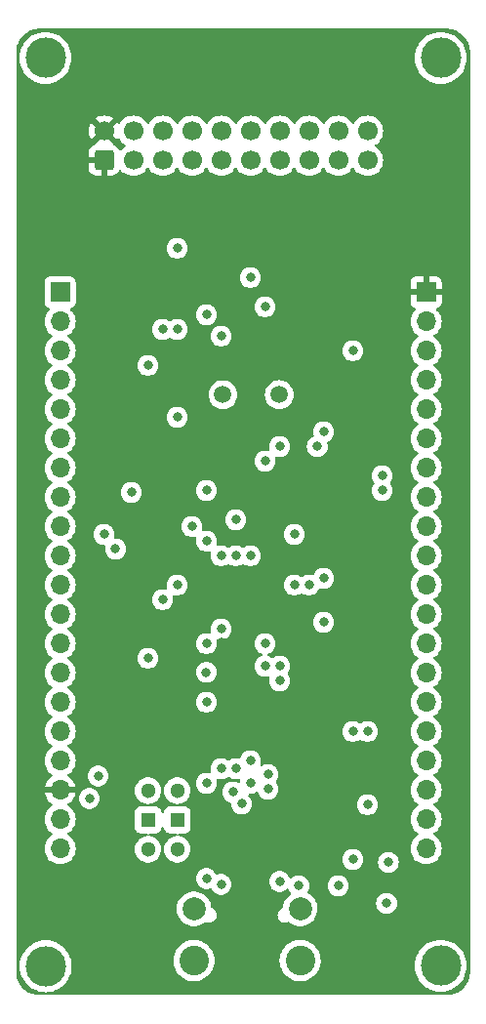
<source format=gbr>
%TF.GenerationSoftware,KiCad,Pcbnew,7.0.9*%
%TF.CreationDate,2023-12-14T15:30:35+09:00*%
%TF.ProjectId,STM32F103_dev_board,53544d33-3246-4313-9033-5f6465765f62,1.2.0*%
%TF.SameCoordinates,Original*%
%TF.FileFunction,Copper,L2,Inr*%
%TF.FilePolarity,Positive*%
%FSLAX46Y46*%
G04 Gerber Fmt 4.6, Leading zero omitted, Abs format (unit mm)*
G04 Created by KiCad (PCBNEW 7.0.9) date 2023-12-14 15:30:35*
%MOMM*%
%LPD*%
G01*
G04 APERTURE LIST*
G04 Aperture macros list*
%AMRoundRect*
0 Rectangle with rounded corners*
0 $1 Rounding radius*
0 $2 $3 $4 $5 $6 $7 $8 $9 X,Y pos of 4 corners*
0 Add a 4 corners polygon primitive as box body*
4,1,4,$2,$3,$4,$5,$6,$7,$8,$9,$2,$3,0*
0 Add four circle primitives for the rounded corners*
1,1,$1+$1,$2,$3*
1,1,$1+$1,$4,$5*
1,1,$1+$1,$6,$7*
1,1,$1+$1,$8,$9*
0 Add four rect primitives between the rounded corners*
20,1,$1+$1,$2,$3,$4,$5,0*
20,1,$1+$1,$4,$5,$6,$7,0*
20,1,$1+$1,$6,$7,$8,$9,0*
20,1,$1+$1,$8,$9,$2,$3,0*%
G04 Aperture macros list end*
%TA.AperFunction,ComponentPad*%
%ADD10R,1.300000X1.300000*%
%TD*%
%TA.AperFunction,ComponentPad*%
%ADD11C,1.300000*%
%TD*%
%TA.AperFunction,ComponentPad*%
%ADD12C,3.500000*%
%TD*%
%TA.AperFunction,ComponentPad*%
%ADD13C,2.000000*%
%TD*%
%TA.AperFunction,ComponentPad*%
%ADD14C,2.565000*%
%TD*%
%TA.AperFunction,ComponentPad*%
%ADD15RoundRect,0.250000X0.600000X-0.600000X0.600000X0.600000X-0.600000X0.600000X-0.600000X-0.600000X0*%
%TD*%
%TA.AperFunction,ComponentPad*%
%ADD16C,1.700000*%
%TD*%
%TA.AperFunction,ComponentPad*%
%ADD17R,1.700000X1.700000*%
%TD*%
%TA.AperFunction,ComponentPad*%
%ADD18O,1.700000X1.700000*%
%TD*%
%TA.AperFunction,ComponentPad*%
%ADD19C,1.500000*%
%TD*%
%TA.AperFunction,ViaPad*%
%ADD20C,0.800000*%
%TD*%
G04 APERTURE END LIST*
D10*
%TO.N,Net-(S2-COM)*%
%TO.C,S2*%
X137160000Y-126365000D03*
D11*
%TO.N,GND*%
X137160000Y-128905000D03*
%TO.N,unconnected-(S2-NC-Pad3)*%
X137160000Y-123825000D03*
%TD*%
D12*
%TO.N,GND*%
%TO.C,REF\u002A\u002A*%
X162560000Y-60270000D03*
%TD*%
D13*
%TO.N,GND*%
%TO.C,J6*%
X141148000Y-134057000D03*
X150368000Y-134057000D03*
D14*
X141148000Y-138557000D03*
X150368000Y-138557000D03*
%TD*%
D12*
%TO.N,GND*%
%TO.C,REF\u002A\u002A*%
X128285913Y-139053348D03*
%TD*%
%TO.N,GND*%
%TO.C,REF\u002A\u002A*%
X128270000Y-60270000D03*
%TD*%
D15*
%TO.N,VCC3V3*%
%TO.C,J1*%
X133350000Y-69160000D03*
D16*
X133350000Y-66620000D03*
%TO.N,JNTRST*%
X135890000Y-69160000D03*
%TO.N,GND*%
X135890000Y-66620000D03*
%TO.N,JTDI*%
X138430000Y-69160000D03*
%TO.N,GND*%
X138430000Y-66620000D03*
%TO.N,JTMS{slash}SWDIO*%
X140970000Y-69160000D03*
%TO.N,GND*%
X140970000Y-66620000D03*
%TO.N,JTCK{slash}SWCLK*%
X143510000Y-69160000D03*
%TO.N,GND*%
X143510000Y-66620000D03*
%TO.N,Net-(J1-RTCK)*%
X146050000Y-69160000D03*
%TO.N,GND*%
X146050000Y-66620000D03*
%TO.N,JTDO*%
X148590000Y-69160000D03*
%TO.N,GND*%
X148590000Y-66620000D03*
%TO.N,RESET*%
X151130000Y-69160000D03*
%TO.N,GND*%
X151130000Y-66620000D03*
%TO.N,Net-(J1-DBGRQ{slash}NC)*%
X153670000Y-69160000D03*
%TO.N,GND*%
X153670000Y-66620000D03*
%TO.N,Net-(J1-DBGACK{slash}NC)*%
X156210000Y-69160000D03*
%TO.N,GND*%
X156210000Y-66620000D03*
%TD*%
D17*
%TO.N,VCC3V3*%
%TO.C,J3*%
X161290000Y-80590000D03*
D18*
%TO.N,GND*%
X161290000Y-83130000D03*
%TO.N,5V*%
X161290000Y-85670000D03*
%TO.N,PC12*%
X161290000Y-88210000D03*
%TO.N,PC11*%
X161290000Y-90750000D03*
%TO.N,PC10*%
X161290000Y-93290000D03*
%TO.N,PA10{slash}USART1_RX*%
X161290000Y-95830000D03*
%TO.N,PA9{slash}USART1_TX*%
X161290000Y-98370000D03*
%TO.N,PA8*%
X161290000Y-100910000D03*
%TO.N,PC9*%
X161290000Y-103450000D03*
%TO.N,PC8*%
X161290000Y-105990000D03*
%TO.N,PC7*%
X161290000Y-108530000D03*
%TO.N,PC6*%
X161290000Y-111070000D03*
%TO.N,PB15*%
X161290000Y-113610000D03*
%TO.N,PB14*%
X161290000Y-116150000D03*
%TO.N,PB13*%
X161290000Y-118690000D03*
%TO.N,PB12*%
X161290000Y-121230000D03*
%TO.N,PB11*%
X161290000Y-123770000D03*
%TO.N,PB10*%
X161290000Y-126310000D03*
%TO.N,PB1*%
X161290000Y-128850000D03*
%TD*%
D12*
%TO.N,GND*%
%TO.C,REF\u002A\u002A*%
X162560000Y-139010000D03*
%TD*%
D10*
%TO.N,Net-(S3-COM)*%
%TO.C,S3*%
X139700000Y-126365000D03*
D11*
%TO.N,GND*%
X139700000Y-128905000D03*
%TO.N,unconnected-(S3-NC-Pad3)*%
X139700000Y-123825000D03*
%TD*%
D19*
%TO.N,OSC_OUT*%
%TO.C,Y1*%
X148550000Y-89480000D03*
%TO.N,OSC_IN*%
X143670000Y-89480000D03*
%TD*%
D17*
%TO.N,VBAT*%
%TO.C,J2*%
X129540000Y-80590000D03*
D18*
%TO.N,PB6*%
X129540000Y-83130000D03*
%TO.N,PB7*%
X129540000Y-85670000D03*
%TO.N,PB8*%
X129540000Y-88210000D03*
%TO.N,PB9*%
X129540000Y-90750000D03*
%TO.N,PC13*%
X129540000Y-93290000D03*
%TO.N,PA5*%
X129540000Y-95830000D03*
%TO.N,PA6*%
X129540000Y-98370000D03*
%TO.N,PC0*%
X129540000Y-100910000D03*
%TO.N,PC1*%
X129540000Y-103450000D03*
%TO.N,PC2*%
X129540000Y-105990000D03*
%TO.N,PC3*%
X129540000Y-108530000D03*
%TO.N,PA0*%
X129540000Y-111070000D03*
%TO.N,PA1*%
X129540000Y-113610000D03*
%TO.N,PA2*%
X129540000Y-116150000D03*
%TO.N,PA3*%
X129540000Y-118690000D03*
%TO.N,RESET*%
X129540000Y-121230000D03*
%TO.N,VCC3V3*%
X129540000Y-123770000D03*
%TO.N,GND*%
X129540000Y-126310000D03*
X129540000Y-128850000D03*
%TD*%
D20*
%TO.N,OSC_IN*%
X139700000Y-105990000D03*
X140970000Y-100910000D03*
%TO.N,OSC_OUT*%
X142240000Y-102180000D03*
X142240000Y-111070000D03*
%TO.N,OSC32_IN*%
X147320000Y-95250000D03*
X142240000Y-82550000D03*
X139700000Y-83820000D03*
X152400000Y-92710000D03*
X134345500Y-102870000D03*
%TO.N,OSC32_OUT*%
X149860000Y-101600000D03*
X139700000Y-91440000D03*
X142240000Y-97790000D03*
X133350000Y-101600000D03*
X144780000Y-100330000D03*
%TO.N,PA4*%
X142240000Y-123190000D03*
X146050000Y-123190000D03*
%TO.N,PA12*%
X157480000Y-96520000D03*
%TO.N,PA11*%
X157480000Y-97790000D03*
%TO.N,JNTRST*%
X144780000Y-103450000D03*
%TO.N,JTDI*%
X139700000Y-76780000D03*
X149860000Y-105990000D03*
%TO.N,JTMS{slash}SWDIO*%
X148590000Y-93980000D03*
X152400000Y-105410000D03*
X151854500Y-93980000D03*
%TO.N,JTCK{slash}SWCLK*%
X151130000Y-105990000D03*
%TO.N,JTDO*%
X143510000Y-84400000D03*
X146050000Y-79320000D03*
X146050000Y-103450000D03*
X147320000Y-81860000D03*
%TO.N,PA5*%
X143510000Y-121920000D03*
%TO.N,PA6*%
X144780000Y-121920000D03*
%TO.N,PB11*%
X147574000Y-122428000D03*
%TO.N,PB10*%
X147574000Y-123698000D03*
%TO.N,PB1*%
X146050000Y-121230000D03*
%TO.N,BOOT0*%
X143510000Y-109800000D03*
X132080000Y-124509500D03*
%TO.N,RESET*%
X143510000Y-103450000D03*
X137160000Y-112340000D03*
X154940000Y-85670000D03*
X132842000Y-122555000D03*
%TO.N,GND*%
X142240000Y-131445000D03*
X142240000Y-116150000D03*
X147320000Y-111070000D03*
X142218369Y-113562009D03*
X154940000Y-118690000D03*
X150241000Y-132080000D03*
X153670000Y-132080000D03*
X152400000Y-109220000D03*
X135722701Y-97957299D03*
X138430000Y-83820000D03*
%TO.N,5V*%
X143510000Y-131953000D03*
X156210000Y-118690000D03*
X156210000Y-125040000D03*
X147320000Y-113030000D03*
X158025500Y-130048000D03*
X154935701Y-129789701D03*
X148590000Y-131699000D03*
%TO.N,VCC3V3*%
X148590000Y-116150000D03*
X147320000Y-117348000D03*
X151257000Y-118999000D03*
X132080000Y-79320000D03*
X143510000Y-110998000D03*
%TO.N,VBAT*%
X137160000Y-86940000D03*
X138430000Y-107260000D03*
%TO.N,USBDP*%
X157861000Y-133604000D03*
X144526000Y-123952000D03*
%TO.N,USBDM*%
X145288000Y-124968000D03*
%TO.N,PA10{slash}USART1_RX*%
X148590000Y-113030000D03*
%TO.N,PA9{slash}USART1_TX*%
X148590000Y-114300000D03*
%TD*%
%TA.AperFunction,Conductor*%
%TO.N,VCC3V3*%
G36*
X134464925Y-67381373D02*
G01*
X134518119Y-67305405D01*
X134572696Y-67261781D01*
X134642195Y-67254588D01*
X134704549Y-67286110D01*
X134721269Y-67305405D01*
X134851505Y-67491401D01*
X134851506Y-67491402D01*
X135018597Y-67658493D01*
X135018603Y-67658498D01*
X135204158Y-67788425D01*
X135247783Y-67843002D01*
X135254977Y-67912500D01*
X135223454Y-67974855D01*
X135204158Y-67991575D01*
X135018597Y-68121505D01*
X134851505Y-68288597D01*
X134849977Y-68290419D01*
X134849101Y-68291001D01*
X134847676Y-68292427D01*
X134847389Y-68292140D01*
X134791804Y-68329119D01*
X134721943Y-68330224D01*
X134662575Y-68293384D01*
X134637285Y-68249712D01*
X134634359Y-68240882D01*
X134634356Y-68240875D01*
X134542315Y-68091654D01*
X134418345Y-67967684D01*
X134269124Y-67875643D01*
X134269119Y-67875641D01*
X134196922Y-67851718D01*
X134139477Y-67811946D01*
X134112654Y-67747430D01*
X134112534Y-67736086D01*
X133482533Y-67106086D01*
X133492315Y-67104680D01*
X133623100Y-67044952D01*
X133731761Y-66950798D01*
X133809493Y-66829844D01*
X133833076Y-66749524D01*
X134464925Y-67381373D01*
G37*
%TD.AperFunction*%
%TA.AperFunction,Conductor*%
G36*
X163102019Y-57730633D02*
G01*
X163137198Y-57732938D01*
X163183708Y-57735986D01*
X163365459Y-57748985D01*
X163373100Y-57750015D01*
X163466738Y-57768641D01*
X163489420Y-57773153D01*
X163515023Y-57778722D01*
X163633666Y-57804531D01*
X163640383Y-57806395D01*
X163759437Y-57846809D01*
X163856671Y-57883076D01*
X163891741Y-57896157D01*
X163897499Y-57898643D01*
X164012952Y-57955578D01*
X164134906Y-58022170D01*
X164139634Y-58025032D01*
X164239139Y-58091519D01*
X164246649Y-58096537D01*
X164249358Y-58098454D01*
X164358652Y-58180271D01*
X164362345Y-58183265D01*
X164459502Y-58268469D01*
X164462448Y-58271228D01*
X164558769Y-58367549D01*
X164561526Y-58370492D01*
X164646729Y-58467648D01*
X164649732Y-58471353D01*
X164656751Y-58480728D01*
X164731543Y-58580639D01*
X164733461Y-58583349D01*
X164804962Y-58690357D01*
X164807828Y-58695091D01*
X164874421Y-58817047D01*
X164931355Y-58932499D01*
X164933841Y-58938257D01*
X164970212Y-59035768D01*
X164983196Y-59070578D01*
X165012831Y-59157881D01*
X165023597Y-59189596D01*
X165025472Y-59196352D01*
X165056846Y-59340579D01*
X165079980Y-59456880D01*
X165081015Y-59464560D01*
X165094017Y-59646350D01*
X165099367Y-59727966D01*
X165099500Y-59732023D01*
X165099500Y-139547975D01*
X165099367Y-139552032D01*
X165094017Y-139633648D01*
X165081015Y-139815438D01*
X165079980Y-139823118D01*
X165056846Y-139939420D01*
X165025472Y-140083646D01*
X165023597Y-140090401D01*
X165007554Y-140137665D01*
X164983208Y-140209388D01*
X164983195Y-140209425D01*
X164933841Y-140341741D01*
X164931355Y-140347499D01*
X164874421Y-140462952D01*
X164807828Y-140584907D01*
X164804961Y-140589641D01*
X164733461Y-140696649D01*
X164731543Y-140699359D01*
X164649744Y-140808631D01*
X164646723Y-140812357D01*
X164561529Y-140909502D01*
X164558755Y-140912464D01*
X164462464Y-141008755D01*
X164459502Y-141011529D01*
X164362357Y-141096723D01*
X164358631Y-141099744D01*
X164249359Y-141181543D01*
X164246649Y-141183461D01*
X164139641Y-141254961D01*
X164134907Y-141257828D01*
X164012952Y-141324421D01*
X163897499Y-141381355D01*
X163891741Y-141383841D01*
X163770956Y-141428893D01*
X163759418Y-141433197D01*
X163640401Y-141473597D01*
X163633646Y-141475472D01*
X163489420Y-141506846D01*
X163373118Y-141529980D01*
X163365438Y-141531015D01*
X163183648Y-141544017D01*
X163132582Y-141547364D01*
X163102025Y-141549367D01*
X163097976Y-141549500D01*
X128399470Y-141549500D01*
X128332431Y-141529815D01*
X128286676Y-141477011D01*
X128285215Y-141466854D01*
X128260557Y-141512658D01*
X128199434Y-141546507D01*
X128172356Y-141549500D01*
X127732024Y-141549500D01*
X127727974Y-141549367D01*
X127684336Y-141546507D01*
X127646350Y-141544017D01*
X127464560Y-141531015D01*
X127456880Y-141529980D01*
X127340579Y-141506846D01*
X127196352Y-141475472D01*
X127189596Y-141473597D01*
X127157881Y-141462831D01*
X127070578Y-141433196D01*
X127035768Y-141420212D01*
X126938257Y-141383841D01*
X126932499Y-141381355D01*
X126817047Y-141324421D01*
X126695091Y-141257828D01*
X126690357Y-141254962D01*
X126583349Y-141183461D01*
X126580639Y-141181543D01*
X126521133Y-141136998D01*
X126471353Y-141099732D01*
X126467648Y-141096729D01*
X126370492Y-141011526D01*
X126367549Y-141008769D01*
X126271228Y-140912448D01*
X126268469Y-140909502D01*
X126209817Y-140842622D01*
X126183265Y-140812345D01*
X126180271Y-140808652D01*
X126098454Y-140699358D01*
X126096537Y-140696649D01*
X126074590Y-140663803D01*
X126025032Y-140589634D01*
X126022170Y-140584906D01*
X125955578Y-140462952D01*
X125898643Y-140347499D01*
X125896157Y-140341741D01*
X125880651Y-140300170D01*
X125846805Y-140209425D01*
X125806395Y-140090383D01*
X125804531Y-140083666D01*
X125773153Y-139939420D01*
X125768579Y-139916425D01*
X125750015Y-139823100D01*
X125748985Y-139815459D01*
X125735986Y-139633708D01*
X125731432Y-139564215D01*
X125730633Y-139552019D01*
X125730500Y-139547964D01*
X125730500Y-139053355D01*
X126030584Y-139053355D01*
X126049877Y-139347711D01*
X126049878Y-139347721D01*
X126049879Y-139347728D01*
X126106751Y-139633648D01*
X126107431Y-139637064D01*
X126107434Y-139637078D01*
X126202262Y-139916428D01*
X126332738Y-140181008D01*
X126332742Y-140181015D01*
X126496638Y-140426303D01*
X126691154Y-140648106D01*
X126912957Y-140842622D01*
X127158245Y-141006518D01*
X127158252Y-141006522D01*
X127168405Y-141011529D01*
X127422836Y-141137000D01*
X127702191Y-141231829D01*
X127991533Y-141289382D01*
X128009137Y-141290535D01*
X128180466Y-141301766D01*
X128246075Y-141325793D01*
X128288278Y-141381476D01*
X128288350Y-141382411D01*
X128305757Y-141344297D01*
X128364535Y-141306523D01*
X128391360Y-141301766D01*
X128543614Y-141291786D01*
X128580293Y-141289382D01*
X128869635Y-141231829D01*
X129148990Y-141137000D01*
X129413578Y-141006520D01*
X129658870Y-140842621D01*
X129880671Y-140648106D01*
X130075186Y-140426305D01*
X130239085Y-140181013D01*
X130369565Y-139916425D01*
X130464394Y-139637070D01*
X130521947Y-139347728D01*
X130525794Y-139289023D01*
X130541242Y-139053355D01*
X130541242Y-139053340D01*
X130521948Y-138758984D01*
X130521947Y-138758968D01*
X130481774Y-138557004D01*
X139360000Y-138557004D01*
X139379968Y-138823478D01*
X139379968Y-138823480D01*
X139422540Y-139010000D01*
X139439436Y-139084022D01*
X139537068Y-139332784D01*
X139670685Y-139564216D01*
X139763913Y-139681120D01*
X139837306Y-139773153D01*
X139945000Y-139873077D01*
X140033200Y-139954915D01*
X140254000Y-140105453D01*
X140494770Y-140221402D01*
X140750133Y-140300171D01*
X140750134Y-140300171D01*
X140750137Y-140300172D01*
X141014375Y-140339999D01*
X141014380Y-140339999D01*
X141014383Y-140340000D01*
X141014384Y-140340000D01*
X141281616Y-140340000D01*
X141281617Y-140340000D01*
X141281624Y-140339999D01*
X141545862Y-140300172D01*
X141545863Y-140300171D01*
X141545867Y-140300171D01*
X141801230Y-140221402D01*
X142042000Y-140105453D01*
X142262800Y-139954915D01*
X142458697Y-139773149D01*
X142625315Y-139564216D01*
X142758932Y-139332784D01*
X142856564Y-139084022D01*
X142916030Y-138823488D01*
X142924112Y-138715636D01*
X142936000Y-138557004D01*
X148580000Y-138557004D01*
X148599968Y-138823478D01*
X148599968Y-138823480D01*
X148642540Y-139010000D01*
X148659436Y-139084022D01*
X148757068Y-139332784D01*
X148890685Y-139564216D01*
X148983913Y-139681120D01*
X149057306Y-139773153D01*
X149165000Y-139873077D01*
X149253200Y-139954915D01*
X149474000Y-140105453D01*
X149714770Y-140221402D01*
X149970133Y-140300171D01*
X149970134Y-140300171D01*
X149970137Y-140300172D01*
X150234375Y-140339999D01*
X150234380Y-140339999D01*
X150234383Y-140340000D01*
X150234384Y-140340000D01*
X150501616Y-140340000D01*
X150501617Y-140340000D01*
X150501624Y-140339999D01*
X150765862Y-140300172D01*
X150765863Y-140300171D01*
X150765867Y-140300171D01*
X151021230Y-140221402D01*
X151262000Y-140105453D01*
X151482800Y-139954915D01*
X151678697Y-139773149D01*
X151845315Y-139564216D01*
X151978932Y-139332784D01*
X152076564Y-139084022D01*
X152093458Y-139010007D01*
X160304671Y-139010007D01*
X160323964Y-139304363D01*
X160323965Y-139304373D01*
X160323966Y-139304380D01*
X160373226Y-139552032D01*
X160381518Y-139593716D01*
X160381521Y-139593730D01*
X160476349Y-139873080D01*
X160606825Y-140137660D01*
X160606829Y-140137667D01*
X160770725Y-140382955D01*
X160965241Y-140604758D01*
X161187044Y-140799274D01*
X161352012Y-140909502D01*
X161432335Y-140963172D01*
X161696923Y-141093652D01*
X161976278Y-141188481D01*
X162265620Y-141246034D01*
X162293888Y-141247886D01*
X162559993Y-141265329D01*
X162560000Y-141265329D01*
X162560007Y-141265329D01*
X162795675Y-141249881D01*
X162854380Y-141246034D01*
X163143722Y-141188481D01*
X163423077Y-141093652D01*
X163687665Y-140963172D01*
X163932957Y-140799273D01*
X164154758Y-140604758D01*
X164349273Y-140382957D01*
X164513172Y-140137665D01*
X164643652Y-139873077D01*
X164738481Y-139593722D01*
X164796034Y-139304380D01*
X164810477Y-139084027D01*
X164815329Y-139010007D01*
X164815329Y-139009992D01*
X164796035Y-138715636D01*
X164796034Y-138715620D01*
X164738481Y-138426278D01*
X164643652Y-138146923D01*
X164513172Y-137882336D01*
X164349273Y-137637043D01*
X164272749Y-137549784D01*
X164154758Y-137415241D01*
X163932955Y-137220725D01*
X163687667Y-137056829D01*
X163687660Y-137056825D01*
X163423080Y-136926349D01*
X163143730Y-136831521D01*
X163143724Y-136831519D01*
X163143722Y-136831519D01*
X162854380Y-136773966D01*
X162854373Y-136773965D01*
X162854363Y-136773964D01*
X162560007Y-136754671D01*
X162559993Y-136754671D01*
X162265636Y-136773964D01*
X162265624Y-136773965D01*
X162265620Y-136773966D01*
X162265612Y-136773967D01*
X162265609Y-136773968D01*
X161976283Y-136831518D01*
X161976269Y-136831521D01*
X161696919Y-136926349D01*
X161432334Y-137056828D01*
X161187041Y-137220728D01*
X160965241Y-137415241D01*
X160770728Y-137637041D01*
X160606828Y-137882334D01*
X160476349Y-138146919D01*
X160381521Y-138426269D01*
X160381518Y-138426283D01*
X160323968Y-138715609D01*
X160323964Y-138715636D01*
X160304671Y-139009992D01*
X160304671Y-139010007D01*
X152093458Y-139010007D01*
X152136030Y-138823488D01*
X152144112Y-138715636D01*
X152156000Y-138557004D01*
X152156000Y-138556995D01*
X152136031Y-138290521D01*
X152136031Y-138290519D01*
X152136030Y-138290515D01*
X152136030Y-138290512D01*
X152076564Y-138029978D01*
X151978932Y-137781216D01*
X151845315Y-137549784D01*
X151678697Y-137340851D01*
X151678696Y-137340850D01*
X151678693Y-137340846D01*
X151549232Y-137220725D01*
X151482800Y-137159085D01*
X151262000Y-137008547D01*
X151021230Y-136892598D01*
X150963754Y-136874869D01*
X150765868Y-136813829D01*
X150765862Y-136813827D01*
X150501624Y-136774000D01*
X150501617Y-136774000D01*
X150234383Y-136774000D01*
X150234375Y-136774000D01*
X149970137Y-136813827D01*
X149970131Y-136813829D01*
X149714769Y-136892598D01*
X149474003Y-137008545D01*
X149473999Y-137008547D01*
X149253202Y-137159083D01*
X149057306Y-137340846D01*
X148890685Y-137549784D01*
X148757068Y-137781215D01*
X148659438Y-138029972D01*
X148659433Y-138029989D01*
X148599968Y-138290519D01*
X148599968Y-138290521D01*
X148580000Y-138556995D01*
X148580000Y-138557004D01*
X142936000Y-138557004D01*
X142936000Y-138556995D01*
X142916031Y-138290521D01*
X142916031Y-138290519D01*
X142916030Y-138290515D01*
X142916030Y-138290512D01*
X142856564Y-138029978D01*
X142758932Y-137781216D01*
X142625315Y-137549784D01*
X142458697Y-137340851D01*
X142458696Y-137340850D01*
X142458693Y-137340846D01*
X142329232Y-137220725D01*
X142262800Y-137159085D01*
X142042000Y-137008547D01*
X141801230Y-136892598D01*
X141743754Y-136874869D01*
X141545868Y-136813829D01*
X141545862Y-136813827D01*
X141281624Y-136774000D01*
X141281617Y-136774000D01*
X141014383Y-136774000D01*
X141014375Y-136774000D01*
X140750137Y-136813827D01*
X140750131Y-136813829D01*
X140494769Y-136892598D01*
X140254003Y-137008545D01*
X140253999Y-137008547D01*
X140033202Y-137159083D01*
X139837306Y-137340846D01*
X139670685Y-137549784D01*
X139537068Y-137781215D01*
X139439438Y-138029972D01*
X139439433Y-138029989D01*
X139379968Y-138290519D01*
X139379968Y-138290521D01*
X139360000Y-138556995D01*
X139360000Y-138557004D01*
X130481774Y-138557004D01*
X130464394Y-138469626D01*
X130369565Y-138190271D01*
X130239085Y-137925684D01*
X130075186Y-137680391D01*
X130032568Y-137631795D01*
X129880671Y-137458589D01*
X129658868Y-137264073D01*
X129413580Y-137100177D01*
X129413573Y-137100173D01*
X129148993Y-136969697D01*
X128869643Y-136874869D01*
X128869637Y-136874867D01*
X128869635Y-136874867D01*
X128580293Y-136817314D01*
X128580286Y-136817313D01*
X128580276Y-136817312D01*
X128285920Y-136798019D01*
X128285906Y-136798019D01*
X127991549Y-136817312D01*
X127991537Y-136817313D01*
X127991533Y-136817314D01*
X127991525Y-136817315D01*
X127991522Y-136817316D01*
X127702196Y-136874866D01*
X127702182Y-136874869D01*
X127422832Y-136969697D01*
X127158247Y-137100176D01*
X126912954Y-137264076D01*
X126691154Y-137458589D01*
X126496641Y-137680389D01*
X126332741Y-137925682D01*
X126202262Y-138190267D01*
X126107434Y-138469617D01*
X126107431Y-138469631D01*
X126049881Y-138758957D01*
X126049877Y-138758984D01*
X126030584Y-139053340D01*
X126030584Y-139053355D01*
X125730500Y-139053355D01*
X125730500Y-134057005D01*
X139642357Y-134057005D01*
X139662890Y-134304812D01*
X139662892Y-134304824D01*
X139723936Y-134545881D01*
X139823826Y-134773606D01*
X139959833Y-134981782D01*
X139959836Y-134981785D01*
X140128256Y-135164738D01*
X140324491Y-135317474D01*
X140543190Y-135435828D01*
X140778386Y-135516571D01*
X141023665Y-135557500D01*
X141272335Y-135557500D01*
X141517614Y-135516571D01*
X141752810Y-135435828D01*
X141971509Y-135317474D01*
X142076990Y-135235374D01*
X142141980Y-135209733D01*
X142210520Y-135223299D01*
X142212832Y-135224538D01*
X142216632Y-135226627D01*
X142375823Y-135267500D01*
X142375827Y-135267500D01*
X142498923Y-135267500D01*
X142498925Y-135267500D01*
X142498930Y-135267499D01*
X142498934Y-135267499D01*
X142512174Y-135265826D01*
X142621058Y-135252071D01*
X142773871Y-135191568D01*
X142778452Y-135188240D01*
X142906835Y-135094965D01*
X142906835Y-135094963D01*
X142906837Y-135094963D01*
X143011600Y-134968326D01*
X143081579Y-134819613D01*
X143112376Y-134658170D01*
X143102056Y-134494140D01*
X143051268Y-134337829D01*
X142963202Y-134199060D01*
X142896278Y-134136214D01*
X142843396Y-134086554D01*
X142843391Y-134086551D01*
X142705491Y-134010739D01*
X142656228Y-133961194D01*
X142641654Y-133912321D01*
X142633108Y-133809179D01*
X142628823Y-133792259D01*
X142572063Y-133568118D01*
X142472173Y-133340393D01*
X142336166Y-133132217D01*
X142280533Y-133071784D01*
X142167744Y-132949262D01*
X141971509Y-132796526D01*
X141971507Y-132796525D01*
X141971506Y-132796524D01*
X141752811Y-132678172D01*
X141752802Y-132678169D01*
X141517616Y-132597429D01*
X141272335Y-132556500D01*
X141023665Y-132556500D01*
X140778383Y-132597429D01*
X140543197Y-132678169D01*
X140543188Y-132678172D01*
X140324493Y-132796524D01*
X140128257Y-132949261D01*
X139959833Y-133132217D01*
X139823826Y-133340393D01*
X139723936Y-133568118D01*
X139662892Y-133809175D01*
X139662890Y-133809187D01*
X139642357Y-134056994D01*
X139642357Y-134057005D01*
X125730500Y-134057005D01*
X125730500Y-131445000D01*
X141334540Y-131445000D01*
X141354326Y-131633256D01*
X141354327Y-131633259D01*
X141412818Y-131813277D01*
X141412821Y-131813284D01*
X141507467Y-131977216D01*
X141634129Y-132117888D01*
X141787265Y-132229148D01*
X141787270Y-132229151D01*
X141960192Y-132306142D01*
X141960197Y-132306144D01*
X142145354Y-132345500D01*
X142145355Y-132345500D01*
X142334644Y-132345500D01*
X142334646Y-132345500D01*
X142519803Y-132306144D01*
X142540534Y-132296913D01*
X142609782Y-132287628D01*
X142673059Y-132317256D01*
X142698356Y-132348192D01*
X142777467Y-132485216D01*
X142837942Y-132552380D01*
X142904129Y-132625888D01*
X143057265Y-132737148D01*
X143057270Y-132737151D01*
X143230192Y-132814142D01*
X143230197Y-132814144D01*
X143415354Y-132853500D01*
X143415355Y-132853500D01*
X143604644Y-132853500D01*
X143604646Y-132853500D01*
X143789803Y-132814144D01*
X143962730Y-132737151D01*
X144115871Y-132625888D01*
X144242533Y-132485216D01*
X144337179Y-132321284D01*
X144395674Y-132141256D01*
X144415460Y-131953000D01*
X144395674Y-131764744D01*
X144374312Y-131699000D01*
X147684540Y-131699000D01*
X147704326Y-131887256D01*
X147704327Y-131887259D01*
X147762818Y-132067277D01*
X147762821Y-132067284D01*
X147857467Y-132231216D01*
X147890821Y-132268259D01*
X147984129Y-132371888D01*
X148137265Y-132483148D01*
X148137270Y-132483151D01*
X148310192Y-132560142D01*
X148310197Y-132560144D01*
X148495354Y-132599500D01*
X148495355Y-132599500D01*
X148684644Y-132599500D01*
X148684646Y-132599500D01*
X148869803Y-132560144D01*
X149042730Y-132483151D01*
X149195871Y-132371888D01*
X149195875Y-132371883D01*
X149200700Y-132367540D01*
X149202011Y-132368996D01*
X149253546Y-132337238D01*
X149323403Y-132338560D01*
X149381456Y-132377439D01*
X149404155Y-132418536D01*
X149413819Y-132448280D01*
X149413821Y-132448284D01*
X149508467Y-132612216D01*
X149531742Y-132638065D01*
X149561972Y-132701056D01*
X149553348Y-132770392D01*
X149515756Y-132818891D01*
X149348258Y-132949260D01*
X149179833Y-133132217D01*
X149043826Y-133340393D01*
X148943936Y-133568118D01*
X148882892Y-133809175D01*
X148882890Y-133809187D01*
X148874039Y-133916006D01*
X148848886Y-133981191D01*
X148796113Y-134021057D01*
X148742132Y-134042430D01*
X148742121Y-134042436D01*
X148609164Y-134139034D01*
X148609162Y-134139037D01*
X148504400Y-134265673D01*
X148434420Y-134414387D01*
X148419207Y-134494139D01*
X148403624Y-134575830D01*
X148403624Y-134575832D01*
X148403624Y-134575833D01*
X148413944Y-134739860D01*
X148464732Y-134896171D01*
X148464734Y-134896175D01*
X148552798Y-135034940D01*
X148672603Y-135147445D01*
X148672611Y-135147451D01*
X148816628Y-135226625D01*
X148816632Y-135226627D01*
X148975823Y-135267500D01*
X148975827Y-135267500D01*
X149098923Y-135267500D01*
X149098925Y-135267500D01*
X149098930Y-135267499D01*
X149098934Y-135267499D01*
X149112174Y-135265826D01*
X149221058Y-135252071D01*
X149313852Y-135215330D01*
X149383430Y-135208954D01*
X149435662Y-135232770D01*
X149544482Y-135317468D01*
X149544488Y-135317472D01*
X149544491Y-135317474D01*
X149763190Y-135435828D01*
X149998386Y-135516571D01*
X150243665Y-135557500D01*
X150492335Y-135557500D01*
X150737614Y-135516571D01*
X150972810Y-135435828D01*
X151191509Y-135317474D01*
X151387744Y-135164738D01*
X151556164Y-134981785D01*
X151692173Y-134773607D01*
X151792063Y-134545881D01*
X151853108Y-134304821D01*
X151861872Y-134199059D01*
X151873643Y-134057005D01*
X151873643Y-134056994D01*
X151853109Y-133809187D01*
X151853107Y-133809175D01*
X151801150Y-133604000D01*
X156955540Y-133604000D01*
X156975326Y-133792256D01*
X156975327Y-133792259D01*
X157033818Y-133972277D01*
X157033821Y-133972284D01*
X157128467Y-134136216D01*
X157245031Y-134265673D01*
X157255129Y-134276888D01*
X157408265Y-134388148D01*
X157408270Y-134388151D01*
X157581192Y-134465142D01*
X157581197Y-134465144D01*
X157766354Y-134504500D01*
X157766355Y-134504500D01*
X157955644Y-134504500D01*
X157955646Y-134504500D01*
X158140803Y-134465144D01*
X158313730Y-134388151D01*
X158466871Y-134276888D01*
X158593533Y-134136216D01*
X158688179Y-133972284D01*
X158746674Y-133792256D01*
X158766460Y-133604000D01*
X158746674Y-133415744D01*
X158688179Y-133235716D01*
X158593533Y-133071784D01*
X158466871Y-132931112D01*
X158466870Y-132931111D01*
X158313734Y-132819851D01*
X158313729Y-132819848D01*
X158140807Y-132742857D01*
X158140802Y-132742855D01*
X157995001Y-132711865D01*
X157955646Y-132703500D01*
X157766354Y-132703500D01*
X157733897Y-132710398D01*
X157581197Y-132742855D01*
X157581192Y-132742857D01*
X157408270Y-132819848D01*
X157408265Y-132819851D01*
X157255129Y-132931111D01*
X157128466Y-133071785D01*
X157033821Y-133235715D01*
X157033818Y-133235722D01*
X156999809Y-133340393D01*
X156975326Y-133415744D01*
X156955540Y-133604000D01*
X151801150Y-133604000D01*
X151792063Y-133568118D01*
X151692173Y-133340393D01*
X151556166Y-133132217D01*
X151500533Y-133071784D01*
X151387744Y-132949262D01*
X151191509Y-132796526D01*
X151191508Y-132796525D01*
X151191505Y-132796523D01*
X151191503Y-132796522D01*
X151056449Y-132723435D01*
X151006858Y-132674215D01*
X150991750Y-132605999D01*
X151008079Y-132552380D01*
X151046857Y-132485214D01*
X151068179Y-132448284D01*
X151126674Y-132268256D01*
X151146460Y-132080000D01*
X152764540Y-132080000D01*
X152784326Y-132268256D01*
X152784327Y-132268259D01*
X152842818Y-132448277D01*
X152842821Y-132448284D01*
X152937467Y-132612216D01*
X153017459Y-132701056D01*
X153064129Y-132752888D01*
X153217265Y-132864148D01*
X153217270Y-132864151D01*
X153390192Y-132941142D01*
X153390197Y-132941144D01*
X153575354Y-132980500D01*
X153575355Y-132980500D01*
X153764644Y-132980500D01*
X153764646Y-132980500D01*
X153949803Y-132941144D01*
X154122730Y-132864151D01*
X154275871Y-132752888D01*
X154402533Y-132612216D01*
X154497179Y-132448284D01*
X154555674Y-132268256D01*
X154575460Y-132080000D01*
X154555674Y-131891744D01*
X154497179Y-131711716D01*
X154402533Y-131547784D01*
X154275871Y-131407112D01*
X154275870Y-131407111D01*
X154122734Y-131295851D01*
X154122729Y-131295848D01*
X153949807Y-131218857D01*
X153949802Y-131218855D01*
X153804001Y-131187865D01*
X153764646Y-131179500D01*
X153575354Y-131179500D01*
X153542897Y-131186398D01*
X153390197Y-131218855D01*
X153390192Y-131218857D01*
X153217270Y-131295848D01*
X153217265Y-131295851D01*
X153064129Y-131407111D01*
X152937466Y-131547785D01*
X152842821Y-131711715D01*
X152842818Y-131711722D01*
X152809819Y-131813284D01*
X152784326Y-131891744D01*
X152764540Y-132080000D01*
X151146460Y-132080000D01*
X151126674Y-131891744D01*
X151068179Y-131711716D01*
X150973533Y-131547784D01*
X150846871Y-131407112D01*
X150846870Y-131407111D01*
X150693734Y-131295851D01*
X150693729Y-131295848D01*
X150520807Y-131218857D01*
X150520802Y-131218855D01*
X150375001Y-131187865D01*
X150335646Y-131179500D01*
X150146354Y-131179500D01*
X150113897Y-131186398D01*
X149961197Y-131218855D01*
X149961192Y-131218857D01*
X149788270Y-131295848D01*
X149788265Y-131295851D01*
X149635129Y-131407111D01*
X149630300Y-131411460D01*
X149628994Y-131410009D01*
X149577409Y-131441773D01*
X149507552Y-131440425D01*
X149449514Y-131401525D01*
X149426844Y-131360461D01*
X149417182Y-131330724D01*
X149417180Y-131330720D01*
X149417179Y-131330716D01*
X149322533Y-131166784D01*
X149195871Y-131026112D01*
X149195870Y-131026111D01*
X149042734Y-130914851D01*
X149042729Y-130914848D01*
X148869807Y-130837857D01*
X148869802Y-130837855D01*
X148724001Y-130806865D01*
X148684646Y-130798500D01*
X148495354Y-130798500D01*
X148462897Y-130805398D01*
X148310197Y-130837855D01*
X148310192Y-130837857D01*
X148137270Y-130914848D01*
X148137265Y-130914851D01*
X147984129Y-131026111D01*
X147857466Y-131166785D01*
X147762821Y-131330715D01*
X147762818Y-131330722D01*
X147704327Y-131510740D01*
X147704326Y-131510744D01*
X147684540Y-131699000D01*
X144374312Y-131699000D01*
X144337179Y-131584716D01*
X144242533Y-131420784D01*
X144115871Y-131280112D01*
X144083708Y-131256744D01*
X143962734Y-131168851D01*
X143962729Y-131168848D01*
X143789807Y-131091857D01*
X143789802Y-131091855D01*
X143644001Y-131060865D01*
X143604646Y-131052500D01*
X143415354Y-131052500D01*
X143382897Y-131059398D01*
X143230197Y-131091855D01*
X143230191Y-131091857D01*
X143209461Y-131101087D01*
X143140211Y-131110370D01*
X143076935Y-131080740D01*
X143051642Y-131049805D01*
X142972536Y-130912788D01*
X142972534Y-130912785D01*
X142905066Y-130837855D01*
X142845871Y-130772112D01*
X142845870Y-130772111D01*
X142692734Y-130660851D01*
X142692729Y-130660848D01*
X142519807Y-130583857D01*
X142519802Y-130583855D01*
X142374001Y-130552865D01*
X142334646Y-130544500D01*
X142145354Y-130544500D01*
X142112897Y-130551398D01*
X141960197Y-130583855D01*
X141960192Y-130583857D01*
X141787270Y-130660848D01*
X141787265Y-130660851D01*
X141634129Y-130772111D01*
X141507466Y-130912785D01*
X141412821Y-131076715D01*
X141412818Y-131076722D01*
X141366636Y-131218857D01*
X141354326Y-131256744D01*
X141334540Y-131445000D01*
X125730500Y-131445000D01*
X125730500Y-128850000D01*
X128184341Y-128850000D01*
X128204936Y-129085403D01*
X128204938Y-129085413D01*
X128266094Y-129313655D01*
X128266096Y-129313659D01*
X128266097Y-129313663D01*
X128359168Y-129513253D01*
X128365965Y-129527830D01*
X128365967Y-129527834D01*
X128472316Y-129679715D01*
X128501505Y-129721401D01*
X128668599Y-129888495D01*
X128741152Y-129939297D01*
X128862165Y-130024032D01*
X128862167Y-130024033D01*
X128862170Y-130024035D01*
X129076337Y-130123903D01*
X129304592Y-130185063D01*
X129492918Y-130201539D01*
X129539999Y-130205659D01*
X129540000Y-130205659D01*
X129540001Y-130205659D01*
X129579234Y-130202226D01*
X129775408Y-130185063D01*
X130003663Y-130123903D01*
X130217830Y-130024035D01*
X130411401Y-129888495D01*
X130578495Y-129721401D01*
X130714035Y-129527830D01*
X130813903Y-129313663D01*
X130875063Y-129085408D01*
X130890847Y-128905000D01*
X136004571Y-128905000D01*
X136024244Y-129117310D01*
X136080112Y-129313664D01*
X136082596Y-129322392D01*
X136082596Y-129322394D01*
X136177632Y-129513253D01*
X136303345Y-129679722D01*
X136306128Y-129683407D01*
X136463698Y-129827052D01*
X136644981Y-129939298D01*
X136843802Y-130016321D01*
X137053390Y-130055500D01*
X137053392Y-130055500D01*
X137266608Y-130055500D01*
X137266610Y-130055500D01*
X137476198Y-130016321D01*
X137675019Y-129939298D01*
X137856302Y-129827052D01*
X138013872Y-129683407D01*
X138142366Y-129513255D01*
X138142367Y-129513253D01*
X138237403Y-129322394D01*
X138237403Y-129322393D01*
X138237405Y-129322389D01*
X138295756Y-129117310D01*
X138306529Y-129001047D01*
X138332315Y-128936111D01*
X138376869Y-128904194D01*
X138340497Y-128883331D01*
X138308307Y-128821318D01*
X138306529Y-128808951D01*
X138305849Y-128801613D01*
X138295756Y-128692690D01*
X138237405Y-128487611D01*
X138237403Y-128487606D01*
X138237403Y-128487605D01*
X138142367Y-128296746D01*
X138013872Y-128126593D01*
X137856302Y-127982948D01*
X137675019Y-127870702D01*
X137675017Y-127870701D01*
X137522215Y-127811506D01*
X137476198Y-127793679D01*
X137303456Y-127761387D01*
X137241176Y-127729719D01*
X137205903Y-127669407D01*
X137208837Y-127599599D01*
X137249046Y-127542459D01*
X137313764Y-127516128D01*
X137326234Y-127515499D01*
X137857872Y-127515499D01*
X137917483Y-127509091D01*
X138052331Y-127458796D01*
X138167546Y-127372546D01*
X138253796Y-127257331D01*
X138304091Y-127122483D01*
X138306710Y-127098115D01*
X138333445Y-127033568D01*
X138390837Y-126993719D01*
X138460662Y-126991223D01*
X138520752Y-127026874D01*
X138552028Y-127089352D01*
X138553288Y-127098116D01*
X138555907Y-127122480D01*
X138606202Y-127257328D01*
X138606206Y-127257335D01*
X138692452Y-127372544D01*
X138692455Y-127372547D01*
X138807664Y-127458793D01*
X138807671Y-127458797D01*
X138942517Y-127509091D01*
X138942516Y-127509091D01*
X138949444Y-127509835D01*
X139002127Y-127515500D01*
X139533758Y-127515499D01*
X139600795Y-127535183D01*
X139646550Y-127587987D01*
X139656494Y-127657146D01*
X139627469Y-127720702D01*
X139568691Y-127758476D01*
X139556542Y-127761388D01*
X139500116Y-127771935D01*
X139383802Y-127793679D01*
X139383800Y-127793679D01*
X139383798Y-127793680D01*
X139184982Y-127870701D01*
X139184980Y-127870702D01*
X139003699Y-127982947D01*
X138846127Y-128126593D01*
X138717632Y-128296746D01*
X138622596Y-128487605D01*
X138622596Y-128487607D01*
X138564244Y-128692689D01*
X138553471Y-128808951D01*
X138527685Y-128873888D01*
X138483130Y-128905804D01*
X138519503Y-128926668D01*
X138551693Y-128988681D01*
X138553470Y-129001047D01*
X138564244Y-129117310D01*
X138620112Y-129313664D01*
X138622596Y-129322392D01*
X138622596Y-129322394D01*
X138717632Y-129513253D01*
X138843345Y-129679722D01*
X138846128Y-129683407D01*
X139003698Y-129827052D01*
X139184981Y-129939298D01*
X139383802Y-130016321D01*
X139593390Y-130055500D01*
X139593392Y-130055500D01*
X139806608Y-130055500D01*
X139806610Y-130055500D01*
X140016198Y-130016321D01*
X140215019Y-129939298D01*
X140396302Y-129827052D01*
X140437274Y-129789701D01*
X154030241Y-129789701D01*
X154050027Y-129977957D01*
X154050028Y-129977960D01*
X154108519Y-130157978D01*
X154108522Y-130157985D01*
X154203168Y-130321917D01*
X154288137Y-130416284D01*
X154329830Y-130462589D01*
X154482966Y-130573849D01*
X154482971Y-130573852D01*
X154655893Y-130650843D01*
X154655898Y-130650845D01*
X154841055Y-130690201D01*
X154841056Y-130690201D01*
X155030345Y-130690201D01*
X155030347Y-130690201D01*
X155215504Y-130650845D01*
X155388431Y-130573852D01*
X155541572Y-130462589D01*
X155668234Y-130321917D01*
X155762880Y-130157985D01*
X155798617Y-130048000D01*
X157120040Y-130048000D01*
X157139826Y-130236256D01*
X157139827Y-130236259D01*
X157198318Y-130416277D01*
X157198321Y-130416284D01*
X157292967Y-130580216D01*
X157391998Y-130690201D01*
X157419629Y-130720888D01*
X157572765Y-130832148D01*
X157572770Y-130832151D01*
X157745692Y-130909142D01*
X157745697Y-130909144D01*
X157930854Y-130948500D01*
X157930855Y-130948500D01*
X158120144Y-130948500D01*
X158120146Y-130948500D01*
X158305303Y-130909144D01*
X158478230Y-130832151D01*
X158631371Y-130720888D01*
X158758033Y-130580216D01*
X158852679Y-130416284D01*
X158911174Y-130236256D01*
X158930960Y-130048000D01*
X158911174Y-129859744D01*
X158852679Y-129679716D01*
X158758033Y-129515784D01*
X158631371Y-129375112D01*
X158558811Y-129322394D01*
X158478234Y-129263851D01*
X158478229Y-129263848D01*
X158305307Y-129186857D01*
X158305302Y-129186855D01*
X158159501Y-129155865D01*
X158120146Y-129147500D01*
X157930854Y-129147500D01*
X157898397Y-129154398D01*
X157745697Y-129186855D01*
X157745692Y-129186857D01*
X157572770Y-129263848D01*
X157572765Y-129263851D01*
X157419629Y-129375111D01*
X157292966Y-129515785D01*
X157198321Y-129679715D01*
X157198318Y-129679722D01*
X157162584Y-129789701D01*
X157139826Y-129859744D01*
X157120040Y-130048000D01*
X155798617Y-130048000D01*
X155821375Y-129977957D01*
X155841161Y-129789701D01*
X155821375Y-129601445D01*
X155762880Y-129421417D01*
X155668234Y-129257485D01*
X155541572Y-129116813D01*
X155541571Y-129116812D01*
X155388435Y-129005552D01*
X155388430Y-129005549D01*
X155215508Y-128928558D01*
X155215503Y-128928556D01*
X155069702Y-128897566D01*
X155030347Y-128889201D01*
X154841055Y-128889201D01*
X154808598Y-128896099D01*
X154655898Y-128928556D01*
X154655893Y-128928558D01*
X154482971Y-129005549D01*
X154482966Y-129005552D01*
X154329830Y-129116812D01*
X154203167Y-129257486D01*
X154108522Y-129421416D01*
X154108519Y-129421423D01*
X154050028Y-129601441D01*
X154050027Y-129601445D01*
X154030241Y-129789701D01*
X140437274Y-129789701D01*
X140553872Y-129683407D01*
X140682366Y-129513255D01*
X140682367Y-129513253D01*
X140777403Y-129322394D01*
X140777403Y-129322393D01*
X140777405Y-129322389D01*
X140835756Y-129117310D01*
X140855429Y-128905000D01*
X140850333Y-128850000D01*
X159934341Y-128850000D01*
X159954936Y-129085403D01*
X159954938Y-129085413D01*
X160016094Y-129313655D01*
X160016096Y-129313659D01*
X160016097Y-129313663D01*
X160109168Y-129513253D01*
X160115965Y-129527830D01*
X160115967Y-129527834D01*
X160222316Y-129679715D01*
X160251505Y-129721401D01*
X160418599Y-129888495D01*
X160491152Y-129939297D01*
X160612165Y-130024032D01*
X160612167Y-130024033D01*
X160612170Y-130024035D01*
X160826337Y-130123903D01*
X161054592Y-130185063D01*
X161242918Y-130201539D01*
X161289999Y-130205659D01*
X161290000Y-130205659D01*
X161290001Y-130205659D01*
X161329234Y-130202226D01*
X161525408Y-130185063D01*
X161753663Y-130123903D01*
X161967830Y-130024035D01*
X162161401Y-129888495D01*
X162328495Y-129721401D01*
X162464035Y-129527830D01*
X162563903Y-129313663D01*
X162625063Y-129085408D01*
X162645659Y-128850000D01*
X162625063Y-128614592D01*
X162563903Y-128386337D01*
X162464035Y-128172171D01*
X162331541Y-127982948D01*
X162328494Y-127978597D01*
X162161402Y-127811506D01*
X162161396Y-127811501D01*
X161975842Y-127681575D01*
X161932217Y-127626998D01*
X161925023Y-127557500D01*
X161956546Y-127495145D01*
X161975842Y-127478425D01*
X162127051Y-127372547D01*
X162161401Y-127348495D01*
X162328495Y-127181401D01*
X162464035Y-126987830D01*
X162563903Y-126773663D01*
X162625063Y-126545408D01*
X162645659Y-126310000D01*
X162625063Y-126074592D01*
X162578588Y-125901142D01*
X162563905Y-125846344D01*
X162563904Y-125846343D01*
X162563903Y-125846337D01*
X162464035Y-125632171D01*
X162463834Y-125631883D01*
X162328494Y-125438597D01*
X162161402Y-125271506D01*
X162161396Y-125271501D01*
X161975842Y-125141575D01*
X161932217Y-125086998D01*
X161925023Y-125017500D01*
X161956546Y-124955145D01*
X161975842Y-124938425D01*
X162062456Y-124877777D01*
X162161401Y-124808495D01*
X162328495Y-124641401D01*
X162464035Y-124447830D01*
X162563903Y-124233663D01*
X162625063Y-124005408D01*
X162645659Y-123770000D01*
X162625063Y-123534592D01*
X162563903Y-123306337D01*
X162464035Y-123092171D01*
X162463115Y-123090856D01*
X162328494Y-122898597D01*
X162161402Y-122731506D01*
X162161396Y-122731501D01*
X161975842Y-122601575D01*
X161932217Y-122546998D01*
X161925023Y-122477500D01*
X161956546Y-122415145D01*
X161975842Y-122398425D01*
X162075195Y-122328857D01*
X162161401Y-122268495D01*
X162328495Y-122101401D01*
X162464035Y-121907830D01*
X162563903Y-121693663D01*
X162625063Y-121465408D01*
X162645659Y-121230000D01*
X162625063Y-120994592D01*
X162563903Y-120766337D01*
X162464035Y-120552171D01*
X162389590Y-120445851D01*
X162328494Y-120358597D01*
X162161402Y-120191506D01*
X162161396Y-120191501D01*
X161975842Y-120061575D01*
X161932217Y-120006998D01*
X161925023Y-119937500D01*
X161956546Y-119875145D01*
X161975842Y-119858425D01*
X161998026Y-119842891D01*
X162161401Y-119728495D01*
X162328495Y-119561401D01*
X162464035Y-119367830D01*
X162563903Y-119153663D01*
X162625063Y-118925408D01*
X162645659Y-118690000D01*
X162625063Y-118454592D01*
X162563903Y-118226337D01*
X162464035Y-118012171D01*
X162461676Y-118008801D01*
X162328494Y-117818597D01*
X162161402Y-117651506D01*
X162161396Y-117651501D01*
X161975842Y-117521575D01*
X161932217Y-117466998D01*
X161925023Y-117397500D01*
X161956546Y-117335145D01*
X161975842Y-117318425D01*
X161998026Y-117302891D01*
X162161401Y-117188495D01*
X162328495Y-117021401D01*
X162464035Y-116827830D01*
X162563903Y-116613663D01*
X162625063Y-116385408D01*
X162645659Y-116150000D01*
X162625063Y-115914592D01*
X162563903Y-115686337D01*
X162464035Y-115472171D01*
X162389590Y-115365851D01*
X162328494Y-115278597D01*
X162161402Y-115111506D01*
X162161396Y-115111501D01*
X161975842Y-114981575D01*
X161932217Y-114926998D01*
X161925023Y-114857500D01*
X161956546Y-114795145D01*
X161975842Y-114778425D01*
X162133149Y-114668277D01*
X162161401Y-114648495D01*
X162328495Y-114481401D01*
X162464035Y-114287830D01*
X162563903Y-114073663D01*
X162625063Y-113845408D01*
X162645659Y-113610000D01*
X162625063Y-113374592D01*
X162563903Y-113146337D01*
X162464035Y-112932171D01*
X162433892Y-112889121D01*
X162328494Y-112738597D01*
X162161402Y-112571506D01*
X162161396Y-112571501D01*
X161975842Y-112441575D01*
X161932217Y-112386998D01*
X161925023Y-112317500D01*
X161956546Y-112255145D01*
X161975842Y-112238425D01*
X162075195Y-112168857D01*
X162161401Y-112108495D01*
X162328495Y-111941401D01*
X162464035Y-111747830D01*
X162563903Y-111533663D01*
X162625063Y-111305408D01*
X162645659Y-111070000D01*
X162625063Y-110834592D01*
X162563903Y-110606337D01*
X162464035Y-110392171D01*
X162452827Y-110376163D01*
X162328494Y-110198597D01*
X162161402Y-110031506D01*
X162161396Y-110031501D01*
X161975842Y-109901575D01*
X161932217Y-109846998D01*
X161925023Y-109777500D01*
X161956546Y-109715145D01*
X161975842Y-109698425D01*
X162099635Y-109611744D01*
X162161401Y-109568495D01*
X162328495Y-109401401D01*
X162464035Y-109207830D01*
X162563903Y-108993663D01*
X162625063Y-108765408D01*
X162645659Y-108530000D01*
X162625063Y-108294592D01*
X162563903Y-108066337D01*
X162464035Y-107852171D01*
X162422055Y-107792216D01*
X162328494Y-107658597D01*
X162161402Y-107491506D01*
X162161396Y-107491501D01*
X161975842Y-107361575D01*
X161932217Y-107306998D01*
X161925023Y-107237500D01*
X161956546Y-107175145D01*
X161975842Y-107158425D01*
X162099635Y-107071744D01*
X162161401Y-107028495D01*
X162328495Y-106861401D01*
X162464035Y-106667830D01*
X162563903Y-106453663D01*
X162625063Y-106225408D01*
X162645659Y-105990000D01*
X162625063Y-105754592D01*
X162563903Y-105526337D01*
X162464035Y-105312171D01*
X162461676Y-105308801D01*
X162328494Y-105118597D01*
X162161402Y-104951506D01*
X162161396Y-104951501D01*
X161975842Y-104821575D01*
X161932217Y-104766998D01*
X161925023Y-104697500D01*
X161956546Y-104635145D01*
X161975842Y-104618425D01*
X162075195Y-104548857D01*
X162161401Y-104488495D01*
X162328495Y-104321401D01*
X162464035Y-104127830D01*
X162563903Y-103913663D01*
X162625063Y-103685408D01*
X162645659Y-103450000D01*
X162625063Y-103214592D01*
X162563903Y-102986337D01*
X162464035Y-102772171D01*
X162461676Y-102768801D01*
X162328494Y-102578597D01*
X162161402Y-102411506D01*
X162161396Y-102411501D01*
X161975842Y-102281575D01*
X161932217Y-102226998D01*
X161925023Y-102157500D01*
X161956546Y-102095145D01*
X161975842Y-102078425D01*
X162075195Y-102008857D01*
X162161401Y-101948495D01*
X162328495Y-101781401D01*
X162464035Y-101587830D01*
X162563903Y-101373663D01*
X162625063Y-101145408D01*
X162645659Y-100910000D01*
X162625063Y-100674592D01*
X162563903Y-100446337D01*
X162464035Y-100232171D01*
X162389590Y-100125851D01*
X162328494Y-100038597D01*
X162161402Y-99871506D01*
X162161396Y-99871501D01*
X161975842Y-99741575D01*
X161932217Y-99686998D01*
X161925023Y-99617500D01*
X161956546Y-99555145D01*
X161975842Y-99538425D01*
X162075195Y-99468857D01*
X162161401Y-99408495D01*
X162328495Y-99241401D01*
X162464035Y-99047830D01*
X162563903Y-98833663D01*
X162625063Y-98605408D01*
X162645659Y-98370000D01*
X162625063Y-98134592D01*
X162563903Y-97906337D01*
X162464035Y-97692171D01*
X162328495Y-97498599D01*
X162328494Y-97498597D01*
X162161402Y-97331506D01*
X162161396Y-97331501D01*
X161975842Y-97201575D01*
X161932217Y-97146998D01*
X161925023Y-97077500D01*
X161956546Y-97015145D01*
X161975842Y-96998425D01*
X162075195Y-96928857D01*
X162161401Y-96868495D01*
X162328495Y-96701401D01*
X162464035Y-96507830D01*
X162563903Y-96293663D01*
X162625063Y-96065408D01*
X162645659Y-95830000D01*
X162625063Y-95594592D01*
X162563903Y-95366337D01*
X162464035Y-95152171D01*
X162400717Y-95061742D01*
X162328494Y-94958597D01*
X162161402Y-94791506D01*
X162161396Y-94791501D01*
X161975842Y-94661575D01*
X161932217Y-94606998D01*
X161925023Y-94537500D01*
X161956546Y-94475145D01*
X161975842Y-94458425D01*
X162075195Y-94388857D01*
X162161401Y-94328495D01*
X162328495Y-94161401D01*
X162464035Y-93967830D01*
X162563903Y-93753663D01*
X162625063Y-93525408D01*
X162645659Y-93290000D01*
X162625063Y-93054592D01*
X162563903Y-92826337D01*
X162464035Y-92612171D01*
X162328495Y-92418599D01*
X162328494Y-92418597D01*
X162161402Y-92251506D01*
X162161396Y-92251501D01*
X161975842Y-92121575D01*
X161932217Y-92066998D01*
X161925023Y-91997500D01*
X161956546Y-91935145D01*
X161975842Y-91918425D01*
X162075195Y-91848857D01*
X162161401Y-91788495D01*
X162328495Y-91621401D01*
X162464035Y-91427830D01*
X162563903Y-91213663D01*
X162625063Y-90985408D01*
X162645659Y-90750000D01*
X162625063Y-90514592D01*
X162563903Y-90286337D01*
X162464035Y-90072171D01*
X162350008Y-89909322D01*
X162328494Y-89878597D01*
X162161402Y-89711506D01*
X162161396Y-89711501D01*
X161975842Y-89581575D01*
X161932217Y-89526998D01*
X161925023Y-89457500D01*
X161956546Y-89395145D01*
X161975842Y-89378425D01*
X161998026Y-89362891D01*
X162161401Y-89248495D01*
X162328495Y-89081401D01*
X162464035Y-88887830D01*
X162563903Y-88673663D01*
X162625063Y-88445408D01*
X162645659Y-88210000D01*
X162625063Y-87974592D01*
X162563903Y-87746337D01*
X162464035Y-87532171D01*
X162422055Y-87472216D01*
X162328494Y-87338597D01*
X162161402Y-87171506D01*
X162161396Y-87171501D01*
X161975842Y-87041575D01*
X161932217Y-86986998D01*
X161925023Y-86917500D01*
X161956546Y-86855145D01*
X161975842Y-86838425D01*
X162099635Y-86751744D01*
X162161401Y-86708495D01*
X162328495Y-86541401D01*
X162464035Y-86347830D01*
X162563903Y-86133663D01*
X162625063Y-85905408D01*
X162645659Y-85670000D01*
X162625063Y-85434592D01*
X162563903Y-85206337D01*
X162464035Y-84992171D01*
X162422055Y-84932216D01*
X162328494Y-84798597D01*
X162161402Y-84631506D01*
X162161396Y-84631501D01*
X161975842Y-84501575D01*
X161932217Y-84446998D01*
X161925023Y-84377500D01*
X161956546Y-84315145D01*
X161975842Y-84298425D01*
X162099635Y-84211744D01*
X162161401Y-84168495D01*
X162328495Y-84001401D01*
X162464035Y-83807830D01*
X162563903Y-83593663D01*
X162625063Y-83365408D01*
X162645659Y-83130000D01*
X162625063Y-82894592D01*
X162563903Y-82666337D01*
X162464035Y-82452171D01*
X162422054Y-82392216D01*
X162328496Y-82258600D01*
X162298173Y-82228277D01*
X162206179Y-82136283D01*
X162172696Y-82074963D01*
X162177680Y-82005271D01*
X162219551Y-81949337D01*
X162250529Y-81932422D01*
X162382086Y-81883354D01*
X162382093Y-81883350D01*
X162497187Y-81797190D01*
X162497190Y-81797187D01*
X162583350Y-81682093D01*
X162583354Y-81682086D01*
X162633596Y-81547379D01*
X162633598Y-81547372D01*
X162639999Y-81487844D01*
X162640000Y-81487827D01*
X162640000Y-80840000D01*
X161723686Y-80840000D01*
X161749493Y-80799844D01*
X161790000Y-80661889D01*
X161790000Y-80518111D01*
X161749493Y-80380156D01*
X161723686Y-80340000D01*
X162640000Y-80340000D01*
X162640000Y-79692172D01*
X162639999Y-79692155D01*
X162633598Y-79632627D01*
X162633596Y-79632620D01*
X162583354Y-79497913D01*
X162583350Y-79497906D01*
X162497190Y-79382812D01*
X162497187Y-79382809D01*
X162382093Y-79296649D01*
X162382086Y-79296645D01*
X162247379Y-79246403D01*
X162247372Y-79246401D01*
X162187844Y-79240000D01*
X161540000Y-79240000D01*
X161540000Y-80154498D01*
X161432315Y-80105320D01*
X161325763Y-80090000D01*
X161254237Y-80090000D01*
X161147685Y-80105320D01*
X161040000Y-80154498D01*
X161040000Y-79240000D01*
X160392155Y-79240000D01*
X160332627Y-79246401D01*
X160332620Y-79246403D01*
X160197913Y-79296645D01*
X160197906Y-79296649D01*
X160082812Y-79382809D01*
X160082809Y-79382812D01*
X159996649Y-79497906D01*
X159996645Y-79497913D01*
X159946403Y-79632620D01*
X159946401Y-79632627D01*
X159940000Y-79692155D01*
X159940000Y-80340000D01*
X160856314Y-80340000D01*
X160830507Y-80380156D01*
X160790000Y-80518111D01*
X160790000Y-80661889D01*
X160830507Y-80799844D01*
X160856314Y-80840000D01*
X159940000Y-80840000D01*
X159940000Y-81487844D01*
X159946401Y-81547372D01*
X159946403Y-81547379D01*
X159996645Y-81682086D01*
X159996649Y-81682093D01*
X160082809Y-81797187D01*
X160082812Y-81797190D01*
X160197906Y-81883350D01*
X160197913Y-81883354D01*
X160329470Y-81932421D01*
X160385403Y-81974292D01*
X160409821Y-82039756D01*
X160394970Y-82108029D01*
X160373819Y-82136284D01*
X160251503Y-82258600D01*
X160115965Y-82452169D01*
X160115964Y-82452171D01*
X160016098Y-82666335D01*
X160016094Y-82666344D01*
X159954938Y-82894586D01*
X159954936Y-82894596D01*
X159934341Y-83129999D01*
X159934341Y-83130000D01*
X159954936Y-83365403D01*
X159954938Y-83365413D01*
X160016094Y-83593655D01*
X160016096Y-83593659D01*
X160016097Y-83593663D01*
X160115965Y-83807830D01*
X160115967Y-83807834D01*
X160251501Y-84001395D01*
X160251506Y-84001402D01*
X160418597Y-84168493D01*
X160418603Y-84168498D01*
X160604158Y-84298425D01*
X160647783Y-84353002D01*
X160654977Y-84422500D01*
X160623454Y-84484855D01*
X160604158Y-84501575D01*
X160418597Y-84631505D01*
X160251505Y-84798597D01*
X160115965Y-84992169D01*
X160115964Y-84992171D01*
X160016098Y-85206335D01*
X160016094Y-85206344D01*
X159954938Y-85434586D01*
X159954936Y-85434596D01*
X159934341Y-85669999D01*
X159934341Y-85670000D01*
X159954936Y-85905403D01*
X159954938Y-85905413D01*
X160016094Y-86133655D01*
X160016096Y-86133659D01*
X160016097Y-86133663D01*
X160113661Y-86342888D01*
X160115965Y-86347830D01*
X160115967Y-86347834D01*
X160251501Y-86541395D01*
X160251506Y-86541402D01*
X160418597Y-86708493D01*
X160418603Y-86708498D01*
X160604158Y-86838425D01*
X160647783Y-86893002D01*
X160654977Y-86962500D01*
X160623454Y-87024855D01*
X160604158Y-87041575D01*
X160418597Y-87171505D01*
X160251505Y-87338597D01*
X160115965Y-87532169D01*
X160115964Y-87532171D01*
X160016098Y-87746335D01*
X160016094Y-87746344D01*
X159954938Y-87974586D01*
X159954936Y-87974596D01*
X159934341Y-88209999D01*
X159934341Y-88210000D01*
X159954936Y-88445403D01*
X159954938Y-88445413D01*
X160016094Y-88673655D01*
X160016096Y-88673659D01*
X160016097Y-88673663D01*
X160099426Y-88852362D01*
X160115965Y-88887830D01*
X160115967Y-88887834D01*
X160251501Y-89081395D01*
X160251506Y-89081402D01*
X160418597Y-89248493D01*
X160418603Y-89248498D01*
X160604158Y-89378425D01*
X160647783Y-89433002D01*
X160654977Y-89502500D01*
X160623454Y-89564855D01*
X160604158Y-89581575D01*
X160418597Y-89711505D01*
X160251505Y-89878597D01*
X160115965Y-90072169D01*
X160115964Y-90072171D01*
X160016098Y-90286335D01*
X160016094Y-90286344D01*
X159954938Y-90514586D01*
X159954936Y-90514596D01*
X159934341Y-90749999D01*
X159934341Y-90750000D01*
X159954936Y-90985403D01*
X159954938Y-90985413D01*
X160016094Y-91213655D01*
X160016096Y-91213659D01*
X160016097Y-91213663D01*
X160033853Y-91251740D01*
X160115965Y-91427830D01*
X160115967Y-91427834D01*
X160251501Y-91621395D01*
X160251506Y-91621402D01*
X160418597Y-91788493D01*
X160418603Y-91788498D01*
X160604158Y-91918425D01*
X160647783Y-91973002D01*
X160654977Y-92042500D01*
X160623454Y-92104855D01*
X160604158Y-92121575D01*
X160418597Y-92251505D01*
X160251505Y-92418597D01*
X160115965Y-92612169D01*
X160115964Y-92612171D01*
X160016098Y-92826335D01*
X160016094Y-92826344D01*
X159954938Y-93054586D01*
X159954936Y-93054596D01*
X159934341Y-93289999D01*
X159934341Y-93290000D01*
X159954936Y-93525403D01*
X159954938Y-93525413D01*
X160016094Y-93753655D01*
X160016096Y-93753659D01*
X160016097Y-93753663D01*
X160033853Y-93791740D01*
X160115965Y-93967830D01*
X160115967Y-93967834D01*
X160251501Y-94161395D01*
X160251506Y-94161402D01*
X160418597Y-94328493D01*
X160418603Y-94328498D01*
X160604158Y-94458425D01*
X160647783Y-94513002D01*
X160654977Y-94582500D01*
X160623454Y-94644855D01*
X160604158Y-94661575D01*
X160418597Y-94791505D01*
X160251505Y-94958597D01*
X160115965Y-95152169D01*
X160115964Y-95152171D01*
X160016098Y-95366335D01*
X160016094Y-95366344D01*
X159954938Y-95594586D01*
X159954936Y-95594596D01*
X159934341Y-95829999D01*
X159934341Y-95830000D01*
X159954936Y-96065403D01*
X159954938Y-96065413D01*
X160016094Y-96293655D01*
X160016096Y-96293659D01*
X160016097Y-96293663D01*
X160033853Y-96331740D01*
X160115965Y-96507830D01*
X160115967Y-96507834D01*
X160251501Y-96701395D01*
X160251506Y-96701402D01*
X160418597Y-96868493D01*
X160418603Y-96868498D01*
X160604158Y-96998425D01*
X160647783Y-97053002D01*
X160654977Y-97122500D01*
X160623454Y-97184855D01*
X160604158Y-97201575D01*
X160418597Y-97331505D01*
X160251505Y-97498597D01*
X160115965Y-97692169D01*
X160115964Y-97692171D01*
X160016098Y-97906335D01*
X160016094Y-97906344D01*
X159954938Y-98134586D01*
X159954936Y-98134596D01*
X159934341Y-98369999D01*
X159934341Y-98370000D01*
X159954936Y-98605403D01*
X159954938Y-98605413D01*
X160016094Y-98833655D01*
X160016096Y-98833659D01*
X160016097Y-98833663D01*
X160027352Y-98857799D01*
X160115965Y-99047830D01*
X160115967Y-99047834D01*
X160251501Y-99241395D01*
X160251506Y-99241402D01*
X160418597Y-99408493D01*
X160418603Y-99408498D01*
X160604158Y-99538425D01*
X160647783Y-99593002D01*
X160654977Y-99662500D01*
X160623454Y-99724855D01*
X160604158Y-99741575D01*
X160418597Y-99871505D01*
X160251505Y-100038597D01*
X160115965Y-100232169D01*
X160115964Y-100232171D01*
X160016098Y-100446335D01*
X160016094Y-100446344D01*
X159954938Y-100674586D01*
X159954936Y-100674596D01*
X159934341Y-100909999D01*
X159934341Y-100910000D01*
X159954936Y-101145403D01*
X159954938Y-101145413D01*
X160016094Y-101373655D01*
X160016096Y-101373659D01*
X160016097Y-101373663D01*
X160113661Y-101582888D01*
X160115965Y-101587830D01*
X160115967Y-101587834D01*
X160251501Y-101781395D01*
X160251506Y-101781402D01*
X160418597Y-101948493D01*
X160418603Y-101948498D01*
X160604158Y-102078425D01*
X160647783Y-102133002D01*
X160654977Y-102202500D01*
X160623454Y-102264855D01*
X160604158Y-102281575D01*
X160418597Y-102411505D01*
X160251505Y-102578597D01*
X160115965Y-102772169D01*
X160115964Y-102772171D01*
X160016098Y-102986335D01*
X160016094Y-102986344D01*
X159954938Y-103214586D01*
X159954936Y-103214596D01*
X159934341Y-103449999D01*
X159934341Y-103450000D01*
X159954936Y-103685403D01*
X159954938Y-103685413D01*
X160016094Y-103913655D01*
X160016096Y-103913659D01*
X160016097Y-103913663D01*
X160048063Y-103982214D01*
X160115965Y-104127830D01*
X160115967Y-104127834D01*
X160251501Y-104321395D01*
X160251506Y-104321402D01*
X160418597Y-104488493D01*
X160418603Y-104488498D01*
X160604158Y-104618425D01*
X160647783Y-104673002D01*
X160654977Y-104742500D01*
X160623454Y-104804855D01*
X160604158Y-104821575D01*
X160418597Y-104951505D01*
X160251505Y-105118597D01*
X160115965Y-105312169D01*
X160115964Y-105312171D01*
X160016098Y-105526335D01*
X160016094Y-105526344D01*
X159954938Y-105754586D01*
X159954936Y-105754596D01*
X159934341Y-105989999D01*
X159934341Y-105990000D01*
X159954936Y-106225403D01*
X159954938Y-106225413D01*
X160016094Y-106453655D01*
X160016096Y-106453659D01*
X160016097Y-106453663D01*
X160098575Y-106630537D01*
X160115965Y-106667830D01*
X160115967Y-106667834D01*
X160251501Y-106861395D01*
X160251506Y-106861402D01*
X160418597Y-107028493D01*
X160418603Y-107028498D01*
X160604158Y-107158425D01*
X160647783Y-107213002D01*
X160654977Y-107282500D01*
X160623454Y-107344855D01*
X160604158Y-107361575D01*
X160418597Y-107491505D01*
X160251505Y-107658597D01*
X160115965Y-107852169D01*
X160115964Y-107852171D01*
X160016098Y-108066335D01*
X160016094Y-108066344D01*
X159954938Y-108294586D01*
X159954936Y-108294596D01*
X159934341Y-108529999D01*
X159934341Y-108530000D01*
X159954936Y-108765403D01*
X159954938Y-108765413D01*
X160016094Y-108993655D01*
X160016096Y-108993659D01*
X160016097Y-108993663D01*
X160115965Y-109207830D01*
X160115967Y-109207834D01*
X160251501Y-109401395D01*
X160251506Y-109401402D01*
X160418597Y-109568493D01*
X160418603Y-109568498D01*
X160604158Y-109698425D01*
X160647783Y-109753002D01*
X160654977Y-109822500D01*
X160623454Y-109884855D01*
X160604158Y-109901575D01*
X160418597Y-110031505D01*
X160251505Y-110198597D01*
X160115965Y-110392169D01*
X160115964Y-110392171D01*
X160016098Y-110606335D01*
X160016094Y-110606344D01*
X159954938Y-110834586D01*
X159954936Y-110834596D01*
X159934341Y-111069999D01*
X159934341Y-111070000D01*
X159954936Y-111305403D01*
X159954938Y-111305413D01*
X160016094Y-111533655D01*
X160016096Y-111533659D01*
X160016097Y-111533663D01*
X160113661Y-111742888D01*
X160115965Y-111747830D01*
X160115967Y-111747834D01*
X160251501Y-111941395D01*
X160251506Y-111941402D01*
X160418597Y-112108493D01*
X160418603Y-112108498D01*
X160604158Y-112238425D01*
X160647783Y-112293002D01*
X160654977Y-112362500D01*
X160623454Y-112424855D01*
X160604158Y-112441575D01*
X160418597Y-112571505D01*
X160251505Y-112738597D01*
X160115965Y-112932169D01*
X160115964Y-112932171D01*
X160016098Y-113146335D01*
X160016094Y-113146344D01*
X159954938Y-113374586D01*
X159954936Y-113374596D01*
X159934341Y-113609999D01*
X159934341Y-113610000D01*
X159954936Y-113845403D01*
X159954938Y-113845413D01*
X160016094Y-114073655D01*
X160016096Y-114073659D01*
X160016097Y-114073663D01*
X160033853Y-114111740D01*
X160115965Y-114287830D01*
X160115967Y-114287834D01*
X160251501Y-114481395D01*
X160251506Y-114481402D01*
X160418597Y-114648493D01*
X160418603Y-114648498D01*
X160604158Y-114778425D01*
X160647783Y-114833002D01*
X160654977Y-114902500D01*
X160623454Y-114964855D01*
X160604158Y-114981575D01*
X160418597Y-115111505D01*
X160251505Y-115278597D01*
X160115965Y-115472169D01*
X160115964Y-115472171D01*
X160016098Y-115686335D01*
X160016094Y-115686344D01*
X159954938Y-115914586D01*
X159954936Y-115914596D01*
X159934341Y-116149999D01*
X159934341Y-116150000D01*
X159954936Y-116385403D01*
X159954938Y-116385413D01*
X160016094Y-116613655D01*
X160016096Y-116613659D01*
X160016097Y-116613663D01*
X160048063Y-116682214D01*
X160115965Y-116827830D01*
X160115967Y-116827834D01*
X160251501Y-117021395D01*
X160251506Y-117021402D01*
X160418597Y-117188493D01*
X160418603Y-117188498D01*
X160604158Y-117318425D01*
X160647783Y-117373002D01*
X160654977Y-117442500D01*
X160623454Y-117504855D01*
X160604158Y-117521575D01*
X160418597Y-117651505D01*
X160251505Y-117818597D01*
X160115965Y-118012169D01*
X160115964Y-118012171D01*
X160016098Y-118226335D01*
X160016094Y-118226344D01*
X159954938Y-118454586D01*
X159954936Y-118454596D01*
X159934341Y-118689999D01*
X159934341Y-118690000D01*
X159954936Y-118925403D01*
X159954938Y-118925413D01*
X160016094Y-119153655D01*
X160016096Y-119153659D01*
X160016097Y-119153663D01*
X160048063Y-119222214D01*
X160115965Y-119367830D01*
X160115967Y-119367834D01*
X160251501Y-119561395D01*
X160251506Y-119561402D01*
X160418597Y-119728493D01*
X160418603Y-119728498D01*
X160604158Y-119858425D01*
X160647783Y-119913002D01*
X160654977Y-119982500D01*
X160623454Y-120044855D01*
X160604158Y-120061575D01*
X160418597Y-120191505D01*
X160251505Y-120358597D01*
X160115965Y-120552169D01*
X160115964Y-120552171D01*
X160016098Y-120766335D01*
X160016094Y-120766344D01*
X159954938Y-120994586D01*
X159954936Y-120994596D01*
X159934341Y-121229999D01*
X159934341Y-121230000D01*
X159954936Y-121465403D01*
X159954938Y-121465413D01*
X160016094Y-121693655D01*
X160016096Y-121693659D01*
X160016097Y-121693663D01*
X160110348Y-121895784D01*
X160115965Y-121907830D01*
X160115967Y-121907834D01*
X160251501Y-122101395D01*
X160251506Y-122101402D01*
X160418597Y-122268493D01*
X160418603Y-122268498D01*
X160604158Y-122398425D01*
X160647783Y-122453002D01*
X160654977Y-122522500D01*
X160623454Y-122584855D01*
X160604158Y-122601575D01*
X160418597Y-122731505D01*
X160251505Y-122898597D01*
X160115965Y-123092169D01*
X160115964Y-123092171D01*
X160016098Y-123306335D01*
X160016094Y-123306344D01*
X159954938Y-123534586D01*
X159954936Y-123534596D01*
X159934341Y-123769999D01*
X159934341Y-123770000D01*
X159954936Y-124005403D01*
X159954938Y-124005413D01*
X160016094Y-124233655D01*
X160016096Y-124233659D01*
X160016097Y-124233663D01*
X160080086Y-124370888D01*
X160115965Y-124447830D01*
X160115967Y-124447834D01*
X160193908Y-124559144D01*
X160239942Y-124624888D01*
X160251501Y-124641395D01*
X160251506Y-124641402D01*
X160418597Y-124808493D01*
X160418603Y-124808498D01*
X160604158Y-124938425D01*
X160647783Y-124993002D01*
X160654977Y-125062500D01*
X160623454Y-125124855D01*
X160604158Y-125141575D01*
X160418597Y-125271505D01*
X160251505Y-125438597D01*
X160115965Y-125632169D01*
X160115964Y-125632171D01*
X160016098Y-125846335D01*
X160016094Y-125846344D01*
X159954938Y-126074586D01*
X159954936Y-126074596D01*
X159934341Y-126309999D01*
X159934341Y-126310000D01*
X159954936Y-126545403D01*
X159954938Y-126545413D01*
X160016094Y-126773655D01*
X160016096Y-126773659D01*
X160016097Y-126773663D01*
X160115965Y-126987830D01*
X160115967Y-126987834D01*
X160251501Y-127181395D01*
X160251506Y-127181402D01*
X160418597Y-127348493D01*
X160418603Y-127348498D01*
X160604158Y-127478425D01*
X160647783Y-127533002D01*
X160654977Y-127602500D01*
X160623454Y-127664855D01*
X160604158Y-127681575D01*
X160418597Y-127811505D01*
X160251505Y-127978597D01*
X160115965Y-128172169D01*
X160115964Y-128172171D01*
X160016098Y-128386335D01*
X160016094Y-128386344D01*
X159954938Y-128614586D01*
X159954936Y-128614596D01*
X159934341Y-128849999D01*
X159934341Y-128850000D01*
X140850333Y-128850000D01*
X140835756Y-128692690D01*
X140777405Y-128487611D01*
X140777403Y-128487606D01*
X140777403Y-128487605D01*
X140682367Y-128296746D01*
X140553872Y-128126593D01*
X140396302Y-127982948D01*
X140215019Y-127870702D01*
X140215017Y-127870701D01*
X140062215Y-127811506D01*
X140016198Y-127793679D01*
X139843456Y-127761387D01*
X139781176Y-127729719D01*
X139745903Y-127669407D01*
X139748837Y-127599599D01*
X139789046Y-127542459D01*
X139853764Y-127516128D01*
X139866234Y-127515499D01*
X140397872Y-127515499D01*
X140457483Y-127509091D01*
X140592331Y-127458796D01*
X140707546Y-127372546D01*
X140793796Y-127257331D01*
X140844091Y-127122483D01*
X140850500Y-127062873D01*
X140850499Y-125667128D01*
X140844091Y-125607517D01*
X140804070Y-125500216D01*
X140793797Y-125472671D01*
X140793793Y-125472664D01*
X140707547Y-125357455D01*
X140707544Y-125357452D01*
X140592335Y-125271206D01*
X140592328Y-125271202D01*
X140457482Y-125220908D01*
X140457483Y-125220908D01*
X140397883Y-125214501D01*
X140397881Y-125214500D01*
X140397873Y-125214500D01*
X140397865Y-125214500D01*
X139866243Y-125214500D01*
X139799204Y-125194815D01*
X139753449Y-125142011D01*
X139743505Y-125072853D01*
X139772530Y-125009297D01*
X139831308Y-124971523D01*
X139843441Y-124968614D01*
X140016198Y-124936321D01*
X140215019Y-124859298D01*
X140396302Y-124747052D01*
X140553872Y-124603407D01*
X140682366Y-124433255D01*
X140715301Y-124367112D01*
X140777403Y-124242394D01*
X140777403Y-124242393D01*
X140777405Y-124242389D01*
X140835756Y-124037310D01*
X140855429Y-123825000D01*
X140835756Y-123612690D01*
X140777405Y-123407611D01*
X140777403Y-123407606D01*
X140777403Y-123407605D01*
X140682367Y-123216746D01*
X140662169Y-123190000D01*
X141334540Y-123190000D01*
X141354326Y-123378256D01*
X141354327Y-123378259D01*
X141412818Y-123558277D01*
X141412821Y-123558284D01*
X141507467Y-123722216D01*
X141610469Y-123836611D01*
X141634129Y-123862888D01*
X141787265Y-123974148D01*
X141787270Y-123974151D01*
X141960192Y-124051142D01*
X141960197Y-124051144D01*
X142145354Y-124090500D01*
X142145355Y-124090500D01*
X142334644Y-124090500D01*
X142334646Y-124090500D01*
X142519803Y-124051144D01*
X142692730Y-123974151D01*
X142845871Y-123862888D01*
X142972533Y-123722216D01*
X143067179Y-123558284D01*
X143125674Y-123378256D01*
X143145460Y-123190000D01*
X143125674Y-123001744D01*
X143107292Y-122945173D01*
X143105298Y-122875335D01*
X143141378Y-122815502D01*
X143204078Y-122784673D01*
X143251005Y-122785567D01*
X143321774Y-122800609D01*
X143415354Y-122820500D01*
X143415355Y-122820500D01*
X143604644Y-122820500D01*
X143604646Y-122820500D01*
X143789803Y-122781144D01*
X143962730Y-122704151D01*
X144072117Y-122624676D01*
X144137920Y-122601198D01*
X144205974Y-122617023D01*
X144217871Y-122624668D01*
X144286459Y-122674500D01*
X144327270Y-122704151D01*
X144500192Y-122781142D01*
X144500193Y-122781142D01*
X144500197Y-122781144D01*
X144571393Y-122796277D01*
X144618124Y-122806210D01*
X144669556Y-122833976D01*
X144704221Y-122820859D01*
X144713656Y-122820500D01*
X144874644Y-122820500D01*
X144874646Y-122820500D01*
X145038994Y-122785567D01*
X145108661Y-122790883D01*
X145164395Y-122833020D01*
X145188500Y-122898600D01*
X145182706Y-122945174D01*
X145164327Y-123001738D01*
X145164327Y-123001740D01*
X145164326Y-123001744D01*
X145157191Y-123069627D01*
X145130607Y-123134240D01*
X145073310Y-123174225D01*
X145003491Y-123176885D01*
X144983435Y-123169943D01*
X144805807Y-123090857D01*
X144805800Y-123090855D01*
X144687876Y-123065790D01*
X144636443Y-123038023D01*
X144601779Y-123051141D01*
X144592344Y-123051500D01*
X144431354Y-123051500D01*
X144398897Y-123058398D01*
X144246197Y-123090855D01*
X144246192Y-123090857D01*
X144073270Y-123167848D01*
X144073265Y-123167851D01*
X143920129Y-123279111D01*
X143793466Y-123419785D01*
X143698821Y-123583715D01*
X143698818Y-123583722D01*
X143640327Y-123763740D01*
X143640326Y-123763744D01*
X143620540Y-123952000D01*
X143640326Y-124140256D01*
X143640327Y-124140259D01*
X143698818Y-124320277D01*
X143698821Y-124320284D01*
X143793467Y-124484216D01*
X143900787Y-124603407D01*
X143920129Y-124624888D01*
X144073265Y-124736148D01*
X144073270Y-124736151D01*
X144246191Y-124813142D01*
X144246193Y-124813142D01*
X144246197Y-124813144D01*
X144286271Y-124821661D01*
X144347750Y-124854852D01*
X144381528Y-124916014D01*
X144383810Y-124955907D01*
X144382540Y-124967995D01*
X144382540Y-124967997D01*
X144382540Y-124968000D01*
X144402326Y-125156256D01*
X144402327Y-125156259D01*
X144460818Y-125336277D01*
X144460821Y-125336284D01*
X144555467Y-125500216D01*
X144652081Y-125607516D01*
X144682129Y-125640888D01*
X144835265Y-125752148D01*
X144835270Y-125752151D01*
X145008192Y-125829142D01*
X145008197Y-125829144D01*
X145193354Y-125868500D01*
X145193355Y-125868500D01*
X145382644Y-125868500D01*
X145382646Y-125868500D01*
X145567803Y-125829144D01*
X145740730Y-125752151D01*
X145893871Y-125640888D01*
X146020533Y-125500216D01*
X146115179Y-125336284D01*
X146173674Y-125156256D01*
X146185893Y-125040000D01*
X155304540Y-125040000D01*
X155324326Y-125228256D01*
X155324327Y-125228259D01*
X155382818Y-125408277D01*
X155382821Y-125408284D01*
X155477467Y-125572216D01*
X155562933Y-125667135D01*
X155604129Y-125712888D01*
X155757265Y-125824148D01*
X155757270Y-125824151D01*
X155930192Y-125901142D01*
X155930197Y-125901144D01*
X156115354Y-125940500D01*
X156115355Y-125940500D01*
X156304644Y-125940500D01*
X156304646Y-125940500D01*
X156489803Y-125901144D01*
X156662730Y-125824151D01*
X156815871Y-125712888D01*
X156942533Y-125572216D01*
X157037179Y-125408284D01*
X157095674Y-125228256D01*
X157115460Y-125040000D01*
X157095674Y-124851744D01*
X157037179Y-124671716D01*
X156942533Y-124507784D01*
X156815871Y-124367112D01*
X156815870Y-124367111D01*
X156662734Y-124255851D01*
X156662729Y-124255848D01*
X156489807Y-124178857D01*
X156489802Y-124178855D01*
X156312747Y-124141222D01*
X156304646Y-124139500D01*
X156115354Y-124139500D01*
X156107253Y-124141222D01*
X155930197Y-124178855D01*
X155930192Y-124178857D01*
X155757270Y-124255848D01*
X155757265Y-124255851D01*
X155604129Y-124367111D01*
X155477466Y-124507785D01*
X155382821Y-124671715D01*
X155382818Y-124671722D01*
X155336868Y-124813144D01*
X155324326Y-124851744D01*
X155304540Y-125040000D01*
X146185893Y-125040000D01*
X146193460Y-124968000D01*
X146173674Y-124779744D01*
X146115179Y-124599716D01*
X146020533Y-124435784D01*
X145895996Y-124297472D01*
X145865766Y-124234481D01*
X145874391Y-124165145D01*
X145919133Y-124111480D01*
X145985785Y-124090522D01*
X145988146Y-124090500D01*
X146144644Y-124090500D01*
X146144646Y-124090500D01*
X146329803Y-124051144D01*
X146502730Y-123974151D01*
X146525119Y-123957884D01*
X146537908Y-123948593D01*
X146603714Y-123925112D01*
X146671768Y-123940937D01*
X146720463Y-123991042D01*
X146728725Y-124010591D01*
X146746819Y-124066280D01*
X146746821Y-124066284D01*
X146841467Y-124230216D01*
X146877289Y-124270000D01*
X146968129Y-124370888D01*
X147121265Y-124482148D01*
X147121270Y-124482151D01*
X147294192Y-124559142D01*
X147294197Y-124559144D01*
X147479354Y-124598500D01*
X147479355Y-124598500D01*
X147668644Y-124598500D01*
X147668646Y-124598500D01*
X147853803Y-124559144D01*
X148026730Y-124482151D01*
X148179871Y-124370888D01*
X148306533Y-124230216D01*
X148401179Y-124066284D01*
X148459674Y-123886256D01*
X148479460Y-123698000D01*
X148459674Y-123509744D01*
X148401179Y-123329716D01*
X148306533Y-123165784D01*
X148288693Y-123145971D01*
X148258464Y-123082981D01*
X148267089Y-123013646D01*
X148288694Y-122980028D01*
X148306533Y-122960216D01*
X148401179Y-122796284D01*
X148459674Y-122616256D01*
X148479460Y-122428000D01*
X148459674Y-122239744D01*
X148401179Y-122059716D01*
X148306533Y-121895784D01*
X148179871Y-121755112D01*
X148147708Y-121731744D01*
X148026734Y-121643851D01*
X148026729Y-121643848D01*
X147853807Y-121566857D01*
X147853802Y-121566855D01*
X147708001Y-121535865D01*
X147668646Y-121527500D01*
X147479354Y-121527500D01*
X147446897Y-121534398D01*
X147294197Y-121566855D01*
X147294192Y-121566857D01*
X147121270Y-121643848D01*
X147121267Y-121643850D01*
X147091116Y-121665756D01*
X147025309Y-121689234D01*
X146957256Y-121673407D01*
X146908562Y-121623300D01*
X146894688Y-121554822D01*
X146900300Y-121527122D01*
X146935674Y-121418256D01*
X146955460Y-121230000D01*
X146935674Y-121041744D01*
X146877179Y-120861716D01*
X146782533Y-120697784D01*
X146655871Y-120557112D01*
X146655870Y-120557111D01*
X146502734Y-120445851D01*
X146502729Y-120445848D01*
X146329807Y-120368857D01*
X146329802Y-120368855D01*
X146184001Y-120337865D01*
X146144646Y-120329500D01*
X145955354Y-120329500D01*
X145922897Y-120336398D01*
X145770197Y-120368855D01*
X145770192Y-120368857D01*
X145597270Y-120445848D01*
X145597265Y-120445851D01*
X145444129Y-120557111D01*
X145317466Y-120697785D01*
X145222821Y-120861715D01*
X145222819Y-120861719D01*
X145186874Y-120972348D01*
X145147436Y-121030023D01*
X145083077Y-121057221D01*
X145043162Y-121055319D01*
X144874646Y-121019500D01*
X144685354Y-121019500D01*
X144652897Y-121026398D01*
X144500197Y-121058855D01*
X144500192Y-121058857D01*
X144327270Y-121135848D01*
X144327265Y-121135851D01*
X144217885Y-121215321D01*
X144152079Y-121238801D01*
X144084025Y-121222975D01*
X144072115Y-121215321D01*
X143962734Y-121135851D01*
X143962729Y-121135848D01*
X143789807Y-121058857D01*
X143789802Y-121058855D01*
X143644001Y-121027865D01*
X143604646Y-121019500D01*
X143415354Y-121019500D01*
X143382897Y-121026398D01*
X143230197Y-121058855D01*
X143230192Y-121058857D01*
X143057270Y-121135848D01*
X143057265Y-121135851D01*
X142904129Y-121247111D01*
X142777466Y-121387785D01*
X142682821Y-121551715D01*
X142682818Y-121551722D01*
X142636636Y-121693857D01*
X142624326Y-121731744D01*
X142604540Y-121920000D01*
X142624326Y-122108256D01*
X142624327Y-122108259D01*
X142642706Y-122164824D01*
X142644701Y-122234665D01*
X142608621Y-122294498D01*
X142545920Y-122325326D01*
X142498995Y-122324433D01*
X142472862Y-122318878D01*
X142334646Y-122289500D01*
X142145354Y-122289500D01*
X142121840Y-122294498D01*
X141960197Y-122328855D01*
X141960192Y-122328857D01*
X141787270Y-122405848D01*
X141787265Y-122405851D01*
X141634129Y-122517111D01*
X141507466Y-122657785D01*
X141412821Y-122821715D01*
X141412818Y-122821722D01*
X141372706Y-122945176D01*
X141354326Y-123001744D01*
X141334540Y-123190000D01*
X140662169Y-123190000D01*
X140553872Y-123046593D01*
X140504671Y-123001740D01*
X140396302Y-122902948D01*
X140215019Y-122790702D01*
X140215017Y-122790701D01*
X140062215Y-122731506D01*
X140016198Y-122713679D01*
X139806610Y-122674500D01*
X139593390Y-122674500D01*
X139383802Y-122713679D01*
X139383799Y-122713679D01*
X139383799Y-122713680D01*
X139184982Y-122790701D01*
X139184980Y-122790702D01*
X139003699Y-122902947D01*
X138846127Y-123046593D01*
X138717632Y-123216746D01*
X138622596Y-123407605D01*
X138622596Y-123407607D01*
X138564244Y-123612689D01*
X138553471Y-123728951D01*
X138527685Y-123793888D01*
X138483130Y-123825804D01*
X138519503Y-123846668D01*
X138551693Y-123908681D01*
X138553470Y-123921047D01*
X138564244Y-124037310D01*
X138620112Y-124233664D01*
X138622596Y-124242392D01*
X138622596Y-124242394D01*
X138717632Y-124433253D01*
X138843345Y-124599722D01*
X138846128Y-124603407D01*
X139003698Y-124747052D01*
X139184981Y-124859298D01*
X139383802Y-124936321D01*
X139556544Y-124968612D01*
X139618823Y-125000279D01*
X139654096Y-125060591D01*
X139651162Y-125130400D01*
X139610953Y-125187540D01*
X139546235Y-125213871D01*
X139533757Y-125214500D01*
X139002129Y-125214500D01*
X139002123Y-125214501D01*
X138942516Y-125220908D01*
X138807671Y-125271202D01*
X138807664Y-125271206D01*
X138692455Y-125357452D01*
X138692452Y-125357455D01*
X138606206Y-125472664D01*
X138606202Y-125472671D01*
X138555908Y-125607516D01*
X138553289Y-125631883D01*
X138526551Y-125696434D01*
X138469158Y-125736282D01*
X138399333Y-125738775D01*
X138339244Y-125703122D01*
X138307970Y-125640643D01*
X138306710Y-125631880D01*
X138304091Y-125607516D01*
X138253797Y-125472671D01*
X138253793Y-125472664D01*
X138167547Y-125357455D01*
X138167544Y-125357452D01*
X138052335Y-125271206D01*
X138052328Y-125271202D01*
X137917482Y-125220908D01*
X137917483Y-125220908D01*
X137857883Y-125214501D01*
X137857881Y-125214500D01*
X137857873Y-125214500D01*
X137857865Y-125214500D01*
X137326243Y-125214500D01*
X137259204Y-125194815D01*
X137213449Y-125142011D01*
X137203505Y-125072853D01*
X137232530Y-125009297D01*
X137291308Y-124971523D01*
X137303441Y-124968614D01*
X137476198Y-124936321D01*
X137675019Y-124859298D01*
X137856302Y-124747052D01*
X138013872Y-124603407D01*
X138142366Y-124433255D01*
X138175301Y-124367112D01*
X138237403Y-124242394D01*
X138237403Y-124242393D01*
X138237405Y-124242389D01*
X138295756Y-124037310D01*
X138306529Y-123921047D01*
X138332315Y-123856111D01*
X138376869Y-123824194D01*
X138340497Y-123803331D01*
X138308307Y-123741318D01*
X138306529Y-123728951D01*
X138303661Y-123698000D01*
X138295756Y-123612690D01*
X138237405Y-123407611D01*
X138237403Y-123407606D01*
X138237403Y-123407605D01*
X138142367Y-123216746D01*
X138013872Y-123046593D01*
X137964671Y-123001740D01*
X137856302Y-122902948D01*
X137675019Y-122790702D01*
X137675017Y-122790701D01*
X137522215Y-122731506D01*
X137476198Y-122713679D01*
X137266610Y-122674500D01*
X137053390Y-122674500D01*
X136843802Y-122713679D01*
X136843799Y-122713679D01*
X136843799Y-122713680D01*
X136644982Y-122790701D01*
X136644980Y-122790702D01*
X136463699Y-122902947D01*
X136306127Y-123046593D01*
X136177632Y-123216746D01*
X136082596Y-123407605D01*
X136082596Y-123407607D01*
X136082595Y-123407611D01*
X136024244Y-123612690D01*
X136004571Y-123825000D01*
X136024244Y-124037310D01*
X136080112Y-124233664D01*
X136082596Y-124242392D01*
X136082596Y-124242394D01*
X136177632Y-124433253D01*
X136303345Y-124599722D01*
X136306128Y-124603407D01*
X136463698Y-124747052D01*
X136644981Y-124859298D01*
X136843802Y-124936321D01*
X137016544Y-124968612D01*
X137078823Y-125000279D01*
X137114096Y-125060591D01*
X137111162Y-125130400D01*
X137070953Y-125187540D01*
X137006235Y-125213871D01*
X136993757Y-125214500D01*
X136462129Y-125214500D01*
X136462123Y-125214501D01*
X136402516Y-125220908D01*
X136267671Y-125271202D01*
X136267664Y-125271206D01*
X136152455Y-125357452D01*
X136152452Y-125357455D01*
X136066206Y-125472664D01*
X136066202Y-125472671D01*
X136015908Y-125607517D01*
X136013258Y-125632171D01*
X136009501Y-125667123D01*
X136009500Y-125667135D01*
X136009500Y-127062870D01*
X136009501Y-127062876D01*
X136015908Y-127122483D01*
X136066202Y-127257328D01*
X136066206Y-127257335D01*
X136152452Y-127372544D01*
X136152455Y-127372547D01*
X136267664Y-127458793D01*
X136267671Y-127458797D01*
X136402517Y-127509091D01*
X136402516Y-127509091D01*
X136409444Y-127509835D01*
X136462127Y-127515500D01*
X136993758Y-127515499D01*
X137060795Y-127535183D01*
X137106550Y-127587987D01*
X137116494Y-127657146D01*
X137087469Y-127720702D01*
X137028691Y-127758476D01*
X137016542Y-127761388D01*
X136960116Y-127771935D01*
X136843802Y-127793679D01*
X136843800Y-127793679D01*
X136843798Y-127793680D01*
X136644982Y-127870701D01*
X136644980Y-127870702D01*
X136463699Y-127982947D01*
X136306127Y-128126593D01*
X136177632Y-128296746D01*
X136082596Y-128487605D01*
X136082596Y-128487607D01*
X136082595Y-128487611D01*
X136024244Y-128692690D01*
X136004571Y-128905000D01*
X130890847Y-128905000D01*
X130895659Y-128850000D01*
X130875063Y-128614592D01*
X130813903Y-128386337D01*
X130714035Y-128172171D01*
X130581541Y-127982948D01*
X130578494Y-127978597D01*
X130411402Y-127811506D01*
X130411396Y-127811501D01*
X130225842Y-127681575D01*
X130182217Y-127626998D01*
X130175023Y-127557500D01*
X130206546Y-127495145D01*
X130225842Y-127478425D01*
X130377051Y-127372547D01*
X130411401Y-127348495D01*
X130578495Y-127181401D01*
X130714035Y-126987830D01*
X130813903Y-126773663D01*
X130875063Y-126545408D01*
X130895659Y-126310000D01*
X130875063Y-126074592D01*
X130828588Y-125901142D01*
X130813905Y-125846344D01*
X130813904Y-125846343D01*
X130813903Y-125846337D01*
X130714035Y-125632171D01*
X130713834Y-125631883D01*
X130578494Y-125438597D01*
X130411402Y-125271506D01*
X130411401Y-125271505D01*
X130225405Y-125141269D01*
X130181781Y-125086692D01*
X130174588Y-125017193D01*
X130206110Y-124954839D01*
X130225405Y-124938119D01*
X130411082Y-124808105D01*
X130578105Y-124641082D01*
X130670241Y-124509500D01*
X131174540Y-124509500D01*
X131194326Y-124697756D01*
X131194327Y-124697759D01*
X131252818Y-124877777D01*
X131252821Y-124877784D01*
X131347467Y-125041716D01*
X131450600Y-125156256D01*
X131474129Y-125182388D01*
X131627265Y-125293648D01*
X131627270Y-125293651D01*
X131800192Y-125370642D01*
X131800197Y-125370644D01*
X131985354Y-125410000D01*
X131985355Y-125410000D01*
X132174644Y-125410000D01*
X132174646Y-125410000D01*
X132359803Y-125370644D01*
X132532730Y-125293651D01*
X132685871Y-125182388D01*
X132812533Y-125041716D01*
X132907179Y-124877784D01*
X132965674Y-124697756D01*
X132985460Y-124509500D01*
X132965674Y-124321244D01*
X132907179Y-124141216D01*
X132812533Y-123977284D01*
X132685871Y-123836612D01*
X132685870Y-123836611D01*
X132532734Y-123725351D01*
X132532729Y-123725348D01*
X132359807Y-123648357D01*
X132359802Y-123648355D01*
X132192006Y-123612690D01*
X132174646Y-123609000D01*
X131985354Y-123609000D01*
X131967994Y-123612690D01*
X131800197Y-123648355D01*
X131800192Y-123648357D01*
X131627270Y-123725348D01*
X131627265Y-123725351D01*
X131474129Y-123836611D01*
X131347466Y-123977285D01*
X131252821Y-124141215D01*
X131252818Y-124141222D01*
X131202050Y-124297472D01*
X131194326Y-124321244D01*
X131174540Y-124509500D01*
X130670241Y-124509500D01*
X130713600Y-124447578D01*
X130813429Y-124233492D01*
X130813432Y-124233486D01*
X130870636Y-124020000D01*
X129973686Y-124020000D01*
X129999493Y-123979844D01*
X130040000Y-123841889D01*
X130040000Y-123698111D01*
X129999493Y-123560156D01*
X129973686Y-123520000D01*
X130870636Y-123520000D01*
X130870635Y-123519999D01*
X130813432Y-123306513D01*
X130813429Y-123306507D01*
X130713600Y-123092422D01*
X130713599Y-123092420D01*
X130578113Y-122898926D01*
X130578108Y-122898920D01*
X130411078Y-122731890D01*
X130225405Y-122601879D01*
X130187933Y-122555000D01*
X131936540Y-122555000D01*
X131956326Y-122743256D01*
X131956327Y-122743259D01*
X132014818Y-122923277D01*
X132014821Y-122923284D01*
X132109467Y-123087216D01*
X132226096Y-123216745D01*
X132236129Y-123227888D01*
X132389265Y-123339148D01*
X132389270Y-123339151D01*
X132562192Y-123416142D01*
X132562197Y-123416144D01*
X132747354Y-123455500D01*
X132747355Y-123455500D01*
X132936644Y-123455500D01*
X132936646Y-123455500D01*
X133121803Y-123416144D01*
X133294730Y-123339151D01*
X133447871Y-123227888D01*
X133574533Y-123087216D01*
X133669179Y-122923284D01*
X133727674Y-122743256D01*
X133747460Y-122555000D01*
X133727674Y-122366744D01*
X133669179Y-122186716D01*
X133574533Y-122022784D01*
X133447871Y-121882112D01*
X133447870Y-121882111D01*
X133294734Y-121770851D01*
X133294729Y-121770848D01*
X133121807Y-121693857D01*
X133121802Y-121693855D01*
X132976001Y-121662865D01*
X132936646Y-121654500D01*
X132747354Y-121654500D01*
X132714897Y-121661398D01*
X132562197Y-121693855D01*
X132562192Y-121693857D01*
X132389270Y-121770848D01*
X132389265Y-121770851D01*
X132236129Y-121882111D01*
X132109466Y-122022785D01*
X132014821Y-122186715D01*
X132014818Y-122186722D01*
X131968636Y-122328857D01*
X131956326Y-122366744D01*
X131936540Y-122555000D01*
X130187933Y-122555000D01*
X130181780Y-122547302D01*
X130174588Y-122477804D01*
X130206110Y-122415449D01*
X130225406Y-122398730D01*
X130271087Y-122366744D01*
X130411401Y-122268495D01*
X130578495Y-122101401D01*
X130714035Y-121907830D01*
X130813903Y-121693663D01*
X130875063Y-121465408D01*
X130895659Y-121230000D01*
X130875063Y-120994592D01*
X130813903Y-120766337D01*
X130714035Y-120552171D01*
X130639590Y-120445851D01*
X130578494Y-120358597D01*
X130411402Y-120191506D01*
X130411396Y-120191501D01*
X130225842Y-120061575D01*
X130182217Y-120006998D01*
X130175023Y-119937500D01*
X130206546Y-119875145D01*
X130225842Y-119858425D01*
X130248026Y-119842891D01*
X130411401Y-119728495D01*
X130578495Y-119561401D01*
X130714035Y-119367830D01*
X130813903Y-119153663D01*
X130875063Y-118925408D01*
X130895659Y-118690000D01*
X154034540Y-118690000D01*
X154054326Y-118878256D01*
X154054327Y-118878259D01*
X154112818Y-119058277D01*
X154112821Y-119058284D01*
X154207467Y-119222216D01*
X154305000Y-119330537D01*
X154334129Y-119362888D01*
X154487265Y-119474148D01*
X154487270Y-119474151D01*
X154660192Y-119551142D01*
X154660197Y-119551144D01*
X154845354Y-119590500D01*
X154845355Y-119590500D01*
X155034644Y-119590500D01*
X155034646Y-119590500D01*
X155219803Y-119551144D01*
X155392730Y-119474151D01*
X155502117Y-119394676D01*
X155567920Y-119371198D01*
X155635974Y-119387023D01*
X155647871Y-119394668D01*
X155757266Y-119474148D01*
X155757270Y-119474151D01*
X155930192Y-119551142D01*
X155930197Y-119551144D01*
X156115354Y-119590500D01*
X156115355Y-119590500D01*
X156304644Y-119590500D01*
X156304646Y-119590500D01*
X156489803Y-119551144D01*
X156662730Y-119474151D01*
X156815871Y-119362888D01*
X156942533Y-119222216D01*
X157037179Y-119058284D01*
X157095674Y-118878256D01*
X157115460Y-118690000D01*
X157095674Y-118501744D01*
X157037179Y-118321716D01*
X156942533Y-118157784D01*
X156815871Y-118017112D01*
X156815870Y-118017111D01*
X156662734Y-117905851D01*
X156662729Y-117905848D01*
X156489807Y-117828857D01*
X156489802Y-117828855D01*
X156344001Y-117797865D01*
X156304646Y-117789500D01*
X156115354Y-117789500D01*
X156082897Y-117796398D01*
X155930197Y-117828855D01*
X155930192Y-117828857D01*
X155757270Y-117905848D01*
X155757265Y-117905851D01*
X155647885Y-117985321D01*
X155582079Y-118008801D01*
X155514025Y-117992975D01*
X155502115Y-117985321D01*
X155392734Y-117905851D01*
X155392729Y-117905848D01*
X155219807Y-117828857D01*
X155219802Y-117828855D01*
X155074001Y-117797865D01*
X155034646Y-117789500D01*
X154845354Y-117789500D01*
X154812897Y-117796398D01*
X154660197Y-117828855D01*
X154660192Y-117828857D01*
X154487270Y-117905848D01*
X154487265Y-117905851D01*
X154334129Y-118017111D01*
X154207466Y-118157785D01*
X154112821Y-118321715D01*
X154112818Y-118321722D01*
X154069645Y-118454596D01*
X154054326Y-118501744D01*
X154034540Y-118690000D01*
X130895659Y-118690000D01*
X130875063Y-118454592D01*
X130813903Y-118226337D01*
X130714035Y-118012171D01*
X130711676Y-118008801D01*
X130578494Y-117818597D01*
X130411402Y-117651506D01*
X130411396Y-117651501D01*
X130225842Y-117521575D01*
X130182217Y-117466998D01*
X130175023Y-117397500D01*
X130206546Y-117335145D01*
X130225842Y-117318425D01*
X130248026Y-117302891D01*
X130411401Y-117188495D01*
X130578495Y-117021401D01*
X130714035Y-116827830D01*
X130813903Y-116613663D01*
X130875063Y-116385408D01*
X130895659Y-116150000D01*
X141334540Y-116150000D01*
X141354326Y-116338256D01*
X141354327Y-116338259D01*
X141412818Y-116518277D01*
X141412821Y-116518284D01*
X141507467Y-116682216D01*
X141634129Y-116822888D01*
X141787265Y-116934148D01*
X141787270Y-116934151D01*
X141960192Y-117011142D01*
X141960197Y-117011144D01*
X142145354Y-117050500D01*
X142145355Y-117050500D01*
X142334644Y-117050500D01*
X142334646Y-117050500D01*
X142519803Y-117011144D01*
X142692730Y-116934151D01*
X142845871Y-116822888D01*
X142972533Y-116682216D01*
X143067179Y-116518284D01*
X143125674Y-116338256D01*
X143145460Y-116150000D01*
X143125674Y-115961744D01*
X143067179Y-115781716D01*
X142972533Y-115617784D01*
X142845871Y-115477112D01*
X142845870Y-115477111D01*
X142692734Y-115365851D01*
X142692729Y-115365848D01*
X142519807Y-115288857D01*
X142519802Y-115288855D01*
X142374001Y-115257865D01*
X142334646Y-115249500D01*
X142145354Y-115249500D01*
X142112897Y-115256398D01*
X141960197Y-115288855D01*
X141960192Y-115288857D01*
X141787270Y-115365848D01*
X141787265Y-115365851D01*
X141634129Y-115477111D01*
X141507466Y-115617785D01*
X141412821Y-115781715D01*
X141412818Y-115781722D01*
X141369645Y-115914596D01*
X141354326Y-115961744D01*
X141334540Y-116150000D01*
X130895659Y-116150000D01*
X130875063Y-115914592D01*
X130813903Y-115686337D01*
X130714035Y-115472171D01*
X130639590Y-115365851D01*
X130578494Y-115278597D01*
X130411402Y-115111506D01*
X130411396Y-115111501D01*
X130225842Y-114981575D01*
X130182217Y-114926998D01*
X130175023Y-114857500D01*
X130206546Y-114795145D01*
X130225842Y-114778425D01*
X130383149Y-114668277D01*
X130411401Y-114648495D01*
X130578495Y-114481401D01*
X130714035Y-114287830D01*
X130813903Y-114073663D01*
X130875063Y-113845408D01*
X130895659Y-113610000D01*
X130891460Y-113562009D01*
X141312909Y-113562009D01*
X141332695Y-113750265D01*
X141332696Y-113750268D01*
X141391187Y-113930286D01*
X141391190Y-113930293D01*
X141485836Y-114094225D01*
X141612498Y-114234897D01*
X141765634Y-114346157D01*
X141765639Y-114346160D01*
X141938561Y-114423151D01*
X141938566Y-114423153D01*
X142123723Y-114462509D01*
X142123724Y-114462509D01*
X142313013Y-114462509D01*
X142313015Y-114462509D01*
X142498172Y-114423153D01*
X142671099Y-114346160D01*
X142824240Y-114234897D01*
X142950902Y-114094225D01*
X143045548Y-113930293D01*
X143104043Y-113750265D01*
X143123829Y-113562009D01*
X143104043Y-113373753D01*
X143045548Y-113193725D01*
X142951022Y-113030000D01*
X146414540Y-113030000D01*
X146434326Y-113218256D01*
X146434327Y-113218259D01*
X146492818Y-113398277D01*
X146492821Y-113398284D01*
X146587467Y-113562216D01*
X146714129Y-113702888D01*
X146867265Y-113814148D01*
X146867270Y-113814151D01*
X147040192Y-113891142D01*
X147040197Y-113891144D01*
X147225354Y-113930500D01*
X147225355Y-113930500D01*
X147414644Y-113930500D01*
X147414646Y-113930500D01*
X147578994Y-113895567D01*
X147648661Y-113900883D01*
X147704395Y-113943020D01*
X147728500Y-114008600D01*
X147722706Y-114055174D01*
X147704327Y-114111739D01*
X147704327Y-114111740D01*
X147704326Y-114111744D01*
X147684540Y-114300000D01*
X147704326Y-114488256D01*
X147704327Y-114488259D01*
X147762818Y-114668277D01*
X147762821Y-114668284D01*
X147857467Y-114832216D01*
X147976896Y-114964855D01*
X147984129Y-114972888D01*
X148137265Y-115084148D01*
X148137270Y-115084151D01*
X148310192Y-115161142D01*
X148310197Y-115161144D01*
X148495354Y-115200500D01*
X148495355Y-115200500D01*
X148684644Y-115200500D01*
X148684646Y-115200500D01*
X148869803Y-115161144D01*
X149042730Y-115084151D01*
X149195871Y-114972888D01*
X149322533Y-114832216D01*
X149417179Y-114668284D01*
X149475674Y-114488256D01*
X149495460Y-114300000D01*
X149475674Y-114111744D01*
X149417179Y-113931716D01*
X149322533Y-113767784D01*
X149304693Y-113747971D01*
X149274464Y-113684981D01*
X149283089Y-113615646D01*
X149304694Y-113582028D01*
X149322533Y-113562216D01*
X149417179Y-113398284D01*
X149475674Y-113218256D01*
X149495460Y-113030000D01*
X149475674Y-112841744D01*
X149417179Y-112661716D01*
X149322533Y-112497784D01*
X149195871Y-112357112D01*
X149184432Y-112348801D01*
X149042734Y-112245851D01*
X149042729Y-112245848D01*
X148869807Y-112168857D01*
X148869802Y-112168855D01*
X148724001Y-112137865D01*
X148684646Y-112129500D01*
X148495354Y-112129500D01*
X148462897Y-112136398D01*
X148310197Y-112168855D01*
X148310192Y-112168857D01*
X148137270Y-112245848D01*
X148137265Y-112245851D01*
X148027885Y-112325321D01*
X147962079Y-112348801D01*
X147894025Y-112332975D01*
X147882115Y-112325321D01*
X147772734Y-112245851D01*
X147772729Y-112245848D01*
X147599805Y-112168856D01*
X147596960Y-112167932D01*
X147595524Y-112166950D01*
X147593866Y-112166212D01*
X147594000Y-112165908D01*
X147539283Y-112128497D01*
X147512083Y-112064140D01*
X147523995Y-111995293D01*
X147571237Y-111943815D01*
X147596960Y-111932068D01*
X147599799Y-111931144D01*
X147599803Y-111931144D01*
X147772730Y-111854151D01*
X147925871Y-111742888D01*
X148052533Y-111602216D01*
X148147179Y-111438284D01*
X148205674Y-111258256D01*
X148225460Y-111070000D01*
X148205674Y-110881744D01*
X148147179Y-110701716D01*
X148052533Y-110537784D01*
X147925871Y-110397112D01*
X147925870Y-110397111D01*
X147772734Y-110285851D01*
X147772729Y-110285848D01*
X147599807Y-110208857D01*
X147599802Y-110208855D01*
X147438160Y-110174498D01*
X147414646Y-110169500D01*
X147225354Y-110169500D01*
X147201840Y-110174498D01*
X147040197Y-110208855D01*
X147040192Y-110208857D01*
X146867270Y-110285848D01*
X146867265Y-110285851D01*
X146714129Y-110397111D01*
X146587466Y-110537785D01*
X146492821Y-110701715D01*
X146492818Y-110701722D01*
X146449645Y-110834596D01*
X146434326Y-110881744D01*
X146414540Y-111070000D01*
X146434326Y-111258256D01*
X146434327Y-111258259D01*
X146492818Y-111438277D01*
X146492821Y-111438284D01*
X146587467Y-111602216D01*
X146645899Y-111667111D01*
X146714129Y-111742888D01*
X146867265Y-111854148D01*
X146867270Y-111854151D01*
X147040194Y-111931143D01*
X147043043Y-111932069D01*
X147044479Y-111933051D01*
X147046134Y-111933788D01*
X147045999Y-111934090D01*
X147100718Y-111971506D01*
X147127917Y-112035864D01*
X147116003Y-112104711D01*
X147068759Y-112156187D01*
X147043043Y-112167931D01*
X147040194Y-112168856D01*
X146867270Y-112245848D01*
X146867265Y-112245851D01*
X146714129Y-112357111D01*
X146587466Y-112497785D01*
X146492821Y-112661715D01*
X146492818Y-112661722D01*
X146455083Y-112777860D01*
X146434326Y-112841744D01*
X146414540Y-113030000D01*
X142951022Y-113030000D01*
X142950902Y-113029793D01*
X142824240Y-112889121D01*
X142824239Y-112889120D01*
X142671103Y-112777860D01*
X142671098Y-112777857D01*
X142498176Y-112700866D01*
X142498171Y-112700864D01*
X142352370Y-112669874D01*
X142313015Y-112661509D01*
X142123723Y-112661509D01*
X142091266Y-112668407D01*
X141938566Y-112700864D01*
X141938561Y-112700866D01*
X141765639Y-112777857D01*
X141765634Y-112777860D01*
X141612498Y-112889120D01*
X141485835Y-113029794D01*
X141391190Y-113193724D01*
X141391187Y-113193731D01*
X141332696Y-113373749D01*
X141332695Y-113373753D01*
X141312909Y-113562009D01*
X130891460Y-113562009D01*
X130875063Y-113374592D01*
X130813903Y-113146337D01*
X130714035Y-112932171D01*
X130683892Y-112889121D01*
X130578494Y-112738597D01*
X130411402Y-112571506D01*
X130411396Y-112571501D01*
X130225842Y-112441575D01*
X130182217Y-112386998D01*
X130177352Y-112340000D01*
X136254540Y-112340000D01*
X136274326Y-112528256D01*
X136274327Y-112528259D01*
X136332818Y-112708277D01*
X136332821Y-112708284D01*
X136427467Y-112872216D01*
X136481451Y-112932171D01*
X136554129Y-113012888D01*
X136707265Y-113124148D01*
X136707270Y-113124151D01*
X136880192Y-113201142D01*
X136880197Y-113201144D01*
X137065354Y-113240500D01*
X137065355Y-113240500D01*
X137254644Y-113240500D01*
X137254646Y-113240500D01*
X137439803Y-113201144D01*
X137612730Y-113124151D01*
X137765871Y-113012888D01*
X137892533Y-112872216D01*
X137987179Y-112708284D01*
X138045674Y-112528256D01*
X138065460Y-112340000D01*
X138045674Y-112151744D01*
X137987179Y-111971716D01*
X137892533Y-111807784D01*
X137765871Y-111667112D01*
X137765870Y-111667111D01*
X137612734Y-111555851D01*
X137612729Y-111555848D01*
X137439807Y-111478857D01*
X137439802Y-111478855D01*
X137294001Y-111447865D01*
X137254646Y-111439500D01*
X137065354Y-111439500D01*
X137032897Y-111446398D01*
X136880197Y-111478855D01*
X136880192Y-111478857D01*
X136707270Y-111555848D01*
X136707265Y-111555851D01*
X136554129Y-111667111D01*
X136427466Y-111807785D01*
X136332821Y-111971715D01*
X136332818Y-111971722D01*
X136274327Y-112151740D01*
X136274326Y-112151744D01*
X136254540Y-112340000D01*
X130177352Y-112340000D01*
X130175023Y-112317500D01*
X130206546Y-112255145D01*
X130225842Y-112238425D01*
X130325195Y-112168857D01*
X130411401Y-112108495D01*
X130578495Y-111941401D01*
X130714035Y-111747830D01*
X130813903Y-111533663D01*
X130875063Y-111305408D01*
X130895659Y-111070000D01*
X141334540Y-111070000D01*
X141354326Y-111258256D01*
X141354327Y-111258259D01*
X141412818Y-111438277D01*
X141412821Y-111438284D01*
X141507467Y-111602216D01*
X141565899Y-111667111D01*
X141634129Y-111742888D01*
X141787265Y-111854148D01*
X141787270Y-111854151D01*
X141960192Y-111931142D01*
X141960195Y-111931143D01*
X141960197Y-111931144D01*
X142145354Y-111970500D01*
X142145355Y-111970500D01*
X142334644Y-111970500D01*
X142334646Y-111970500D01*
X142519803Y-111931144D01*
X142692730Y-111854151D01*
X142845871Y-111742888D01*
X142972533Y-111602216D01*
X143067179Y-111438284D01*
X143125674Y-111258256D01*
X143145460Y-111070000D01*
X143125674Y-110881744D01*
X143107292Y-110825173D01*
X143105298Y-110755335D01*
X143141378Y-110695502D01*
X143204078Y-110664673D01*
X143251005Y-110665567D01*
X143321774Y-110680609D01*
X143415354Y-110700500D01*
X143415355Y-110700500D01*
X143604644Y-110700500D01*
X143604646Y-110700500D01*
X143789803Y-110661144D01*
X143962730Y-110584151D01*
X144115871Y-110472888D01*
X144242533Y-110332216D01*
X144337179Y-110168284D01*
X144395674Y-109988256D01*
X144415460Y-109800000D01*
X144395674Y-109611744D01*
X144337179Y-109431716D01*
X144242533Y-109267784D01*
X144199508Y-109220000D01*
X151494540Y-109220000D01*
X151514326Y-109408256D01*
X151514327Y-109408259D01*
X151572818Y-109588277D01*
X151572821Y-109588284D01*
X151667467Y-109752216D01*
X151786896Y-109884855D01*
X151794129Y-109892888D01*
X151947265Y-110004148D01*
X151947270Y-110004151D01*
X152120192Y-110081142D01*
X152120197Y-110081144D01*
X152305354Y-110120500D01*
X152305355Y-110120500D01*
X152494644Y-110120500D01*
X152494646Y-110120500D01*
X152679803Y-110081144D01*
X152852730Y-110004151D01*
X153005871Y-109892888D01*
X153132533Y-109752216D01*
X153227179Y-109588284D01*
X153285674Y-109408256D01*
X153305460Y-109220000D01*
X153285674Y-109031744D01*
X153227179Y-108851716D01*
X153132533Y-108687784D01*
X153005871Y-108547112D01*
X153005870Y-108547111D01*
X152852734Y-108435851D01*
X152852729Y-108435848D01*
X152679807Y-108358857D01*
X152679802Y-108358855D01*
X152534001Y-108327865D01*
X152494646Y-108319500D01*
X152305354Y-108319500D01*
X152272897Y-108326398D01*
X152120197Y-108358855D01*
X152120192Y-108358857D01*
X151947270Y-108435848D01*
X151947265Y-108435851D01*
X151794129Y-108547111D01*
X151667466Y-108687785D01*
X151572821Y-108851715D01*
X151572818Y-108851722D01*
X151519490Y-109015851D01*
X151514326Y-109031744D01*
X151494540Y-109220000D01*
X144199508Y-109220000D01*
X144115871Y-109127112D01*
X144115870Y-109127111D01*
X143962734Y-109015851D01*
X143962729Y-109015848D01*
X143789807Y-108938857D01*
X143789802Y-108938855D01*
X143644001Y-108907865D01*
X143604646Y-108899500D01*
X143415354Y-108899500D01*
X143382897Y-108906398D01*
X143230197Y-108938855D01*
X143230192Y-108938857D01*
X143057270Y-109015848D01*
X143057265Y-109015851D01*
X142904129Y-109127111D01*
X142777466Y-109267785D01*
X142682821Y-109431715D01*
X142682818Y-109431722D01*
X142624327Y-109611740D01*
X142624326Y-109611744D01*
X142604540Y-109800000D01*
X142624326Y-109988256D01*
X142624327Y-109988259D01*
X142642706Y-110044824D01*
X142644701Y-110114665D01*
X142608621Y-110174498D01*
X142545920Y-110205326D01*
X142498995Y-110204433D01*
X142471538Y-110198597D01*
X142334646Y-110169500D01*
X142145354Y-110169500D01*
X142121840Y-110174498D01*
X141960197Y-110208855D01*
X141960192Y-110208857D01*
X141787270Y-110285848D01*
X141787265Y-110285851D01*
X141634129Y-110397111D01*
X141507466Y-110537785D01*
X141412821Y-110701715D01*
X141412818Y-110701722D01*
X141369645Y-110834596D01*
X141354326Y-110881744D01*
X141334540Y-111070000D01*
X130895659Y-111070000D01*
X130875063Y-110834592D01*
X130813903Y-110606337D01*
X130714035Y-110392171D01*
X130702827Y-110376163D01*
X130578494Y-110198597D01*
X130411402Y-110031506D01*
X130411396Y-110031501D01*
X130225842Y-109901575D01*
X130182217Y-109846998D01*
X130175023Y-109777500D01*
X130206546Y-109715145D01*
X130225842Y-109698425D01*
X130349635Y-109611744D01*
X130411401Y-109568495D01*
X130578495Y-109401401D01*
X130714035Y-109207830D01*
X130813903Y-108993663D01*
X130875063Y-108765408D01*
X130895659Y-108530000D01*
X130875063Y-108294592D01*
X130813903Y-108066337D01*
X130714035Y-107852171D01*
X130672055Y-107792216D01*
X130578494Y-107658597D01*
X130411402Y-107491506D01*
X130411396Y-107491501D01*
X130225842Y-107361575D01*
X130182217Y-107306998D01*
X130177352Y-107260000D01*
X137524540Y-107260000D01*
X137544326Y-107448256D01*
X137544327Y-107448259D01*
X137602818Y-107628277D01*
X137602821Y-107628284D01*
X137697467Y-107792216D01*
X137751451Y-107852171D01*
X137824129Y-107932888D01*
X137977265Y-108044148D01*
X137977270Y-108044151D01*
X138150192Y-108121142D01*
X138150197Y-108121144D01*
X138335354Y-108160500D01*
X138335355Y-108160500D01*
X138524644Y-108160500D01*
X138524646Y-108160500D01*
X138709803Y-108121144D01*
X138882730Y-108044151D01*
X139035871Y-107932888D01*
X139162533Y-107792216D01*
X139257179Y-107628284D01*
X139315674Y-107448256D01*
X139335460Y-107260000D01*
X139315674Y-107071744D01*
X139297292Y-107015173D01*
X139295298Y-106945335D01*
X139331378Y-106885502D01*
X139394078Y-106854673D01*
X139441005Y-106855567D01*
X139511774Y-106870609D01*
X139605354Y-106890500D01*
X139605355Y-106890500D01*
X139794644Y-106890500D01*
X139794646Y-106890500D01*
X139979803Y-106851144D01*
X140152730Y-106774151D01*
X140305871Y-106662888D01*
X140432533Y-106522216D01*
X140527179Y-106358284D01*
X140585674Y-106178256D01*
X140605460Y-105990000D01*
X148954540Y-105990000D01*
X148974326Y-106178256D01*
X148974327Y-106178259D01*
X149032818Y-106358277D01*
X149032821Y-106358284D01*
X149127467Y-106522216D01*
X149185899Y-106587111D01*
X149254129Y-106662888D01*
X149407265Y-106774148D01*
X149407270Y-106774151D01*
X149580192Y-106851142D01*
X149580197Y-106851144D01*
X149765354Y-106890500D01*
X149765355Y-106890500D01*
X149954644Y-106890500D01*
X149954646Y-106890500D01*
X150139803Y-106851144D01*
X150312730Y-106774151D01*
X150422117Y-106694676D01*
X150487920Y-106671198D01*
X150555974Y-106687023D01*
X150567871Y-106694668D01*
X150677266Y-106774148D01*
X150677270Y-106774151D01*
X150850192Y-106851142D01*
X150850197Y-106851144D01*
X151035354Y-106890500D01*
X151035355Y-106890500D01*
X151224644Y-106890500D01*
X151224646Y-106890500D01*
X151409803Y-106851144D01*
X151582730Y-106774151D01*
X151735871Y-106662888D01*
X151862533Y-106522216D01*
X151957179Y-106358284D01*
X151960036Y-106349488D01*
X151999471Y-106291814D01*
X152063828Y-106264613D01*
X152116289Y-106269874D01*
X152120191Y-106271141D01*
X152120197Y-106271144D01*
X152305354Y-106310500D01*
X152305355Y-106310500D01*
X152494644Y-106310500D01*
X152494646Y-106310500D01*
X152679803Y-106271144D01*
X152852730Y-106194151D01*
X153005871Y-106082888D01*
X153132533Y-105942216D01*
X153227179Y-105778284D01*
X153285674Y-105598256D01*
X153305460Y-105410000D01*
X153285674Y-105221744D01*
X153227179Y-105041716D01*
X153132533Y-104877784D01*
X153005871Y-104737112D01*
X153005870Y-104737111D01*
X152852734Y-104625851D01*
X152852729Y-104625848D01*
X152679807Y-104548857D01*
X152679802Y-104548855D01*
X152534001Y-104517865D01*
X152494646Y-104509500D01*
X152305354Y-104509500D01*
X152272897Y-104516398D01*
X152120197Y-104548855D01*
X152120192Y-104548857D01*
X151947270Y-104625848D01*
X151947265Y-104625851D01*
X151794129Y-104737111D01*
X151667466Y-104877785D01*
X151572821Y-105041715D01*
X151572818Y-105041723D01*
X151569961Y-105050516D01*
X151530522Y-105108190D01*
X151466163Y-105135387D01*
X151413718Y-105130128D01*
X151409800Y-105128855D01*
X151293102Y-105104050D01*
X151224646Y-105089500D01*
X151035354Y-105089500D01*
X151002897Y-105096398D01*
X150850197Y-105128855D01*
X150850192Y-105128857D01*
X150677270Y-105205848D01*
X150677265Y-105205851D01*
X150567885Y-105285321D01*
X150502079Y-105308801D01*
X150434025Y-105292975D01*
X150422115Y-105285321D01*
X150312734Y-105205851D01*
X150312729Y-105205848D01*
X150139807Y-105128857D01*
X150139802Y-105128855D01*
X149994001Y-105097865D01*
X149954646Y-105089500D01*
X149765354Y-105089500D01*
X149732897Y-105096398D01*
X149580197Y-105128855D01*
X149580192Y-105128857D01*
X149407270Y-105205848D01*
X149407265Y-105205851D01*
X149254129Y-105317111D01*
X149127466Y-105457785D01*
X149032821Y-105621715D01*
X149032818Y-105621722D01*
X148974327Y-105801740D01*
X148974326Y-105801744D01*
X148954540Y-105990000D01*
X140605460Y-105990000D01*
X140585674Y-105801744D01*
X140527179Y-105621716D01*
X140432533Y-105457784D01*
X140305871Y-105317112D01*
X140305870Y-105317111D01*
X140152734Y-105205851D01*
X140152729Y-105205848D01*
X139979807Y-105128857D01*
X139979802Y-105128855D01*
X139834001Y-105097865D01*
X139794646Y-105089500D01*
X139605354Y-105089500D01*
X139572897Y-105096398D01*
X139420197Y-105128855D01*
X139420192Y-105128857D01*
X139247270Y-105205848D01*
X139247265Y-105205851D01*
X139094129Y-105317111D01*
X138967466Y-105457785D01*
X138872821Y-105621715D01*
X138872818Y-105621722D01*
X138814327Y-105801740D01*
X138814326Y-105801744D01*
X138794540Y-105990000D01*
X138814326Y-106178256D01*
X138814327Y-106178259D01*
X138832706Y-106234824D01*
X138834701Y-106304665D01*
X138798621Y-106364498D01*
X138735920Y-106395326D01*
X138688995Y-106394433D01*
X138662862Y-106388878D01*
X138524646Y-106359500D01*
X138335354Y-106359500D01*
X138311840Y-106364498D01*
X138150197Y-106398855D01*
X138150192Y-106398857D01*
X137977270Y-106475848D01*
X137977265Y-106475851D01*
X137824129Y-106587111D01*
X137697466Y-106727785D01*
X137602821Y-106891715D01*
X137602818Y-106891722D01*
X137544327Y-107071740D01*
X137544326Y-107071744D01*
X137524540Y-107260000D01*
X130177352Y-107260000D01*
X130175023Y-107237500D01*
X130206546Y-107175145D01*
X130225842Y-107158425D01*
X130349635Y-107071744D01*
X130411401Y-107028495D01*
X130578495Y-106861401D01*
X130714035Y-106667830D01*
X130813903Y-106453663D01*
X130875063Y-106225408D01*
X130895659Y-105990000D01*
X130875063Y-105754592D01*
X130813903Y-105526337D01*
X130714035Y-105312171D01*
X130711676Y-105308801D01*
X130578494Y-105118597D01*
X130411402Y-104951506D01*
X130411396Y-104951501D01*
X130225842Y-104821575D01*
X130182217Y-104766998D01*
X130175023Y-104697500D01*
X130206546Y-104635145D01*
X130225842Y-104618425D01*
X130325195Y-104548857D01*
X130411401Y-104488495D01*
X130578495Y-104321401D01*
X130714035Y-104127830D01*
X130813903Y-103913663D01*
X130875063Y-103685408D01*
X130895659Y-103450000D01*
X130875063Y-103214592D01*
X130813903Y-102986337D01*
X130714035Y-102772171D01*
X130711676Y-102768801D01*
X130578494Y-102578597D01*
X130411402Y-102411506D01*
X130411396Y-102411501D01*
X130225842Y-102281575D01*
X130182217Y-102226998D01*
X130175023Y-102157500D01*
X130206546Y-102095145D01*
X130225842Y-102078425D01*
X130325195Y-102008857D01*
X130411401Y-101948495D01*
X130578495Y-101781401D01*
X130705513Y-101600000D01*
X132444540Y-101600000D01*
X132464326Y-101788256D01*
X132464327Y-101788258D01*
X132464327Y-101788259D01*
X132522818Y-101968277D01*
X132522821Y-101968284D01*
X132617467Y-102132216D01*
X132736896Y-102264855D01*
X132744129Y-102272888D01*
X132897265Y-102384148D01*
X132897270Y-102384151D01*
X133070192Y-102461142D01*
X133070197Y-102461144D01*
X133255354Y-102500500D01*
X133255355Y-102500500D01*
X133348044Y-102500500D01*
X133415083Y-102520185D01*
X133460838Y-102572989D01*
X133470782Y-102642147D01*
X133465976Y-102662816D01*
X133459826Y-102681741D01*
X133452004Y-102756163D01*
X133440040Y-102870000D01*
X133459826Y-103058256D01*
X133459827Y-103058259D01*
X133518318Y-103238277D01*
X133518321Y-103238284D01*
X133612967Y-103402216D01*
X133739629Y-103542888D01*
X133892765Y-103654148D01*
X133892770Y-103654151D01*
X134065692Y-103731142D01*
X134065697Y-103731144D01*
X134250854Y-103770500D01*
X134250855Y-103770500D01*
X134440144Y-103770500D01*
X134440146Y-103770500D01*
X134625303Y-103731144D01*
X134798230Y-103654151D01*
X134951371Y-103542888D01*
X135078033Y-103402216D01*
X135172679Y-103238284D01*
X135231174Y-103058256D01*
X135250960Y-102870000D01*
X135231174Y-102681744D01*
X135172679Y-102501716D01*
X135078033Y-102337784D01*
X134951371Y-102197112D01*
X134951370Y-102197111D01*
X134798234Y-102085851D01*
X134798229Y-102085848D01*
X134625307Y-102008857D01*
X134625302Y-102008855D01*
X134479501Y-101977865D01*
X134440146Y-101969500D01*
X134347455Y-101969500D01*
X134280416Y-101949815D01*
X134234661Y-101897011D01*
X134224717Y-101827853D01*
X134229523Y-101807184D01*
X134235674Y-101788256D01*
X134255460Y-101600000D01*
X134235674Y-101411744D01*
X134177179Y-101231716D01*
X134082533Y-101067784D01*
X133955871Y-100927112D01*
X133955870Y-100927111D01*
X133932319Y-100910000D01*
X140064540Y-100910000D01*
X140084326Y-101098256D01*
X140084327Y-101098259D01*
X140142818Y-101278277D01*
X140142821Y-101278284D01*
X140237467Y-101442216D01*
X140295899Y-101507111D01*
X140364129Y-101582888D01*
X140517265Y-101694148D01*
X140517270Y-101694151D01*
X140690192Y-101771142D01*
X140690197Y-101771144D01*
X140875354Y-101810500D01*
X140875355Y-101810500D01*
X141064644Y-101810500D01*
X141064646Y-101810500D01*
X141228994Y-101775567D01*
X141298661Y-101780883D01*
X141354395Y-101823020D01*
X141378500Y-101888600D01*
X141372706Y-101935174D01*
X141354327Y-101991739D01*
X141354327Y-101991740D01*
X141354326Y-101991744D01*
X141334540Y-102180000D01*
X141354326Y-102368256D01*
X141354327Y-102368259D01*
X141412818Y-102548277D01*
X141412821Y-102548284D01*
X141507467Y-102712216D01*
X141561451Y-102772171D01*
X141634129Y-102852888D01*
X141787265Y-102964148D01*
X141787270Y-102964151D01*
X141960192Y-103041142D01*
X141960197Y-103041144D01*
X142145354Y-103080500D01*
X142145355Y-103080500D01*
X142334644Y-103080500D01*
X142334646Y-103080500D01*
X142498994Y-103045567D01*
X142568661Y-103050883D01*
X142624395Y-103093020D01*
X142648500Y-103158600D01*
X142642706Y-103205174D01*
X142624327Y-103261739D01*
X142624327Y-103261740D01*
X142624326Y-103261744D01*
X142604540Y-103450000D01*
X142624326Y-103638256D01*
X142624327Y-103638259D01*
X142682818Y-103818277D01*
X142682821Y-103818284D01*
X142777467Y-103982216D01*
X142875000Y-104090537D01*
X142904129Y-104122888D01*
X143057265Y-104234148D01*
X143057270Y-104234151D01*
X143230192Y-104311142D01*
X143230197Y-104311144D01*
X143415354Y-104350500D01*
X143415355Y-104350500D01*
X143604644Y-104350500D01*
X143604646Y-104350500D01*
X143789803Y-104311144D01*
X143962730Y-104234151D01*
X144072117Y-104154676D01*
X144137920Y-104131198D01*
X144205974Y-104147023D01*
X144217871Y-104154668D01*
X144327266Y-104234148D01*
X144327270Y-104234151D01*
X144500192Y-104311142D01*
X144500197Y-104311144D01*
X144685354Y-104350500D01*
X144685355Y-104350500D01*
X144874644Y-104350500D01*
X144874646Y-104350500D01*
X145059803Y-104311144D01*
X145232730Y-104234151D01*
X145342117Y-104154676D01*
X145407920Y-104131198D01*
X145475974Y-104147023D01*
X145487871Y-104154668D01*
X145597266Y-104234148D01*
X145597270Y-104234151D01*
X145770192Y-104311142D01*
X145770197Y-104311144D01*
X145955354Y-104350500D01*
X145955355Y-104350500D01*
X146144644Y-104350500D01*
X146144646Y-104350500D01*
X146329803Y-104311144D01*
X146502730Y-104234151D01*
X146655871Y-104122888D01*
X146782533Y-103982216D01*
X146877179Y-103818284D01*
X146935674Y-103638256D01*
X146955460Y-103450000D01*
X146935674Y-103261744D01*
X146877179Y-103081716D01*
X146782533Y-102917784D01*
X146655871Y-102777112D01*
X146655870Y-102777111D01*
X146502734Y-102665851D01*
X146502729Y-102665848D01*
X146329807Y-102588857D01*
X146329802Y-102588855D01*
X146184001Y-102557865D01*
X146144646Y-102549500D01*
X145955354Y-102549500D01*
X145922897Y-102556398D01*
X145770197Y-102588855D01*
X145770192Y-102588857D01*
X145597270Y-102665848D01*
X145597265Y-102665851D01*
X145487885Y-102745321D01*
X145422079Y-102768801D01*
X145354025Y-102752975D01*
X145342115Y-102745321D01*
X145232734Y-102665851D01*
X145232729Y-102665848D01*
X145059807Y-102588857D01*
X145059802Y-102588855D01*
X144914001Y-102557865D01*
X144874646Y-102549500D01*
X144685354Y-102549500D01*
X144652897Y-102556398D01*
X144500197Y-102588855D01*
X144500192Y-102588857D01*
X144327270Y-102665848D01*
X144327265Y-102665851D01*
X144217885Y-102745321D01*
X144152079Y-102768801D01*
X144084025Y-102752975D01*
X144072115Y-102745321D01*
X143962734Y-102665851D01*
X143962729Y-102665848D01*
X143789807Y-102588857D01*
X143789802Y-102588855D01*
X143644001Y-102557865D01*
X143604646Y-102549500D01*
X143415354Y-102549500D01*
X143304846Y-102572989D01*
X143251004Y-102584433D01*
X143181337Y-102579116D01*
X143125604Y-102536978D01*
X143101499Y-102471398D01*
X143107294Y-102424822D01*
X143111621Y-102411505D01*
X143125674Y-102368256D01*
X143145460Y-102180000D01*
X143125674Y-101991744D01*
X143067179Y-101811716D01*
X142972533Y-101647784D01*
X142929508Y-101600000D01*
X148954540Y-101600000D01*
X148974326Y-101788256D01*
X148974327Y-101788258D01*
X148974327Y-101788259D01*
X149032818Y-101968277D01*
X149032821Y-101968284D01*
X149127467Y-102132216D01*
X149246896Y-102264855D01*
X149254129Y-102272888D01*
X149407265Y-102384148D01*
X149407270Y-102384151D01*
X149580192Y-102461142D01*
X149580197Y-102461144D01*
X149765354Y-102500500D01*
X149765355Y-102500500D01*
X149954644Y-102500500D01*
X149954646Y-102500500D01*
X150139803Y-102461144D01*
X150312730Y-102384151D01*
X150465871Y-102272888D01*
X150592533Y-102132216D01*
X150687179Y-101968284D01*
X150745674Y-101788256D01*
X150765460Y-101600000D01*
X150745674Y-101411744D01*
X150687179Y-101231716D01*
X150592533Y-101067784D01*
X150465871Y-100927112D01*
X150465870Y-100927111D01*
X150312734Y-100815851D01*
X150312729Y-100815848D01*
X150139807Y-100738857D01*
X150139802Y-100738855D01*
X149994001Y-100707865D01*
X149954646Y-100699500D01*
X149765354Y-100699500D01*
X149732897Y-100706398D01*
X149580197Y-100738855D01*
X149580192Y-100738857D01*
X149407270Y-100815848D01*
X149407265Y-100815851D01*
X149254129Y-100927111D01*
X149127466Y-101067785D01*
X149032821Y-101231715D01*
X149032818Y-101231722D01*
X148979490Y-101395851D01*
X148974326Y-101411744D01*
X148954540Y-101600000D01*
X142929508Y-101600000D01*
X142845871Y-101507112D01*
X142845870Y-101507111D01*
X142692734Y-101395851D01*
X142692729Y-101395848D01*
X142519807Y-101318857D01*
X142519802Y-101318855D01*
X142374001Y-101287865D01*
X142334646Y-101279500D01*
X142145354Y-101279500D01*
X142031148Y-101303774D01*
X141981004Y-101314433D01*
X141911337Y-101309116D01*
X141855604Y-101266978D01*
X141831499Y-101201398D01*
X141837294Y-101154822D01*
X141855674Y-101098256D01*
X141875460Y-100910000D01*
X141855674Y-100721744D01*
X141797179Y-100541716D01*
X141702533Y-100377784D01*
X141659508Y-100330000D01*
X143874540Y-100330000D01*
X143894326Y-100518256D01*
X143894327Y-100518259D01*
X143952818Y-100698277D01*
X143952821Y-100698284D01*
X144047467Y-100862216D01*
X144105899Y-100927111D01*
X144174129Y-101002888D01*
X144327265Y-101114148D01*
X144327270Y-101114151D01*
X144500192Y-101191142D01*
X144500197Y-101191144D01*
X144685354Y-101230500D01*
X144685355Y-101230500D01*
X144874644Y-101230500D01*
X144874646Y-101230500D01*
X145059803Y-101191144D01*
X145232730Y-101114151D01*
X145385871Y-101002888D01*
X145512533Y-100862216D01*
X145607179Y-100698284D01*
X145665674Y-100518256D01*
X145685460Y-100330000D01*
X145665674Y-100141744D01*
X145607179Y-99961716D01*
X145512533Y-99797784D01*
X145385871Y-99657112D01*
X145385870Y-99657111D01*
X145232734Y-99545851D01*
X145232729Y-99545848D01*
X145059807Y-99468857D01*
X145059802Y-99468855D01*
X144914001Y-99437865D01*
X144874646Y-99429500D01*
X144685354Y-99429500D01*
X144652897Y-99436398D01*
X144500197Y-99468855D01*
X144500192Y-99468857D01*
X144327270Y-99545848D01*
X144327265Y-99545851D01*
X144174129Y-99657111D01*
X144047466Y-99797785D01*
X143952821Y-99961715D01*
X143952818Y-99961722D01*
X143899490Y-100125851D01*
X143894326Y-100141744D01*
X143874540Y-100330000D01*
X141659508Y-100330000D01*
X141575871Y-100237112D01*
X141575870Y-100237111D01*
X141422734Y-100125851D01*
X141422729Y-100125848D01*
X141249807Y-100048857D01*
X141249802Y-100048855D01*
X141104001Y-100017865D01*
X141064646Y-100009500D01*
X140875354Y-100009500D01*
X140842897Y-100016398D01*
X140690197Y-100048855D01*
X140690192Y-100048857D01*
X140517270Y-100125848D01*
X140517265Y-100125851D01*
X140364129Y-100237111D01*
X140237466Y-100377785D01*
X140142821Y-100541715D01*
X140142818Y-100541722D01*
X140084327Y-100721740D01*
X140084326Y-100721744D01*
X140064540Y-100910000D01*
X133932319Y-100910000D01*
X133802734Y-100815851D01*
X133802729Y-100815848D01*
X133629807Y-100738857D01*
X133629802Y-100738855D01*
X133484001Y-100707865D01*
X133444646Y-100699500D01*
X133255354Y-100699500D01*
X133222897Y-100706398D01*
X133070197Y-100738855D01*
X133070192Y-100738857D01*
X132897270Y-100815848D01*
X132897265Y-100815851D01*
X132744129Y-100927111D01*
X132617466Y-101067785D01*
X132522821Y-101231715D01*
X132522818Y-101231722D01*
X132469490Y-101395851D01*
X132464326Y-101411744D01*
X132444540Y-101600000D01*
X130705513Y-101600000D01*
X130714035Y-101587830D01*
X130813903Y-101373663D01*
X130875063Y-101145408D01*
X130895659Y-100910000D01*
X130875063Y-100674592D01*
X130813903Y-100446337D01*
X130714035Y-100232171D01*
X130639590Y-100125851D01*
X130578494Y-100038597D01*
X130411402Y-99871506D01*
X130411396Y-99871501D01*
X130225842Y-99741575D01*
X130182217Y-99686998D01*
X130175023Y-99617500D01*
X130206546Y-99555145D01*
X130225842Y-99538425D01*
X130325195Y-99468857D01*
X130411401Y-99408495D01*
X130578495Y-99241401D01*
X130714035Y-99047830D01*
X130813903Y-98833663D01*
X130875063Y-98605408D01*
X130895659Y-98370000D01*
X130875063Y-98134592D01*
X130827558Y-97957299D01*
X134817241Y-97957299D01*
X134837027Y-98145555D01*
X134837028Y-98145558D01*
X134895519Y-98325576D01*
X134895522Y-98325583D01*
X134990168Y-98489515D01*
X135066372Y-98574148D01*
X135116830Y-98630187D01*
X135269966Y-98741447D01*
X135269971Y-98741450D01*
X135442893Y-98818441D01*
X135442898Y-98818443D01*
X135628055Y-98857799D01*
X135628056Y-98857799D01*
X135817345Y-98857799D01*
X135817347Y-98857799D01*
X136002504Y-98818443D01*
X136175431Y-98741450D01*
X136328572Y-98630187D01*
X136455234Y-98489515D01*
X136549880Y-98325583D01*
X136608375Y-98145555D01*
X136628161Y-97957299D01*
X136610578Y-97790000D01*
X141334540Y-97790000D01*
X141354326Y-97978256D01*
X141354327Y-97978259D01*
X141412818Y-98158277D01*
X141412821Y-98158284D01*
X141507467Y-98322216D01*
X141634129Y-98462888D01*
X141787265Y-98574148D01*
X141787270Y-98574151D01*
X141960192Y-98651142D01*
X141960197Y-98651144D01*
X142145354Y-98690500D01*
X142145355Y-98690500D01*
X142334644Y-98690500D01*
X142334646Y-98690500D01*
X142519803Y-98651144D01*
X142692730Y-98574151D01*
X142845871Y-98462888D01*
X142972533Y-98322216D01*
X143067179Y-98158284D01*
X143125674Y-97978256D01*
X143145460Y-97790000D01*
X156574540Y-97790000D01*
X156594326Y-97978256D01*
X156594327Y-97978259D01*
X156652818Y-98158277D01*
X156652821Y-98158284D01*
X156747467Y-98322216D01*
X156874129Y-98462888D01*
X157027265Y-98574148D01*
X157027270Y-98574151D01*
X157200192Y-98651142D01*
X157200197Y-98651144D01*
X157385354Y-98690500D01*
X157385355Y-98690500D01*
X157574644Y-98690500D01*
X157574646Y-98690500D01*
X157759803Y-98651144D01*
X157932730Y-98574151D01*
X158085871Y-98462888D01*
X158212533Y-98322216D01*
X158307179Y-98158284D01*
X158365674Y-97978256D01*
X158385460Y-97790000D01*
X158365674Y-97601744D01*
X158307179Y-97421716D01*
X158212533Y-97257784D01*
X158194693Y-97237971D01*
X158164464Y-97174981D01*
X158173089Y-97105646D01*
X158194694Y-97072028D01*
X158212533Y-97052216D01*
X158307179Y-96888284D01*
X158365674Y-96708256D01*
X158385460Y-96520000D01*
X158365674Y-96331744D01*
X158307179Y-96151716D01*
X158212533Y-95987784D01*
X158085871Y-95847112D01*
X158085870Y-95847111D01*
X157932734Y-95735851D01*
X157932729Y-95735848D01*
X157759807Y-95658857D01*
X157759802Y-95658855D01*
X157614001Y-95627865D01*
X157574646Y-95619500D01*
X157385354Y-95619500D01*
X157352897Y-95626398D01*
X157200197Y-95658855D01*
X157200192Y-95658857D01*
X157027270Y-95735848D01*
X157027265Y-95735851D01*
X156874129Y-95847111D01*
X156747466Y-95987785D01*
X156652821Y-96151715D01*
X156652818Y-96151722D01*
X156606699Y-96293663D01*
X156594326Y-96331744D01*
X156574540Y-96520000D01*
X156594326Y-96708256D01*
X156594327Y-96708259D01*
X156652818Y-96888277D01*
X156652821Y-96888284D01*
X156747467Y-97052216D01*
X156748175Y-97053002D01*
X156765307Y-97072030D01*
X156795535Y-97135022D01*
X156786909Y-97204357D01*
X156765307Y-97237970D01*
X156747466Y-97257785D01*
X156652821Y-97421715D01*
X156652818Y-97421722D01*
X156598462Y-97589014D01*
X156594326Y-97601744D01*
X156574540Y-97790000D01*
X143145460Y-97790000D01*
X143125674Y-97601744D01*
X143067179Y-97421716D01*
X142972533Y-97257784D01*
X142845871Y-97117112D01*
X142845870Y-97117111D01*
X142692734Y-97005851D01*
X142692729Y-97005848D01*
X142519807Y-96928857D01*
X142519802Y-96928855D01*
X142374001Y-96897865D01*
X142334646Y-96889500D01*
X142145354Y-96889500D01*
X142112897Y-96896398D01*
X141960197Y-96928855D01*
X141960192Y-96928857D01*
X141787270Y-97005848D01*
X141787265Y-97005851D01*
X141634129Y-97117111D01*
X141507466Y-97257785D01*
X141412821Y-97421715D01*
X141412818Y-97421722D01*
X141358462Y-97589014D01*
X141354326Y-97601744D01*
X141334540Y-97790000D01*
X136610578Y-97790000D01*
X136608375Y-97769043D01*
X136549880Y-97589015D01*
X136455234Y-97425083D01*
X136328572Y-97284411D01*
X136328571Y-97284410D01*
X136175435Y-97173150D01*
X136175430Y-97173147D01*
X136002508Y-97096156D01*
X136002503Y-97096154D01*
X135856702Y-97065164D01*
X135817347Y-97056799D01*
X135628055Y-97056799D01*
X135595598Y-97063697D01*
X135442898Y-97096154D01*
X135442893Y-97096156D01*
X135269971Y-97173147D01*
X135269966Y-97173150D01*
X135116830Y-97284410D01*
X134990167Y-97425084D01*
X134895522Y-97589014D01*
X134895519Y-97589021D01*
X134862004Y-97692171D01*
X134837027Y-97769043D01*
X134817241Y-97957299D01*
X130827558Y-97957299D01*
X130813903Y-97906337D01*
X130714035Y-97692171D01*
X130578495Y-97498599D01*
X130578494Y-97498597D01*
X130411402Y-97331506D01*
X130411396Y-97331501D01*
X130225842Y-97201575D01*
X130182217Y-97146998D01*
X130175023Y-97077500D01*
X130206546Y-97015145D01*
X130225842Y-96998425D01*
X130325195Y-96928857D01*
X130411401Y-96868495D01*
X130578495Y-96701401D01*
X130714035Y-96507830D01*
X130813903Y-96293663D01*
X130875063Y-96065408D01*
X130895659Y-95830000D01*
X130875063Y-95594592D01*
X130813903Y-95366337D01*
X130759654Y-95250000D01*
X146414540Y-95250000D01*
X146434326Y-95438256D01*
X146434327Y-95438259D01*
X146492818Y-95618277D01*
X146492821Y-95618284D01*
X146587467Y-95782216D01*
X146645899Y-95847111D01*
X146714129Y-95922888D01*
X146867265Y-96034148D01*
X146867270Y-96034151D01*
X147040192Y-96111142D01*
X147040197Y-96111144D01*
X147225354Y-96150500D01*
X147225355Y-96150500D01*
X147414644Y-96150500D01*
X147414646Y-96150500D01*
X147599803Y-96111144D01*
X147772730Y-96034151D01*
X147925871Y-95922888D01*
X148052533Y-95782216D01*
X148147179Y-95618284D01*
X148205674Y-95438256D01*
X148225460Y-95250000D01*
X148205674Y-95061744D01*
X148187292Y-95005173D01*
X148185298Y-94935335D01*
X148221378Y-94875502D01*
X148284078Y-94844673D01*
X148331005Y-94845567D01*
X148401774Y-94860609D01*
X148495354Y-94880500D01*
X148495355Y-94880500D01*
X148684644Y-94880500D01*
X148684646Y-94880500D01*
X148869803Y-94841144D01*
X149042730Y-94764151D01*
X149195871Y-94652888D01*
X149322533Y-94512216D01*
X149417179Y-94348284D01*
X149475674Y-94168256D01*
X149495460Y-93980000D01*
X150949040Y-93980000D01*
X150968826Y-94168256D01*
X150968827Y-94168259D01*
X151027318Y-94348277D01*
X151027321Y-94348284D01*
X151121967Y-94512216D01*
X151241396Y-94644855D01*
X151248629Y-94652888D01*
X151401765Y-94764148D01*
X151401770Y-94764151D01*
X151574692Y-94841142D01*
X151574697Y-94841144D01*
X151759854Y-94880500D01*
X151759855Y-94880500D01*
X151949144Y-94880500D01*
X151949146Y-94880500D01*
X152134303Y-94841144D01*
X152307230Y-94764151D01*
X152460371Y-94652888D01*
X152587033Y-94512216D01*
X152681679Y-94348284D01*
X152740174Y-94168256D01*
X152759960Y-93980000D01*
X152740174Y-93791744D01*
X152704427Y-93681726D01*
X152702432Y-93611885D01*
X152738512Y-93552052D01*
X152771918Y-93530131D01*
X152852730Y-93494151D01*
X153005871Y-93382888D01*
X153132533Y-93242216D01*
X153227179Y-93078284D01*
X153285674Y-92898256D01*
X153305460Y-92710000D01*
X153285674Y-92521744D01*
X153227179Y-92341716D01*
X153132533Y-92177784D01*
X153005871Y-92037112D01*
X153005870Y-92037111D01*
X152852734Y-91925851D01*
X152852729Y-91925848D01*
X152679807Y-91848857D01*
X152679802Y-91848855D01*
X152534001Y-91817865D01*
X152494646Y-91809500D01*
X152305354Y-91809500D01*
X152272897Y-91816398D01*
X152120197Y-91848855D01*
X152120192Y-91848857D01*
X151947270Y-91925848D01*
X151947265Y-91925851D01*
X151794129Y-92037111D01*
X151667466Y-92177785D01*
X151572821Y-92341715D01*
X151572818Y-92341722D01*
X151514327Y-92521740D01*
X151514326Y-92521744D01*
X151494540Y-92710000D01*
X151514326Y-92898256D01*
X151514327Y-92898259D01*
X151550073Y-93008273D01*
X151552068Y-93078114D01*
X151515988Y-93137947D01*
X151482579Y-93159870D01*
X151401767Y-93195850D01*
X151401765Y-93195851D01*
X151248629Y-93307111D01*
X151121966Y-93447785D01*
X151027321Y-93611715D01*
X151027318Y-93611722D01*
X150981199Y-93753663D01*
X150968826Y-93791744D01*
X150949040Y-93980000D01*
X149495460Y-93980000D01*
X149475674Y-93791744D01*
X149417179Y-93611716D01*
X149322533Y-93447784D01*
X149195871Y-93307112D01*
X149195870Y-93307111D01*
X149042734Y-93195851D01*
X149042729Y-93195848D01*
X148869807Y-93118857D01*
X148869802Y-93118855D01*
X148724001Y-93087865D01*
X148684646Y-93079500D01*
X148495354Y-93079500D01*
X148462897Y-93086398D01*
X148310197Y-93118855D01*
X148310192Y-93118857D01*
X148137270Y-93195848D01*
X148137265Y-93195851D01*
X147984129Y-93307111D01*
X147857466Y-93447785D01*
X147762821Y-93611715D01*
X147762818Y-93611722D01*
X147716699Y-93753663D01*
X147704326Y-93791744D01*
X147684540Y-93980000D01*
X147704326Y-94168256D01*
X147704327Y-94168259D01*
X147722706Y-94224824D01*
X147724701Y-94294665D01*
X147688621Y-94354498D01*
X147625920Y-94385326D01*
X147578995Y-94384433D01*
X147552862Y-94378878D01*
X147414646Y-94349500D01*
X147225354Y-94349500D01*
X147201840Y-94354498D01*
X147040197Y-94388855D01*
X147040192Y-94388857D01*
X146867270Y-94465848D01*
X146867265Y-94465851D01*
X146714129Y-94577111D01*
X146587466Y-94717785D01*
X146492821Y-94881715D01*
X146492818Y-94881722D01*
X146452706Y-95005176D01*
X146434326Y-95061744D01*
X146414540Y-95250000D01*
X130759654Y-95250000D01*
X130714035Y-95152171D01*
X130650717Y-95061742D01*
X130578494Y-94958597D01*
X130411402Y-94791506D01*
X130411396Y-94791501D01*
X130225842Y-94661575D01*
X130182217Y-94606998D01*
X130175023Y-94537500D01*
X130206546Y-94475145D01*
X130225842Y-94458425D01*
X130325195Y-94388857D01*
X130411401Y-94328495D01*
X130578495Y-94161401D01*
X130714035Y-93967830D01*
X130813903Y-93753663D01*
X130875063Y-93525408D01*
X130895659Y-93290000D01*
X130875063Y-93054592D01*
X130813903Y-92826337D01*
X130714035Y-92612171D01*
X130578495Y-92418599D01*
X130578494Y-92418597D01*
X130411402Y-92251506D01*
X130411396Y-92251501D01*
X130225842Y-92121575D01*
X130182217Y-92066998D01*
X130175023Y-91997500D01*
X130206546Y-91935145D01*
X130225842Y-91918425D01*
X130325195Y-91848857D01*
X130411401Y-91788495D01*
X130578495Y-91621401D01*
X130705513Y-91440000D01*
X138794540Y-91440000D01*
X138814326Y-91628256D01*
X138814327Y-91628259D01*
X138872818Y-91808277D01*
X138872821Y-91808284D01*
X138967467Y-91972216D01*
X139086896Y-92104855D01*
X139094129Y-92112888D01*
X139247265Y-92224148D01*
X139247270Y-92224151D01*
X139420192Y-92301142D01*
X139420197Y-92301144D01*
X139605354Y-92340500D01*
X139605355Y-92340500D01*
X139794644Y-92340500D01*
X139794646Y-92340500D01*
X139979803Y-92301144D01*
X140152730Y-92224151D01*
X140305871Y-92112888D01*
X140432533Y-91972216D01*
X140527179Y-91808284D01*
X140585674Y-91628256D01*
X140605460Y-91440000D01*
X140585674Y-91251744D01*
X140527179Y-91071716D01*
X140432533Y-90907784D01*
X140305871Y-90767112D01*
X140305870Y-90767111D01*
X140152734Y-90655851D01*
X140152729Y-90655848D01*
X139979807Y-90578857D01*
X139979802Y-90578855D01*
X139834001Y-90547865D01*
X139794646Y-90539500D01*
X139605354Y-90539500D01*
X139572897Y-90546398D01*
X139420197Y-90578855D01*
X139420192Y-90578857D01*
X139247270Y-90655848D01*
X139247265Y-90655851D01*
X139094129Y-90767111D01*
X138967466Y-90907785D01*
X138872821Y-91071715D01*
X138872818Y-91071722D01*
X138826699Y-91213663D01*
X138814326Y-91251744D01*
X138794540Y-91440000D01*
X130705513Y-91440000D01*
X130714035Y-91427830D01*
X130813903Y-91213663D01*
X130875063Y-90985408D01*
X130895659Y-90750000D01*
X130875063Y-90514592D01*
X130813903Y-90286337D01*
X130714035Y-90072171D01*
X130600008Y-89909322D01*
X130578494Y-89878597D01*
X130411402Y-89711506D01*
X130411396Y-89711501D01*
X130225842Y-89581575D01*
X130182217Y-89526998D01*
X130177352Y-89480002D01*
X142414723Y-89480002D01*
X142433793Y-89697975D01*
X142433793Y-89697979D01*
X142490422Y-89909322D01*
X142490424Y-89909326D01*
X142490425Y-89909330D01*
X142536661Y-90008484D01*
X142582897Y-90107638D01*
X142582898Y-90107639D01*
X142708402Y-90286877D01*
X142863123Y-90441598D01*
X143042361Y-90567102D01*
X143240670Y-90659575D01*
X143452023Y-90716207D01*
X143634926Y-90732208D01*
X143669998Y-90735277D01*
X143670000Y-90735277D01*
X143670002Y-90735277D01*
X143698254Y-90732805D01*
X143887977Y-90716207D01*
X144099330Y-90659575D01*
X144297639Y-90567102D01*
X144476877Y-90441598D01*
X144631598Y-90286877D01*
X144757102Y-90107639D01*
X144849575Y-89909330D01*
X144906207Y-89697977D01*
X144925277Y-89480002D01*
X147294723Y-89480002D01*
X147313793Y-89697975D01*
X147313793Y-89697979D01*
X147370422Y-89909322D01*
X147370424Y-89909326D01*
X147370425Y-89909330D01*
X147416661Y-90008484D01*
X147462897Y-90107638D01*
X147462898Y-90107639D01*
X147588402Y-90286877D01*
X147743123Y-90441598D01*
X147922361Y-90567102D01*
X148120670Y-90659575D01*
X148332023Y-90716207D01*
X148514926Y-90732208D01*
X148549998Y-90735277D01*
X148550000Y-90735277D01*
X148550002Y-90735277D01*
X148578254Y-90732805D01*
X148767977Y-90716207D01*
X148979330Y-90659575D01*
X149177639Y-90567102D01*
X149356877Y-90441598D01*
X149511598Y-90286877D01*
X149637102Y-90107639D01*
X149729575Y-89909330D01*
X149786207Y-89697977D01*
X149805277Y-89480000D01*
X149786207Y-89262023D01*
X149729575Y-89050670D01*
X149637102Y-88852362D01*
X149637100Y-88852359D01*
X149637099Y-88852357D01*
X149511599Y-88673124D01*
X149511596Y-88673121D01*
X149356877Y-88518402D01*
X149177639Y-88392898D01*
X149177640Y-88392898D01*
X149177638Y-88392897D01*
X149078484Y-88346661D01*
X148979330Y-88300425D01*
X148979326Y-88300424D01*
X148979322Y-88300422D01*
X148767977Y-88243793D01*
X148550002Y-88224723D01*
X148549998Y-88224723D01*
X148404682Y-88237436D01*
X148332023Y-88243793D01*
X148332020Y-88243793D01*
X148120677Y-88300422D01*
X148120668Y-88300426D01*
X147922361Y-88392898D01*
X147922357Y-88392900D01*
X147743121Y-88518402D01*
X147588402Y-88673121D01*
X147462900Y-88852357D01*
X147462898Y-88852361D01*
X147370426Y-89050668D01*
X147370422Y-89050677D01*
X147313793Y-89262020D01*
X147313793Y-89262024D01*
X147294723Y-89479997D01*
X147294723Y-89480002D01*
X144925277Y-89480002D01*
X144925277Y-89480000D01*
X144906207Y-89262023D01*
X144849575Y-89050670D01*
X144757102Y-88852362D01*
X144757100Y-88852359D01*
X144757099Y-88852357D01*
X144631599Y-88673124D01*
X144631596Y-88673121D01*
X144476877Y-88518402D01*
X144297639Y-88392898D01*
X144297640Y-88392898D01*
X144297638Y-88392897D01*
X144198484Y-88346661D01*
X144099330Y-88300425D01*
X144099326Y-88300424D01*
X144099322Y-88300422D01*
X143887977Y-88243793D01*
X143670002Y-88224723D01*
X143669998Y-88224723D01*
X143524682Y-88237436D01*
X143452023Y-88243793D01*
X143452020Y-88243793D01*
X143240677Y-88300422D01*
X143240668Y-88300426D01*
X143042361Y-88392898D01*
X143042357Y-88392900D01*
X142863121Y-88518402D01*
X142708402Y-88673121D01*
X142582900Y-88852357D01*
X142582898Y-88852361D01*
X142490426Y-89050668D01*
X142490422Y-89050677D01*
X142433793Y-89262020D01*
X142433793Y-89262024D01*
X142414723Y-89479997D01*
X142414723Y-89480002D01*
X130177352Y-89480002D01*
X130175023Y-89457500D01*
X130206546Y-89395145D01*
X130225842Y-89378425D01*
X130248026Y-89362891D01*
X130411401Y-89248495D01*
X130578495Y-89081401D01*
X130714035Y-88887830D01*
X130813903Y-88673663D01*
X130875063Y-88445408D01*
X130895659Y-88210000D01*
X130875063Y-87974592D01*
X130813903Y-87746337D01*
X130714035Y-87532171D01*
X130672055Y-87472216D01*
X130578494Y-87338597D01*
X130411402Y-87171506D01*
X130411396Y-87171501D01*
X130225842Y-87041575D01*
X130182217Y-86986998D01*
X130177352Y-86940000D01*
X136254540Y-86940000D01*
X136274326Y-87128256D01*
X136274327Y-87128259D01*
X136332818Y-87308277D01*
X136332821Y-87308284D01*
X136427467Y-87472216D01*
X136481451Y-87532171D01*
X136554129Y-87612888D01*
X136707265Y-87724148D01*
X136707270Y-87724151D01*
X136880192Y-87801142D01*
X136880197Y-87801144D01*
X137065354Y-87840500D01*
X137065355Y-87840500D01*
X137254644Y-87840500D01*
X137254646Y-87840500D01*
X137439803Y-87801144D01*
X137612730Y-87724151D01*
X137765871Y-87612888D01*
X137892533Y-87472216D01*
X137987179Y-87308284D01*
X138045674Y-87128256D01*
X138065460Y-86940000D01*
X138045674Y-86751744D01*
X137987179Y-86571716D01*
X137892533Y-86407784D01*
X137765871Y-86267112D01*
X137765870Y-86267111D01*
X137612734Y-86155851D01*
X137612729Y-86155848D01*
X137439807Y-86078857D01*
X137439802Y-86078855D01*
X137294001Y-86047865D01*
X137254646Y-86039500D01*
X137065354Y-86039500D01*
X137032897Y-86046398D01*
X136880197Y-86078855D01*
X136880192Y-86078857D01*
X136707270Y-86155848D01*
X136707265Y-86155851D01*
X136554129Y-86267111D01*
X136427466Y-86407785D01*
X136332821Y-86571715D01*
X136332818Y-86571722D01*
X136274327Y-86751740D01*
X136274326Y-86751744D01*
X136254540Y-86940000D01*
X130177352Y-86940000D01*
X130175023Y-86917500D01*
X130206546Y-86855145D01*
X130225842Y-86838425D01*
X130349635Y-86751744D01*
X130411401Y-86708495D01*
X130578495Y-86541401D01*
X130714035Y-86347830D01*
X130813903Y-86133663D01*
X130875063Y-85905408D01*
X130895659Y-85670000D01*
X154034540Y-85670000D01*
X154054326Y-85858256D01*
X154054327Y-85858259D01*
X154112818Y-86038277D01*
X154112821Y-86038284D01*
X154207467Y-86202216D01*
X154265899Y-86267111D01*
X154334129Y-86342888D01*
X154487265Y-86454148D01*
X154487270Y-86454151D01*
X154660192Y-86531142D01*
X154660197Y-86531144D01*
X154845354Y-86570500D01*
X154845355Y-86570500D01*
X155034644Y-86570500D01*
X155034646Y-86570500D01*
X155219803Y-86531144D01*
X155392730Y-86454151D01*
X155545871Y-86342888D01*
X155672533Y-86202216D01*
X155767179Y-86038284D01*
X155825674Y-85858256D01*
X155845460Y-85670000D01*
X155825674Y-85481744D01*
X155767179Y-85301716D01*
X155672533Y-85137784D01*
X155545871Y-84997112D01*
X155545870Y-84997111D01*
X155392734Y-84885851D01*
X155392729Y-84885848D01*
X155219807Y-84808857D01*
X155219802Y-84808855D01*
X155074001Y-84777865D01*
X155034646Y-84769500D01*
X154845354Y-84769500D01*
X154812897Y-84776398D01*
X154660197Y-84808855D01*
X154660192Y-84808857D01*
X154487270Y-84885848D01*
X154487265Y-84885851D01*
X154334129Y-84997111D01*
X154207466Y-85137785D01*
X154112821Y-85301715D01*
X154112818Y-85301722D01*
X154069645Y-85434596D01*
X154054326Y-85481744D01*
X154034540Y-85670000D01*
X130895659Y-85670000D01*
X130875063Y-85434592D01*
X130813903Y-85206337D01*
X130714035Y-84992171D01*
X130672055Y-84932216D01*
X130578494Y-84798597D01*
X130411402Y-84631506D01*
X130411396Y-84631501D01*
X130225842Y-84501575D01*
X130182217Y-84446998D01*
X130175023Y-84377500D01*
X130206546Y-84315145D01*
X130225842Y-84298425D01*
X130349635Y-84211744D01*
X130411401Y-84168495D01*
X130578495Y-84001401D01*
X130705513Y-83820000D01*
X137524540Y-83820000D01*
X137544326Y-84008256D01*
X137544327Y-84008259D01*
X137602818Y-84188277D01*
X137602821Y-84188284D01*
X137697467Y-84352216D01*
X137795000Y-84460537D01*
X137824129Y-84492888D01*
X137977265Y-84604148D01*
X137977270Y-84604151D01*
X138150192Y-84681142D01*
X138150197Y-84681144D01*
X138335354Y-84720500D01*
X138335355Y-84720500D01*
X138524644Y-84720500D01*
X138524646Y-84720500D01*
X138709803Y-84681144D01*
X138882730Y-84604151D01*
X138992117Y-84524676D01*
X139057920Y-84501198D01*
X139125974Y-84517023D01*
X139137871Y-84524668D01*
X139247266Y-84604148D01*
X139247270Y-84604151D01*
X139420192Y-84681142D01*
X139420197Y-84681144D01*
X139605354Y-84720500D01*
X139605355Y-84720500D01*
X139794644Y-84720500D01*
X139794646Y-84720500D01*
X139979803Y-84681144D01*
X140152730Y-84604151D01*
X140305871Y-84492888D01*
X140389508Y-84400000D01*
X142604540Y-84400000D01*
X142624326Y-84588256D01*
X142624327Y-84588259D01*
X142682818Y-84768277D01*
X142682821Y-84768284D01*
X142777467Y-84932216D01*
X142831451Y-84992171D01*
X142904129Y-85072888D01*
X143057265Y-85184148D01*
X143057270Y-85184151D01*
X143230192Y-85261142D01*
X143230197Y-85261144D01*
X143415354Y-85300500D01*
X143415355Y-85300500D01*
X143604644Y-85300500D01*
X143604646Y-85300500D01*
X143789803Y-85261144D01*
X143962730Y-85184151D01*
X144115871Y-85072888D01*
X144242533Y-84932216D01*
X144337179Y-84768284D01*
X144395674Y-84588256D01*
X144415460Y-84400000D01*
X144395674Y-84211744D01*
X144337179Y-84031716D01*
X144242533Y-83867784D01*
X144115871Y-83727112D01*
X144115870Y-83727111D01*
X143962734Y-83615851D01*
X143962729Y-83615848D01*
X143789807Y-83538857D01*
X143789802Y-83538855D01*
X143644001Y-83507865D01*
X143604646Y-83499500D01*
X143415354Y-83499500D01*
X143382897Y-83506398D01*
X143230197Y-83538855D01*
X143230192Y-83538857D01*
X143057270Y-83615848D01*
X143057265Y-83615851D01*
X142904129Y-83727111D01*
X142777466Y-83867785D01*
X142682821Y-84031715D01*
X142682818Y-84031722D01*
X142624327Y-84211740D01*
X142624326Y-84211744D01*
X142604540Y-84400000D01*
X140389508Y-84400000D01*
X140432533Y-84352216D01*
X140527179Y-84188284D01*
X140585674Y-84008256D01*
X140605460Y-83820000D01*
X140585674Y-83631744D01*
X140527179Y-83451716D01*
X140432533Y-83287784D01*
X140305871Y-83147112D01*
X140294432Y-83138801D01*
X140152734Y-83035851D01*
X140152729Y-83035848D01*
X139979807Y-82958857D01*
X139979802Y-82958855D01*
X139834001Y-82927865D01*
X139794646Y-82919500D01*
X139605354Y-82919500D01*
X139572897Y-82926398D01*
X139420197Y-82958855D01*
X139420192Y-82958857D01*
X139247270Y-83035848D01*
X139247265Y-83035851D01*
X139137885Y-83115321D01*
X139072079Y-83138801D01*
X139004025Y-83122975D01*
X138992115Y-83115321D01*
X138882734Y-83035851D01*
X138882729Y-83035848D01*
X138709807Y-82958857D01*
X138709802Y-82958855D01*
X138564001Y-82927865D01*
X138524646Y-82919500D01*
X138335354Y-82919500D01*
X138302897Y-82926398D01*
X138150197Y-82958855D01*
X138150192Y-82958857D01*
X137977270Y-83035848D01*
X137977265Y-83035851D01*
X137824129Y-83147111D01*
X137697466Y-83287785D01*
X137602821Y-83451715D01*
X137602818Y-83451722D01*
X137549490Y-83615851D01*
X137544326Y-83631744D01*
X137524540Y-83820000D01*
X130705513Y-83820000D01*
X130714035Y-83807830D01*
X130813903Y-83593663D01*
X130875063Y-83365408D01*
X130895659Y-83130000D01*
X130875063Y-82894592D01*
X130813903Y-82666337D01*
X130759654Y-82550000D01*
X141334540Y-82550000D01*
X141354326Y-82738256D01*
X141354327Y-82738259D01*
X141412818Y-82918277D01*
X141412821Y-82918284D01*
X141507467Y-83082216D01*
X141558417Y-83138801D01*
X141634129Y-83222888D01*
X141787265Y-83334148D01*
X141787270Y-83334151D01*
X141960192Y-83411142D01*
X141960197Y-83411144D01*
X142145354Y-83450500D01*
X142145355Y-83450500D01*
X142334644Y-83450500D01*
X142334646Y-83450500D01*
X142519803Y-83411144D01*
X142692730Y-83334151D01*
X142845871Y-83222888D01*
X142972533Y-83082216D01*
X143067179Y-82918284D01*
X143125674Y-82738256D01*
X143145460Y-82550000D01*
X143125674Y-82361744D01*
X143067179Y-82181716D01*
X142972533Y-82017784D01*
X142845871Y-81877112D01*
X142845870Y-81877111D01*
X142822319Y-81860000D01*
X146414540Y-81860000D01*
X146434326Y-82048256D01*
X146434327Y-82048259D01*
X146492818Y-82228277D01*
X146492821Y-82228284D01*
X146587467Y-82392216D01*
X146641451Y-82452171D01*
X146714129Y-82532888D01*
X146867265Y-82644148D01*
X146867270Y-82644151D01*
X147040192Y-82721142D01*
X147040197Y-82721144D01*
X147225354Y-82760500D01*
X147225355Y-82760500D01*
X147414644Y-82760500D01*
X147414646Y-82760500D01*
X147599803Y-82721144D01*
X147772730Y-82644151D01*
X147925871Y-82532888D01*
X148052533Y-82392216D01*
X148147179Y-82228284D01*
X148205674Y-82048256D01*
X148225460Y-81860000D01*
X148205674Y-81671744D01*
X148147179Y-81491716D01*
X148052533Y-81327784D01*
X147925871Y-81187112D01*
X147925870Y-81187111D01*
X147772734Y-81075851D01*
X147772729Y-81075848D01*
X147599807Y-80998857D01*
X147599802Y-80998855D01*
X147454001Y-80967865D01*
X147414646Y-80959500D01*
X147225354Y-80959500D01*
X147192897Y-80966398D01*
X147040197Y-80998855D01*
X147040192Y-80998857D01*
X146867270Y-81075848D01*
X146867265Y-81075851D01*
X146714129Y-81187111D01*
X146587466Y-81327785D01*
X146492821Y-81491715D01*
X146492818Y-81491722D01*
X146434327Y-81671740D01*
X146434326Y-81671744D01*
X146414540Y-81860000D01*
X142822319Y-81860000D01*
X142692734Y-81765851D01*
X142692729Y-81765848D01*
X142519807Y-81688857D01*
X142519802Y-81688855D01*
X142374001Y-81657865D01*
X142334646Y-81649500D01*
X142145354Y-81649500D01*
X142112897Y-81656398D01*
X141960197Y-81688855D01*
X141960192Y-81688857D01*
X141787270Y-81765848D01*
X141787265Y-81765851D01*
X141634129Y-81877111D01*
X141507466Y-82017785D01*
X141412821Y-82181715D01*
X141412818Y-82181722D01*
X141354327Y-82361740D01*
X141354326Y-82361744D01*
X141334540Y-82550000D01*
X130759654Y-82550000D01*
X130714035Y-82452171D01*
X130672054Y-82392216D01*
X130578496Y-82258600D01*
X130548173Y-82228277D01*
X130456567Y-82136671D01*
X130423084Y-82075351D01*
X130428068Y-82005659D01*
X130469939Y-81949725D01*
X130500915Y-81932810D01*
X130632331Y-81883796D01*
X130747546Y-81797546D01*
X130833796Y-81682331D01*
X130884091Y-81547483D01*
X130890500Y-81487873D01*
X130890499Y-79692128D01*
X130884091Y-79632517D01*
X130833884Y-79497906D01*
X130833797Y-79497671D01*
X130833793Y-79497664D01*
X130747547Y-79382455D01*
X130747544Y-79382452D01*
X130664119Y-79320000D01*
X145144540Y-79320000D01*
X145164326Y-79508256D01*
X145164327Y-79508259D01*
X145222818Y-79688277D01*
X145222821Y-79688284D01*
X145317467Y-79852216D01*
X145444129Y-79992888D01*
X145597265Y-80104148D01*
X145597270Y-80104151D01*
X145770192Y-80181142D01*
X145770197Y-80181144D01*
X145955354Y-80220500D01*
X145955355Y-80220500D01*
X146144644Y-80220500D01*
X146144646Y-80220500D01*
X146329803Y-80181144D01*
X146502730Y-80104151D01*
X146655871Y-79992888D01*
X146782533Y-79852216D01*
X146877179Y-79688284D01*
X146935674Y-79508256D01*
X146955460Y-79320000D01*
X146935674Y-79131744D01*
X146877179Y-78951716D01*
X146782533Y-78787784D01*
X146655871Y-78647112D01*
X146655870Y-78647111D01*
X146502734Y-78535851D01*
X146502729Y-78535848D01*
X146329807Y-78458857D01*
X146329802Y-78458855D01*
X146184001Y-78427865D01*
X146144646Y-78419500D01*
X145955354Y-78419500D01*
X145922897Y-78426398D01*
X145770197Y-78458855D01*
X145770192Y-78458857D01*
X145597270Y-78535848D01*
X145597265Y-78535851D01*
X145444129Y-78647111D01*
X145317466Y-78787785D01*
X145222821Y-78951715D01*
X145222818Y-78951722D01*
X145164327Y-79131740D01*
X145164326Y-79131744D01*
X145144540Y-79320000D01*
X130664119Y-79320000D01*
X130632335Y-79296206D01*
X130632328Y-79296202D01*
X130497482Y-79245908D01*
X130497483Y-79245908D01*
X130437883Y-79239501D01*
X130437881Y-79239500D01*
X130437873Y-79239500D01*
X130437864Y-79239500D01*
X128642129Y-79239500D01*
X128642123Y-79239501D01*
X128582516Y-79245908D01*
X128447671Y-79296202D01*
X128447664Y-79296206D01*
X128332455Y-79382452D01*
X128332452Y-79382455D01*
X128246206Y-79497664D01*
X128246202Y-79497671D01*
X128195908Y-79632517D01*
X128189914Y-79688277D01*
X128189501Y-79692123D01*
X128189500Y-79692135D01*
X128189500Y-81487870D01*
X128189501Y-81487876D01*
X128195908Y-81547483D01*
X128246202Y-81682328D01*
X128246206Y-81682335D01*
X128332452Y-81797544D01*
X128332455Y-81797547D01*
X128447664Y-81883793D01*
X128447671Y-81883797D01*
X128579081Y-81932810D01*
X128635015Y-81974681D01*
X128659432Y-82040145D01*
X128644580Y-82108418D01*
X128623430Y-82136673D01*
X128501503Y-82258600D01*
X128365965Y-82452169D01*
X128365964Y-82452171D01*
X128266098Y-82666335D01*
X128266094Y-82666344D01*
X128204938Y-82894586D01*
X128204936Y-82894596D01*
X128184341Y-83129999D01*
X128184341Y-83130000D01*
X128204936Y-83365403D01*
X128204938Y-83365413D01*
X128266094Y-83593655D01*
X128266096Y-83593659D01*
X128266097Y-83593663D01*
X128365965Y-83807830D01*
X128365967Y-83807834D01*
X128501501Y-84001395D01*
X128501506Y-84001402D01*
X128668597Y-84168493D01*
X128668603Y-84168498D01*
X128854158Y-84298425D01*
X128897783Y-84353002D01*
X128904977Y-84422500D01*
X128873454Y-84484855D01*
X128854158Y-84501575D01*
X128668597Y-84631505D01*
X128501505Y-84798597D01*
X128365965Y-84992169D01*
X128365964Y-84992171D01*
X128266098Y-85206335D01*
X128266094Y-85206344D01*
X128204938Y-85434586D01*
X128204936Y-85434596D01*
X128184341Y-85669999D01*
X128184341Y-85670000D01*
X128204936Y-85905403D01*
X128204938Y-85905413D01*
X128266094Y-86133655D01*
X128266096Y-86133659D01*
X128266097Y-86133663D01*
X128363661Y-86342888D01*
X128365965Y-86347830D01*
X128365967Y-86347834D01*
X128501501Y-86541395D01*
X128501506Y-86541402D01*
X128668597Y-86708493D01*
X128668603Y-86708498D01*
X128854158Y-86838425D01*
X128897783Y-86893002D01*
X128904977Y-86962500D01*
X128873454Y-87024855D01*
X128854158Y-87041575D01*
X128668597Y-87171505D01*
X128501505Y-87338597D01*
X128365965Y-87532169D01*
X128365964Y-87532171D01*
X128266098Y-87746335D01*
X128266094Y-87746344D01*
X128204938Y-87974586D01*
X128204936Y-87974596D01*
X128184341Y-88209999D01*
X128184341Y-88210000D01*
X128204936Y-88445403D01*
X128204938Y-88445413D01*
X128266094Y-88673655D01*
X128266096Y-88673659D01*
X128266097Y-88673663D01*
X128349426Y-88852362D01*
X128365965Y-88887830D01*
X128365967Y-88887834D01*
X128501501Y-89081395D01*
X128501506Y-89081402D01*
X128668597Y-89248493D01*
X128668603Y-89248498D01*
X128854158Y-89378425D01*
X128897783Y-89433002D01*
X128904977Y-89502500D01*
X128873454Y-89564855D01*
X128854158Y-89581575D01*
X128668597Y-89711505D01*
X128501505Y-89878597D01*
X128365965Y-90072169D01*
X128365964Y-90072171D01*
X128266098Y-90286335D01*
X128266094Y-90286344D01*
X128204938Y-90514586D01*
X128204936Y-90514596D01*
X128184341Y-90749999D01*
X128184341Y-90750000D01*
X128204936Y-90985403D01*
X128204938Y-90985413D01*
X128266094Y-91213655D01*
X128266096Y-91213659D01*
X128266097Y-91213663D01*
X128283853Y-91251740D01*
X128365965Y-91427830D01*
X128365967Y-91427834D01*
X128501501Y-91621395D01*
X128501506Y-91621402D01*
X128668597Y-91788493D01*
X128668603Y-91788498D01*
X128854158Y-91918425D01*
X128897783Y-91973002D01*
X128904977Y-92042500D01*
X128873454Y-92104855D01*
X128854158Y-92121575D01*
X128668597Y-92251505D01*
X128501505Y-92418597D01*
X128365965Y-92612169D01*
X128365964Y-92612171D01*
X128266098Y-92826335D01*
X128266094Y-92826344D01*
X128204938Y-93054586D01*
X128204936Y-93054596D01*
X128184341Y-93289999D01*
X128184341Y-93290000D01*
X128204936Y-93525403D01*
X128204938Y-93525413D01*
X128266094Y-93753655D01*
X128266096Y-93753659D01*
X128266097Y-93753663D01*
X128283853Y-93791740D01*
X128365965Y-93967830D01*
X128365967Y-93967834D01*
X128501501Y-94161395D01*
X128501506Y-94161402D01*
X128668597Y-94328493D01*
X128668603Y-94328498D01*
X128854158Y-94458425D01*
X128897783Y-94513002D01*
X128904977Y-94582500D01*
X128873454Y-94644855D01*
X128854158Y-94661575D01*
X128668597Y-94791505D01*
X128501505Y-94958597D01*
X128365965Y-95152169D01*
X128365964Y-95152171D01*
X128266098Y-95366335D01*
X128266094Y-95366344D01*
X128204938Y-95594586D01*
X128204936Y-95594596D01*
X128184341Y-95829999D01*
X128184341Y-95830000D01*
X128204936Y-96065403D01*
X128204938Y-96065413D01*
X128266094Y-96293655D01*
X128266096Y-96293659D01*
X128266097Y-96293663D01*
X128283853Y-96331740D01*
X128365965Y-96507830D01*
X128365967Y-96507834D01*
X128501501Y-96701395D01*
X128501506Y-96701402D01*
X128668597Y-96868493D01*
X128668603Y-96868498D01*
X128854158Y-96998425D01*
X128897783Y-97053002D01*
X128904977Y-97122500D01*
X128873454Y-97184855D01*
X128854158Y-97201575D01*
X128668597Y-97331505D01*
X128501505Y-97498597D01*
X128365965Y-97692169D01*
X128365964Y-97692171D01*
X128266098Y-97906335D01*
X128266094Y-97906344D01*
X128204938Y-98134586D01*
X128204936Y-98134596D01*
X128184341Y-98369999D01*
X128184341Y-98370000D01*
X128204936Y-98605403D01*
X128204938Y-98605413D01*
X128266094Y-98833655D01*
X128266096Y-98833659D01*
X128266097Y-98833663D01*
X128277352Y-98857799D01*
X128365965Y-99047830D01*
X128365967Y-99047834D01*
X128501501Y-99241395D01*
X128501506Y-99241402D01*
X128668597Y-99408493D01*
X128668603Y-99408498D01*
X128854158Y-99538425D01*
X128897783Y-99593002D01*
X128904977Y-99662500D01*
X128873454Y-99724855D01*
X128854158Y-99741575D01*
X128668597Y-99871505D01*
X128501505Y-100038597D01*
X128365965Y-100232169D01*
X128365964Y-100232171D01*
X128266098Y-100446335D01*
X128266094Y-100446344D01*
X128204938Y-100674586D01*
X128204936Y-100674596D01*
X128184341Y-100909999D01*
X128184341Y-100910000D01*
X128204936Y-101145403D01*
X128204938Y-101145413D01*
X128266094Y-101373655D01*
X128266096Y-101373659D01*
X128266097Y-101373663D01*
X128363661Y-101582888D01*
X128365965Y-101587830D01*
X128365967Y-101587834D01*
X128501501Y-101781395D01*
X128501506Y-101781402D01*
X128668597Y-101948493D01*
X128668603Y-101948498D01*
X128854158Y-102078425D01*
X128897783Y-102133002D01*
X128904977Y-102202500D01*
X128873454Y-102264855D01*
X128854158Y-102281575D01*
X128668597Y-102411505D01*
X128501505Y-102578597D01*
X128365965Y-102772169D01*
X128365964Y-102772171D01*
X128266098Y-102986335D01*
X128266094Y-102986344D01*
X128204938Y-103214586D01*
X128204936Y-103214596D01*
X128184341Y-103449999D01*
X128184341Y-103450000D01*
X128204936Y-103685403D01*
X128204938Y-103685413D01*
X128266094Y-103913655D01*
X128266096Y-103913659D01*
X128266097Y-103913663D01*
X128298063Y-103982214D01*
X128365965Y-104127830D01*
X128365967Y-104127834D01*
X128501501Y-104321395D01*
X128501506Y-104321402D01*
X128668597Y-104488493D01*
X128668603Y-104488498D01*
X128854158Y-104618425D01*
X128897783Y-104673002D01*
X128904977Y-104742500D01*
X128873454Y-104804855D01*
X128854158Y-104821575D01*
X128668597Y-104951505D01*
X128501505Y-105118597D01*
X128365965Y-105312169D01*
X128365964Y-105312171D01*
X128266098Y-105526335D01*
X128266094Y-105526344D01*
X128204938Y-105754586D01*
X128204936Y-105754596D01*
X128184341Y-105989999D01*
X128184341Y-105990000D01*
X128204936Y-106225403D01*
X128204938Y-106225413D01*
X128266094Y-106453655D01*
X128266096Y-106453659D01*
X128266097Y-106453663D01*
X128348575Y-106630537D01*
X128365965Y-106667830D01*
X128365967Y-106667834D01*
X128501501Y-106861395D01*
X128501506Y-106861402D01*
X128668597Y-107028493D01*
X128668603Y-107028498D01*
X128854158Y-107158425D01*
X128897783Y-107213002D01*
X128904977Y-107282500D01*
X128873454Y-107344855D01*
X128854158Y-107361575D01*
X128668597Y-107491505D01*
X128501505Y-107658597D01*
X128365965Y-107852169D01*
X128365964Y-107852171D01*
X128266098Y-108066335D01*
X128266094Y-108066344D01*
X128204938Y-108294586D01*
X128204936Y-108294596D01*
X128184341Y-108529999D01*
X128184341Y-108530000D01*
X128204936Y-108765403D01*
X128204938Y-108765413D01*
X128266094Y-108993655D01*
X128266096Y-108993659D01*
X128266097Y-108993663D01*
X128365965Y-109207830D01*
X128365967Y-109207834D01*
X128501501Y-109401395D01*
X128501506Y-109401402D01*
X128668597Y-109568493D01*
X128668603Y-109568498D01*
X128854158Y-109698425D01*
X128897783Y-109753002D01*
X128904977Y-109822500D01*
X128873454Y-109884855D01*
X128854158Y-109901575D01*
X128668597Y-110031505D01*
X128501505Y-110198597D01*
X128365965Y-110392169D01*
X128365964Y-110392171D01*
X128266098Y-110606335D01*
X128266094Y-110606344D01*
X128204938Y-110834586D01*
X128204936Y-110834596D01*
X128184341Y-111069999D01*
X128184341Y-111070000D01*
X128204936Y-111305403D01*
X128204938Y-111305413D01*
X128266094Y-111533655D01*
X128266096Y-111533659D01*
X128266097Y-111533663D01*
X128363661Y-111742888D01*
X128365965Y-111747830D01*
X128365967Y-111747834D01*
X128501501Y-111941395D01*
X128501506Y-111941402D01*
X128668597Y-112108493D01*
X128668603Y-112108498D01*
X128854158Y-112238425D01*
X128897783Y-112293002D01*
X128904977Y-112362500D01*
X128873454Y-112424855D01*
X128854158Y-112441575D01*
X128668597Y-112571505D01*
X128501505Y-112738597D01*
X128365965Y-112932169D01*
X128365964Y-112932171D01*
X128266098Y-113146335D01*
X128266094Y-113146344D01*
X128204938Y-113374586D01*
X128204936Y-113374596D01*
X128184341Y-113609999D01*
X128184341Y-113610000D01*
X128204936Y-113845403D01*
X128204938Y-113845413D01*
X128266094Y-114073655D01*
X128266096Y-114073659D01*
X128266097Y-114073663D01*
X128283853Y-114111740D01*
X128365965Y-114287830D01*
X128365967Y-114287834D01*
X128501501Y-114481395D01*
X128501506Y-114481402D01*
X128668597Y-114648493D01*
X128668603Y-114648498D01*
X128854158Y-114778425D01*
X128897783Y-114833002D01*
X128904977Y-114902500D01*
X128873454Y-114964855D01*
X128854158Y-114981575D01*
X128668597Y-115111505D01*
X128501505Y-115278597D01*
X128365965Y-115472169D01*
X128365964Y-115472171D01*
X128266098Y-115686335D01*
X128266094Y-115686344D01*
X128204938Y-115914586D01*
X128204936Y-115914596D01*
X128184341Y-116149999D01*
X128184341Y-116150000D01*
X128204936Y-116385403D01*
X128204938Y-116385413D01*
X128266094Y-116613655D01*
X128266096Y-116613659D01*
X128266097Y-116613663D01*
X128298063Y-116682214D01*
X128365965Y-116827830D01*
X128365967Y-116827834D01*
X128501501Y-117021395D01*
X128501506Y-117021402D01*
X128668597Y-117188493D01*
X128668603Y-117188498D01*
X128854158Y-117318425D01*
X128897783Y-117373002D01*
X128904977Y-117442500D01*
X128873454Y-117504855D01*
X128854158Y-117521575D01*
X128668597Y-117651505D01*
X128501505Y-117818597D01*
X128365965Y-118012169D01*
X128365964Y-118012171D01*
X128266098Y-118226335D01*
X128266094Y-118226344D01*
X128204938Y-118454586D01*
X128204936Y-118454596D01*
X128184341Y-118689999D01*
X128184341Y-118690000D01*
X128204936Y-118925403D01*
X128204938Y-118925413D01*
X128266094Y-119153655D01*
X128266096Y-119153659D01*
X128266097Y-119153663D01*
X128298063Y-119222214D01*
X128365965Y-119367830D01*
X128365967Y-119367834D01*
X128501501Y-119561395D01*
X128501506Y-119561402D01*
X128668597Y-119728493D01*
X128668603Y-119728498D01*
X128854158Y-119858425D01*
X128897783Y-119913002D01*
X128904977Y-119982500D01*
X128873454Y-120044855D01*
X128854158Y-120061575D01*
X128668597Y-120191505D01*
X128501505Y-120358597D01*
X128365965Y-120552169D01*
X128365964Y-120552171D01*
X128266098Y-120766335D01*
X128266094Y-120766344D01*
X128204938Y-120994586D01*
X128204936Y-120994596D01*
X128184341Y-121229999D01*
X128184341Y-121230000D01*
X128204936Y-121465403D01*
X128204938Y-121465413D01*
X128266094Y-121693655D01*
X128266096Y-121693659D01*
X128266097Y-121693663D01*
X128360348Y-121895784D01*
X128365965Y-121907830D01*
X128365967Y-121907834D01*
X128501501Y-122101395D01*
X128501506Y-122101402D01*
X128668597Y-122268493D01*
X128668603Y-122268498D01*
X128854594Y-122398730D01*
X128898219Y-122453307D01*
X128905413Y-122522805D01*
X128873890Y-122585160D01*
X128854595Y-122601880D01*
X128668922Y-122731890D01*
X128668920Y-122731891D01*
X128501891Y-122898920D01*
X128501886Y-122898926D01*
X128366400Y-123092420D01*
X128366399Y-123092422D01*
X128266570Y-123306507D01*
X128266567Y-123306513D01*
X128209364Y-123519999D01*
X128209364Y-123520000D01*
X129106314Y-123520000D01*
X129080507Y-123560156D01*
X129040000Y-123698111D01*
X129040000Y-123841889D01*
X129080507Y-123979844D01*
X129106314Y-124020000D01*
X128209364Y-124020000D01*
X128266567Y-124233486D01*
X128266570Y-124233492D01*
X128366399Y-124447578D01*
X128501894Y-124641082D01*
X128668917Y-124808105D01*
X128854595Y-124938119D01*
X128898219Y-124992696D01*
X128905412Y-125062195D01*
X128873890Y-125124549D01*
X128854595Y-125141269D01*
X128668594Y-125271508D01*
X128501505Y-125438597D01*
X128365965Y-125632169D01*
X128365964Y-125632171D01*
X128266098Y-125846335D01*
X128266094Y-125846344D01*
X128204938Y-126074586D01*
X128204936Y-126074596D01*
X128184341Y-126309999D01*
X128184341Y-126310000D01*
X128204936Y-126545403D01*
X128204938Y-126545413D01*
X128266094Y-126773655D01*
X128266096Y-126773659D01*
X128266097Y-126773663D01*
X128365965Y-126987830D01*
X128365967Y-126987834D01*
X128501501Y-127181395D01*
X128501506Y-127181402D01*
X128668597Y-127348493D01*
X128668603Y-127348498D01*
X128854158Y-127478425D01*
X128897783Y-127533002D01*
X128904977Y-127602500D01*
X128873454Y-127664855D01*
X128854158Y-127681575D01*
X128668597Y-127811505D01*
X128501505Y-127978597D01*
X128365965Y-128172169D01*
X128365964Y-128172171D01*
X128266098Y-128386335D01*
X128266094Y-128386344D01*
X128204938Y-128614586D01*
X128204936Y-128614596D01*
X128184341Y-128849999D01*
X128184341Y-128850000D01*
X125730500Y-128850000D01*
X125730500Y-76780000D01*
X138794540Y-76780000D01*
X138814326Y-76968256D01*
X138814327Y-76968259D01*
X138872818Y-77148277D01*
X138872821Y-77148284D01*
X138967467Y-77312216D01*
X139094129Y-77452888D01*
X139247265Y-77564148D01*
X139247270Y-77564151D01*
X139420192Y-77641142D01*
X139420197Y-77641144D01*
X139605354Y-77680500D01*
X139605355Y-77680500D01*
X139794644Y-77680500D01*
X139794646Y-77680500D01*
X139979803Y-77641144D01*
X140152730Y-77564151D01*
X140305871Y-77452888D01*
X140432533Y-77312216D01*
X140527179Y-77148284D01*
X140585674Y-76968256D01*
X140605460Y-76780000D01*
X140585674Y-76591744D01*
X140527179Y-76411716D01*
X140432533Y-76247784D01*
X140305871Y-76107112D01*
X140305870Y-76107111D01*
X140152734Y-75995851D01*
X140152729Y-75995848D01*
X139979807Y-75918857D01*
X139979802Y-75918855D01*
X139834001Y-75887865D01*
X139794646Y-75879500D01*
X139605354Y-75879500D01*
X139572897Y-75886398D01*
X139420197Y-75918855D01*
X139420192Y-75918857D01*
X139247270Y-75995848D01*
X139247265Y-75995851D01*
X139094129Y-76107111D01*
X138967466Y-76247785D01*
X138872821Y-76411715D01*
X138872818Y-76411722D01*
X138814327Y-76591740D01*
X138814326Y-76591744D01*
X138794540Y-76780000D01*
X125730500Y-76780000D01*
X125730500Y-66620001D01*
X131994843Y-66620001D01*
X132015430Y-66855315D01*
X132015432Y-66855326D01*
X132076566Y-67083483D01*
X132076570Y-67083492D01*
X132176400Y-67297579D01*
X132176402Y-67297583D01*
X132235072Y-67381373D01*
X132235073Y-67381373D01*
X132866923Y-66749523D01*
X132890507Y-66829844D01*
X132968239Y-66950798D01*
X133076900Y-67044952D01*
X133207685Y-67104680D01*
X133217466Y-67106086D01*
X132584393Y-67739157D01*
X132573833Y-67791705D01*
X132525218Y-67841888D01*
X132503076Y-67851718D01*
X132430880Y-67875641D01*
X132430875Y-67875643D01*
X132281654Y-67967684D01*
X132157684Y-68091654D01*
X132065643Y-68240875D01*
X132065641Y-68240880D01*
X132010494Y-68407302D01*
X132010493Y-68407309D01*
X132000000Y-68510013D01*
X132000000Y-68910000D01*
X132916314Y-68910000D01*
X132890507Y-68950156D01*
X132850000Y-69088111D01*
X132850000Y-69231889D01*
X132890507Y-69369844D01*
X132916314Y-69410000D01*
X132000001Y-69410000D01*
X132000001Y-69809986D01*
X132010494Y-69912697D01*
X132065641Y-70079119D01*
X132065643Y-70079124D01*
X132157684Y-70228345D01*
X132281654Y-70352315D01*
X132430875Y-70444356D01*
X132430880Y-70444358D01*
X132597302Y-70499505D01*
X132597309Y-70499506D01*
X132700019Y-70509999D01*
X133099999Y-70509999D01*
X133100000Y-70509998D01*
X133100000Y-69595501D01*
X133207685Y-69644680D01*
X133314237Y-69660000D01*
X133385763Y-69660000D01*
X133492315Y-69644680D01*
X133600000Y-69595501D01*
X133600000Y-70509999D01*
X133999972Y-70509999D01*
X133999986Y-70509998D01*
X134102697Y-70499505D01*
X134269119Y-70444358D01*
X134269124Y-70444356D01*
X134418345Y-70352315D01*
X134542315Y-70228345D01*
X134634356Y-70079124D01*
X134634357Y-70079120D01*
X134637284Y-70070289D01*
X134677055Y-70012843D01*
X134741570Y-69986018D01*
X134810346Y-69998331D01*
X134847568Y-70027681D01*
X134847677Y-70027573D01*
X134848590Y-70028486D01*
X134849976Y-70029579D01*
X134851501Y-70031396D01*
X134851505Y-70031401D01*
X135018599Y-70198495D01*
X135115384Y-70266265D01*
X135212165Y-70334032D01*
X135212167Y-70334033D01*
X135212170Y-70334035D01*
X135426337Y-70433903D01*
X135426343Y-70433904D01*
X135426344Y-70433905D01*
X135465356Y-70444358D01*
X135654592Y-70495063D01*
X135842918Y-70511539D01*
X135889999Y-70515659D01*
X135890000Y-70515659D01*
X135890001Y-70515659D01*
X135929234Y-70512226D01*
X136125408Y-70495063D01*
X136353663Y-70433903D01*
X136567830Y-70334035D01*
X136761401Y-70198495D01*
X136928495Y-70031401D01*
X137058425Y-69845842D01*
X137113002Y-69802217D01*
X137182500Y-69795023D01*
X137244855Y-69826546D01*
X137261575Y-69845842D01*
X137391500Y-70031395D01*
X137391505Y-70031401D01*
X137558599Y-70198495D01*
X137655384Y-70266265D01*
X137752165Y-70334032D01*
X137752167Y-70334033D01*
X137752170Y-70334035D01*
X137966337Y-70433903D01*
X137966343Y-70433904D01*
X137966344Y-70433905D01*
X138005356Y-70444358D01*
X138194592Y-70495063D01*
X138382918Y-70511539D01*
X138429999Y-70515659D01*
X138430000Y-70515659D01*
X138430001Y-70515659D01*
X138469234Y-70512226D01*
X138665408Y-70495063D01*
X138893663Y-70433903D01*
X139107830Y-70334035D01*
X139301401Y-70198495D01*
X139468495Y-70031401D01*
X139598425Y-69845842D01*
X139653002Y-69802217D01*
X139722500Y-69795023D01*
X139784855Y-69826546D01*
X139801575Y-69845842D01*
X139931500Y-70031395D01*
X139931505Y-70031401D01*
X140098599Y-70198495D01*
X140195384Y-70266265D01*
X140292165Y-70334032D01*
X140292167Y-70334033D01*
X140292170Y-70334035D01*
X140506337Y-70433903D01*
X140506343Y-70433904D01*
X140506344Y-70433905D01*
X140545356Y-70444358D01*
X140734592Y-70495063D01*
X140922918Y-70511539D01*
X140969999Y-70515659D01*
X140970000Y-70515659D01*
X140970001Y-70515659D01*
X141009234Y-70512226D01*
X141205408Y-70495063D01*
X141433663Y-70433903D01*
X141647830Y-70334035D01*
X141841401Y-70198495D01*
X142008495Y-70031401D01*
X142138425Y-69845842D01*
X142193002Y-69802217D01*
X142262500Y-69795023D01*
X142324855Y-69826546D01*
X142341575Y-69845842D01*
X142471500Y-70031395D01*
X142471505Y-70031401D01*
X142638599Y-70198495D01*
X142735384Y-70266265D01*
X142832165Y-70334032D01*
X142832167Y-70334033D01*
X142832170Y-70334035D01*
X143046337Y-70433903D01*
X143046343Y-70433904D01*
X143046344Y-70433905D01*
X143085356Y-70444358D01*
X143274592Y-70495063D01*
X143462918Y-70511539D01*
X143509999Y-70515659D01*
X143510000Y-70515659D01*
X143510001Y-70515659D01*
X143549234Y-70512226D01*
X143745408Y-70495063D01*
X143973663Y-70433903D01*
X144187830Y-70334035D01*
X144381401Y-70198495D01*
X144548495Y-70031401D01*
X144678425Y-69845842D01*
X144733002Y-69802217D01*
X144802500Y-69795023D01*
X144864855Y-69826546D01*
X144881575Y-69845842D01*
X145011500Y-70031395D01*
X145011505Y-70031401D01*
X145178599Y-70198495D01*
X145275384Y-70266265D01*
X145372165Y-70334032D01*
X145372167Y-70334033D01*
X145372170Y-70334035D01*
X145586337Y-70433903D01*
X145586343Y-70433904D01*
X145586344Y-70433905D01*
X145625356Y-70444358D01*
X145814592Y-70495063D01*
X146002918Y-70511539D01*
X146049999Y-70515659D01*
X146050000Y-70515659D01*
X146050001Y-70515659D01*
X146089234Y-70512226D01*
X146285408Y-70495063D01*
X146513663Y-70433903D01*
X146727830Y-70334035D01*
X146921401Y-70198495D01*
X147088495Y-70031401D01*
X147218425Y-69845842D01*
X147273002Y-69802217D01*
X147342500Y-69795023D01*
X147404855Y-69826546D01*
X147421575Y-69845842D01*
X147551500Y-70031395D01*
X147551505Y-70031401D01*
X147718599Y-70198495D01*
X147815384Y-70266265D01*
X147912165Y-70334032D01*
X147912167Y-70334033D01*
X147912170Y-70334035D01*
X148126337Y-70433903D01*
X148126343Y-70433904D01*
X148126344Y-70433905D01*
X148165356Y-70444358D01*
X148354592Y-70495063D01*
X148542918Y-70511539D01*
X148589999Y-70515659D01*
X148590000Y-70515659D01*
X148590001Y-70515659D01*
X148629234Y-70512226D01*
X148825408Y-70495063D01*
X149053663Y-70433903D01*
X149267830Y-70334035D01*
X149461401Y-70198495D01*
X149628495Y-70031401D01*
X149758425Y-69845842D01*
X149813002Y-69802217D01*
X149882500Y-69795023D01*
X149944855Y-69826546D01*
X149961575Y-69845842D01*
X150091500Y-70031395D01*
X150091505Y-70031401D01*
X150258599Y-70198495D01*
X150355384Y-70266265D01*
X150452165Y-70334032D01*
X150452167Y-70334033D01*
X150452170Y-70334035D01*
X150666337Y-70433903D01*
X150666343Y-70433904D01*
X150666344Y-70433905D01*
X150705356Y-70444358D01*
X150894592Y-70495063D01*
X151082918Y-70511539D01*
X151129999Y-70515659D01*
X151130000Y-70515659D01*
X151130001Y-70515659D01*
X151169234Y-70512226D01*
X151365408Y-70495063D01*
X151593663Y-70433903D01*
X151807830Y-70334035D01*
X152001401Y-70198495D01*
X152168495Y-70031401D01*
X152298425Y-69845842D01*
X152353002Y-69802217D01*
X152422500Y-69795023D01*
X152484855Y-69826546D01*
X152501575Y-69845842D01*
X152631500Y-70031395D01*
X152631505Y-70031401D01*
X152798599Y-70198495D01*
X152895384Y-70266265D01*
X152992165Y-70334032D01*
X152992167Y-70334033D01*
X152992170Y-70334035D01*
X153206337Y-70433903D01*
X153206343Y-70433904D01*
X153206344Y-70433905D01*
X153245356Y-70444358D01*
X153434592Y-70495063D01*
X153622918Y-70511539D01*
X153669999Y-70515659D01*
X153670000Y-70515659D01*
X153670001Y-70515659D01*
X153709234Y-70512226D01*
X153905408Y-70495063D01*
X154133663Y-70433903D01*
X154347830Y-70334035D01*
X154541401Y-70198495D01*
X154708495Y-70031401D01*
X154838425Y-69845842D01*
X154893002Y-69802217D01*
X154962500Y-69795023D01*
X155024855Y-69826546D01*
X155041575Y-69845842D01*
X155171500Y-70031395D01*
X155171505Y-70031401D01*
X155338599Y-70198495D01*
X155435384Y-70266265D01*
X155532165Y-70334032D01*
X155532167Y-70334033D01*
X155532170Y-70334035D01*
X155746337Y-70433903D01*
X155746343Y-70433904D01*
X155746344Y-70433905D01*
X155785356Y-70444358D01*
X155974592Y-70495063D01*
X156162918Y-70511539D01*
X156209999Y-70515659D01*
X156210000Y-70515659D01*
X156210001Y-70515659D01*
X156249234Y-70512226D01*
X156445408Y-70495063D01*
X156673663Y-70433903D01*
X156887830Y-70334035D01*
X157081401Y-70198495D01*
X157248495Y-70031401D01*
X157384035Y-69837830D01*
X157483903Y-69623663D01*
X157545063Y-69395408D01*
X157565659Y-69160000D01*
X157545063Y-68924592D01*
X157483903Y-68696337D01*
X157384035Y-68482171D01*
X157378425Y-68474158D01*
X157248494Y-68288597D01*
X157081402Y-68121506D01*
X157081396Y-68121501D01*
X156895842Y-67991575D01*
X156852217Y-67936998D01*
X156845023Y-67867500D01*
X156876546Y-67805145D01*
X156895842Y-67788425D01*
X156966204Y-67739157D01*
X157081401Y-67658495D01*
X157248495Y-67491401D01*
X157384035Y-67297830D01*
X157483903Y-67083663D01*
X157545063Y-66855408D01*
X157565659Y-66620000D01*
X157545063Y-66384592D01*
X157483903Y-66156337D01*
X157384035Y-65942171D01*
X157378731Y-65934595D01*
X157248494Y-65748597D01*
X157081402Y-65581506D01*
X157081395Y-65581501D01*
X156887834Y-65445967D01*
X156887830Y-65445965D01*
X156887828Y-65445964D01*
X156673663Y-65346097D01*
X156673659Y-65346096D01*
X156673655Y-65346094D01*
X156445413Y-65284938D01*
X156445403Y-65284936D01*
X156210001Y-65264341D01*
X156209999Y-65264341D01*
X155974596Y-65284936D01*
X155974586Y-65284938D01*
X155746344Y-65346094D01*
X155746335Y-65346098D01*
X155532171Y-65445964D01*
X155532169Y-65445965D01*
X155338597Y-65581505D01*
X155171505Y-65748597D01*
X155041575Y-65934158D01*
X154986998Y-65977783D01*
X154917500Y-65984977D01*
X154855145Y-65953454D01*
X154838425Y-65934158D01*
X154708494Y-65748597D01*
X154541402Y-65581506D01*
X154541395Y-65581501D01*
X154347834Y-65445967D01*
X154347830Y-65445965D01*
X154347828Y-65445964D01*
X154133663Y-65346097D01*
X154133659Y-65346096D01*
X154133655Y-65346094D01*
X153905413Y-65284938D01*
X153905403Y-65284936D01*
X153670001Y-65264341D01*
X153669999Y-65264341D01*
X153434596Y-65284936D01*
X153434586Y-65284938D01*
X153206344Y-65346094D01*
X153206335Y-65346098D01*
X152992171Y-65445964D01*
X152992169Y-65445965D01*
X152798597Y-65581505D01*
X152631505Y-65748597D01*
X152501575Y-65934158D01*
X152446998Y-65977783D01*
X152377500Y-65984977D01*
X152315145Y-65953454D01*
X152298425Y-65934158D01*
X152168494Y-65748597D01*
X152001402Y-65581506D01*
X152001395Y-65581501D01*
X151807834Y-65445967D01*
X151807830Y-65445965D01*
X151807828Y-65445964D01*
X151593663Y-65346097D01*
X151593659Y-65346096D01*
X151593655Y-65346094D01*
X151365413Y-65284938D01*
X151365403Y-65284936D01*
X151130001Y-65264341D01*
X151129999Y-65264341D01*
X150894596Y-65284936D01*
X150894586Y-65284938D01*
X150666344Y-65346094D01*
X150666335Y-65346098D01*
X150452171Y-65445964D01*
X150452169Y-65445965D01*
X150258597Y-65581505D01*
X150091505Y-65748597D01*
X149961575Y-65934158D01*
X149906998Y-65977783D01*
X149837500Y-65984977D01*
X149775145Y-65953454D01*
X149758425Y-65934158D01*
X149628494Y-65748597D01*
X149461402Y-65581506D01*
X149461395Y-65581501D01*
X149267834Y-65445967D01*
X149267830Y-65445965D01*
X149267828Y-65445964D01*
X149053663Y-65346097D01*
X149053659Y-65346096D01*
X149053655Y-65346094D01*
X148825413Y-65284938D01*
X148825403Y-65284936D01*
X148590001Y-65264341D01*
X148589999Y-65264341D01*
X148354596Y-65284936D01*
X148354586Y-65284938D01*
X148126344Y-65346094D01*
X148126335Y-65346098D01*
X147912171Y-65445964D01*
X147912169Y-65445965D01*
X147718597Y-65581505D01*
X147551505Y-65748597D01*
X147421575Y-65934158D01*
X147366998Y-65977783D01*
X147297500Y-65984977D01*
X147235145Y-65953454D01*
X147218425Y-65934158D01*
X147088494Y-65748597D01*
X146921402Y-65581506D01*
X146921395Y-65581501D01*
X146727834Y-65445967D01*
X146727830Y-65445965D01*
X146727828Y-65445964D01*
X146513663Y-65346097D01*
X146513659Y-65346096D01*
X146513655Y-65346094D01*
X146285413Y-65284938D01*
X146285403Y-65284936D01*
X146050001Y-65264341D01*
X146049999Y-65264341D01*
X145814596Y-65284936D01*
X145814586Y-65284938D01*
X145586344Y-65346094D01*
X145586335Y-65346098D01*
X145372171Y-65445964D01*
X145372169Y-65445965D01*
X145178597Y-65581505D01*
X145011505Y-65748597D01*
X144881575Y-65934158D01*
X144826998Y-65977783D01*
X144757500Y-65984977D01*
X144695145Y-65953454D01*
X144678425Y-65934158D01*
X144548494Y-65748597D01*
X144381402Y-65581506D01*
X144381395Y-65581501D01*
X144187834Y-65445967D01*
X144187830Y-65445965D01*
X144187828Y-65445964D01*
X143973663Y-65346097D01*
X143973659Y-65346096D01*
X143973655Y-65346094D01*
X143745413Y-65284938D01*
X143745403Y-65284936D01*
X143510001Y-65264341D01*
X143509999Y-65264341D01*
X143274596Y-65284936D01*
X143274586Y-65284938D01*
X143046344Y-65346094D01*
X143046335Y-65346098D01*
X142832171Y-65445964D01*
X142832169Y-65445965D01*
X142638597Y-65581505D01*
X142471505Y-65748597D01*
X142341575Y-65934158D01*
X142286998Y-65977783D01*
X142217500Y-65984977D01*
X142155145Y-65953454D01*
X142138425Y-65934158D01*
X142008494Y-65748597D01*
X141841402Y-65581506D01*
X141841395Y-65581501D01*
X141647834Y-65445967D01*
X141647830Y-65445965D01*
X141647828Y-65445964D01*
X141433663Y-65346097D01*
X141433659Y-65346096D01*
X141433655Y-65346094D01*
X141205413Y-65284938D01*
X141205403Y-65284936D01*
X140970001Y-65264341D01*
X140969999Y-65264341D01*
X140734596Y-65284936D01*
X140734586Y-65284938D01*
X140506344Y-65346094D01*
X140506335Y-65346098D01*
X140292171Y-65445964D01*
X140292169Y-65445965D01*
X140098597Y-65581505D01*
X139931505Y-65748597D01*
X139801575Y-65934158D01*
X139746998Y-65977783D01*
X139677500Y-65984977D01*
X139615145Y-65953454D01*
X139598425Y-65934158D01*
X139468494Y-65748597D01*
X139301402Y-65581506D01*
X139301395Y-65581501D01*
X139107834Y-65445967D01*
X139107830Y-65445965D01*
X139107828Y-65445964D01*
X138893663Y-65346097D01*
X138893659Y-65346096D01*
X138893655Y-65346094D01*
X138665413Y-65284938D01*
X138665403Y-65284936D01*
X138430001Y-65264341D01*
X138429999Y-65264341D01*
X138194596Y-65284936D01*
X138194586Y-65284938D01*
X137966344Y-65346094D01*
X137966335Y-65346098D01*
X137752171Y-65445964D01*
X137752169Y-65445965D01*
X137558597Y-65581505D01*
X137391505Y-65748597D01*
X137261575Y-65934158D01*
X137206998Y-65977783D01*
X137137500Y-65984977D01*
X137075145Y-65953454D01*
X137058425Y-65934158D01*
X136928494Y-65748597D01*
X136761402Y-65581506D01*
X136761395Y-65581501D01*
X136567834Y-65445967D01*
X136567830Y-65445965D01*
X136567828Y-65445964D01*
X136353663Y-65346097D01*
X136353659Y-65346096D01*
X136353655Y-65346094D01*
X136125413Y-65284938D01*
X136125403Y-65284936D01*
X135890001Y-65264341D01*
X135889999Y-65264341D01*
X135654596Y-65284936D01*
X135654586Y-65284938D01*
X135426344Y-65346094D01*
X135426335Y-65346098D01*
X135212171Y-65445964D01*
X135212169Y-65445965D01*
X135018597Y-65581505D01*
X134851505Y-65748597D01*
X134721269Y-65934595D01*
X134666692Y-65978220D01*
X134597194Y-65985414D01*
X134534839Y-65953891D01*
X134518119Y-65934595D01*
X134464925Y-65858626D01*
X134464925Y-65858625D01*
X133833076Y-66490475D01*
X133809493Y-66410156D01*
X133731761Y-66289202D01*
X133623100Y-66195048D01*
X133492315Y-66135320D01*
X133482533Y-66133913D01*
X134111373Y-65505073D01*
X134111373Y-65505072D01*
X134027583Y-65446402D01*
X134027579Y-65446400D01*
X133813492Y-65346570D01*
X133813483Y-65346566D01*
X133585326Y-65285432D01*
X133585315Y-65285430D01*
X133350002Y-65264843D01*
X133349998Y-65264843D01*
X133114684Y-65285430D01*
X133114673Y-65285432D01*
X132886516Y-65346566D01*
X132886507Y-65346570D01*
X132672419Y-65446401D01*
X132588625Y-65505072D01*
X133217466Y-66133913D01*
X133207685Y-66135320D01*
X133076900Y-66195048D01*
X132968239Y-66289202D01*
X132890507Y-66410156D01*
X132866923Y-66490476D01*
X132235072Y-65858625D01*
X132176401Y-65942419D01*
X132076570Y-66156507D01*
X132076566Y-66156516D01*
X132015432Y-66384673D01*
X132015430Y-66384684D01*
X131994843Y-66619998D01*
X131994843Y-66620001D01*
X125730500Y-66620001D01*
X125730500Y-60270007D01*
X126014671Y-60270007D01*
X126033964Y-60564363D01*
X126033965Y-60564373D01*
X126033966Y-60564380D01*
X126033968Y-60564390D01*
X126091518Y-60853716D01*
X126091521Y-60853730D01*
X126186349Y-61133080D01*
X126316825Y-61397660D01*
X126316829Y-61397667D01*
X126480725Y-61642955D01*
X126675241Y-61864758D01*
X126897043Y-62059273D01*
X127142335Y-62223172D01*
X127406923Y-62353652D01*
X127686278Y-62448481D01*
X127975620Y-62506034D01*
X128003888Y-62507886D01*
X128269993Y-62525329D01*
X128270000Y-62525329D01*
X128270007Y-62525329D01*
X128505675Y-62509881D01*
X128564380Y-62506034D01*
X128853722Y-62448481D01*
X129133077Y-62353652D01*
X129397665Y-62223172D01*
X129642957Y-62059273D01*
X129864758Y-61864758D01*
X130059273Y-61642957D01*
X130223172Y-61397665D01*
X130353652Y-61133077D01*
X130448481Y-60853722D01*
X130506034Y-60564380D01*
X130525329Y-60270007D01*
X160304671Y-60270007D01*
X160323964Y-60564363D01*
X160323965Y-60564373D01*
X160323966Y-60564380D01*
X160323968Y-60564390D01*
X160381518Y-60853716D01*
X160381521Y-60853730D01*
X160476349Y-61133080D01*
X160606825Y-61397660D01*
X160606829Y-61397667D01*
X160770725Y-61642955D01*
X160965241Y-61864758D01*
X161187043Y-62059273D01*
X161432335Y-62223172D01*
X161696923Y-62353652D01*
X161976278Y-62448481D01*
X162265620Y-62506034D01*
X162293888Y-62507886D01*
X162559993Y-62525329D01*
X162560000Y-62525329D01*
X162560007Y-62525329D01*
X162795675Y-62509881D01*
X162854380Y-62506034D01*
X163143722Y-62448481D01*
X163423077Y-62353652D01*
X163687665Y-62223172D01*
X163932957Y-62059273D01*
X164154758Y-61864758D01*
X164349273Y-61642957D01*
X164513172Y-61397665D01*
X164643652Y-61133077D01*
X164738481Y-60853722D01*
X164796034Y-60564380D01*
X164815329Y-60270000D01*
X164815329Y-60269992D01*
X164796035Y-59975636D01*
X164796034Y-59975620D01*
X164738481Y-59686278D01*
X164643652Y-59406923D01*
X164513172Y-59142336D01*
X164349273Y-58897043D01*
X164279118Y-58817047D01*
X164154758Y-58675241D01*
X163932955Y-58480725D01*
X163687667Y-58316829D01*
X163687660Y-58316825D01*
X163423080Y-58186349D01*
X163143730Y-58091521D01*
X163143724Y-58091519D01*
X163143722Y-58091519D01*
X162854380Y-58033966D01*
X162854373Y-58033965D01*
X162854363Y-58033964D01*
X162560007Y-58014671D01*
X162559993Y-58014671D01*
X162265636Y-58033964D01*
X162265624Y-58033965D01*
X162265620Y-58033966D01*
X162265612Y-58033967D01*
X162265609Y-58033968D01*
X161976283Y-58091518D01*
X161976269Y-58091521D01*
X161696919Y-58186349D01*
X161432334Y-58316828D01*
X161187041Y-58480728D01*
X160965241Y-58675241D01*
X160770728Y-58897041D01*
X160606828Y-59142334D01*
X160476349Y-59406919D01*
X160381521Y-59686269D01*
X160381518Y-59686283D01*
X160323968Y-59975609D01*
X160323964Y-59975636D01*
X160304671Y-60269992D01*
X160304671Y-60270007D01*
X130525329Y-60270007D01*
X130525329Y-60270000D01*
X130525329Y-60269992D01*
X130506035Y-59975636D01*
X130506034Y-59975620D01*
X130448481Y-59686278D01*
X130353652Y-59406923D01*
X130223172Y-59142336D01*
X130059273Y-58897043D01*
X129989118Y-58817047D01*
X129864758Y-58675241D01*
X129642955Y-58480725D01*
X129397667Y-58316829D01*
X129397660Y-58316825D01*
X129133080Y-58186349D01*
X128853730Y-58091521D01*
X128853724Y-58091519D01*
X128853722Y-58091519D01*
X128564380Y-58033966D01*
X128564373Y-58033965D01*
X128564363Y-58033964D01*
X128270007Y-58014671D01*
X128269993Y-58014671D01*
X127975636Y-58033964D01*
X127975624Y-58033965D01*
X127975620Y-58033966D01*
X127975612Y-58033967D01*
X127975609Y-58033968D01*
X127686283Y-58091518D01*
X127686269Y-58091521D01*
X127406919Y-58186349D01*
X127142334Y-58316828D01*
X126897041Y-58480728D01*
X126675241Y-58675241D01*
X126480728Y-58897041D01*
X126316828Y-59142334D01*
X126186349Y-59406919D01*
X126091521Y-59686269D01*
X126091518Y-59686283D01*
X126033968Y-59975609D01*
X126033964Y-59975636D01*
X126014671Y-60269992D01*
X126014671Y-60270007D01*
X125730500Y-60270007D01*
X125730500Y-59732035D01*
X125730633Y-59727980D01*
X125733365Y-59686283D01*
X125735989Y-59646244D01*
X125748986Y-59464536D01*
X125750014Y-59456903D01*
X125773153Y-59340579D01*
X125774118Y-59336141D01*
X125804533Y-59196323D01*
X125806392Y-59189625D01*
X125846815Y-59070543D01*
X125896159Y-58938251D01*
X125898633Y-58932520D01*
X125955583Y-58817036D01*
X126022179Y-58695076D01*
X126025019Y-58690384D01*
X126096563Y-58583311D01*
X126098428Y-58580676D01*
X126180291Y-58471321D01*
X126183244Y-58467678D01*
X126268503Y-58370459D01*
X126271198Y-58367581D01*
X126367581Y-58271198D01*
X126370459Y-58268503D01*
X126467678Y-58183244D01*
X126471321Y-58180291D01*
X126580676Y-58098428D01*
X126583311Y-58096563D01*
X126690384Y-58025019D01*
X126695076Y-58022179D01*
X126817036Y-57955583D01*
X126932520Y-57898633D01*
X126938251Y-57896159D01*
X127070543Y-57846815D01*
X127189625Y-57806392D01*
X127196323Y-57804533D01*
X127340579Y-57773153D01*
X127346728Y-57771929D01*
X127456903Y-57750014D01*
X127464536Y-57748986D01*
X127646244Y-57735989D01*
X127699211Y-57732517D01*
X127727981Y-57730633D01*
X127732036Y-57730500D01*
X163097964Y-57730500D01*
X163102019Y-57730633D01*
G37*
%TD.AperFunction*%
%TD*%
M02*

</source>
